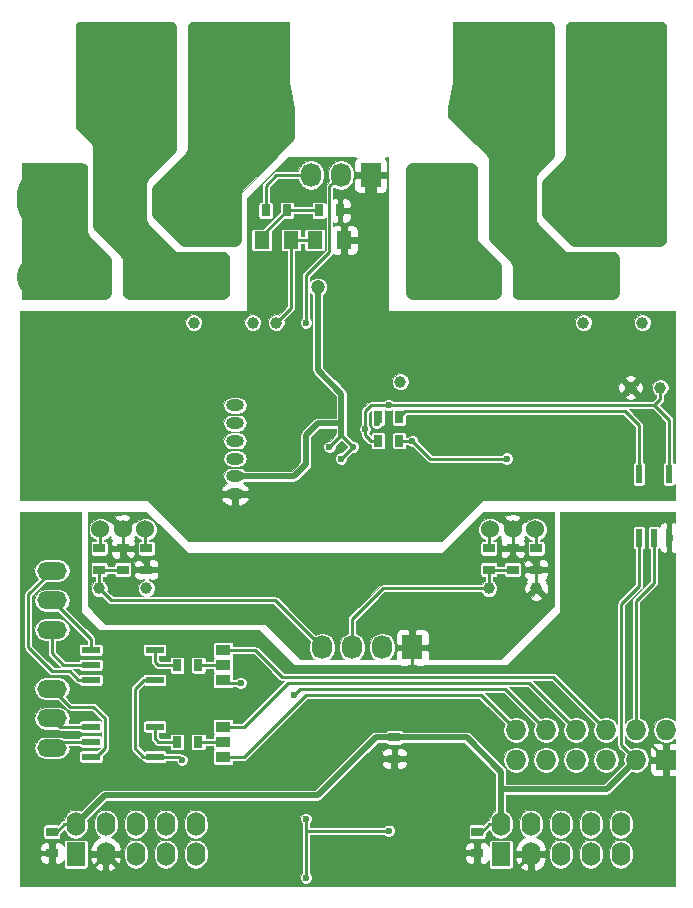
<source format=gbr>
G04 #@! TF.FileFunction,Copper,L2,Bot,Signal*
%FSLAX46Y46*%
G04 Gerber Fmt 4.6, Leading zero omitted, Abs format (unit mm)*
G04 Created by KiCad (PCBNEW 4.0.5) date 03/15/17 13:10:06*
%MOMM*%
%LPD*%
G01*
G04 APERTURE LIST*
%ADD10C,0.100000*%
%ADD11R,1.550000X0.600000*%
%ADD12C,1.524000*%
%ADD13O,8.000000X3.500000*%
%ADD14C,2.500000*%
%ADD15C,5.000000*%
%ADD16R,1.000000X0.800000*%
%ADD17R,1.727200X2.032000*%
%ADD18O,1.727200X2.032000*%
%ADD19R,1.727200X1.727200*%
%ADD20O,1.727200X1.727200*%
%ADD21R,0.800000X1.000000*%
%ADD22O,1.524000X1.000000*%
%ADD23R,1.300000X1.500000*%
%ADD24C,1.000000*%
%ADD25R,0.600000X1.550000*%
%ADD26C,6.000000*%
%ADD27R,1.600000X2.000000*%
%ADD28O,1.600000X2.000000*%
%ADD29O,2.500000X1.500000*%
%ADD30R,1.270000X0.965200*%
%ADD31C,0.600000*%
%ADD32C,1.200000*%
%ADD33C,0.250000*%
%ADD34C,0.500000*%
%ADD35C,1.000000*%
%ADD36C,0.026000*%
G04 APERTURE END LIST*
D10*
D11*
X25700000Y-54695000D03*
X25700000Y-57235000D03*
X20300000Y-57235000D03*
X20300000Y-55965000D03*
X20300000Y-54695000D03*
D12*
X24910000Y-44500000D03*
X23000000Y-44500000D03*
X21090000Y-44500000D03*
D13*
X18000000Y-23100000D03*
X28000000Y-23100000D03*
D14*
X57500000Y-12000000D03*
X62580000Y-12000000D03*
D15*
X53690000Y-4380000D03*
X66390000Y-4380000D03*
D14*
X25500000Y-12000000D03*
X30580000Y-12000000D03*
D15*
X21690000Y-4380000D03*
X34390000Y-4380000D03*
D12*
X57910000Y-44500000D03*
X56000000Y-44500000D03*
X54090000Y-44500000D03*
D13*
X51000000Y-23100000D03*
X61000000Y-23100000D03*
D16*
X53000000Y-70100000D03*
X53000000Y-71900000D03*
X25000000Y-46100000D03*
X25000000Y-47900000D03*
X46000000Y-62100000D03*
X46000000Y-63900000D03*
X58000000Y-46100000D03*
X58000000Y-47900000D03*
X17000000Y-70100000D03*
X17000000Y-71900000D03*
X23000000Y-47900000D03*
X23000000Y-46100000D03*
X56000000Y-47900000D03*
X56000000Y-46100000D03*
D17*
X47500000Y-54500000D03*
D18*
X44960000Y-54500000D03*
X42420000Y-54500000D03*
X39880000Y-54500000D03*
D16*
X21000000Y-46100000D03*
X21000000Y-47900000D03*
X54000000Y-46100000D03*
X54000000Y-47900000D03*
D19*
X69000000Y-64000000D03*
D20*
X69000000Y-61460000D03*
X66460000Y-64000000D03*
X66460000Y-61460000D03*
X63920000Y-64000000D03*
X63920000Y-61460000D03*
X61380000Y-64000000D03*
X61380000Y-61460000D03*
X58840000Y-64000000D03*
X58840000Y-61460000D03*
X56300000Y-64000000D03*
X56300000Y-61460000D03*
D21*
X39600000Y-17500000D03*
X41400000Y-17500000D03*
D22*
X32500000Y-41500000D03*
X32500000Y-40000000D03*
X32500000Y-38500000D03*
X32500000Y-37000000D03*
X32500000Y-35500000D03*
X32500000Y-34000000D03*
D23*
X34750000Y-20000000D03*
X37250000Y-20000000D03*
X39250000Y-20000000D03*
X41750000Y-20000000D03*
D21*
X44600000Y-37000000D03*
X46400000Y-37000000D03*
X35100000Y-17500000D03*
X36900000Y-17500000D03*
D17*
X44000000Y-14500000D03*
D18*
X41460000Y-14500000D03*
X38920000Y-14500000D03*
D24*
X58000000Y-49500000D03*
X25000000Y-49500000D03*
X54000000Y-49500000D03*
X21000000Y-49500000D03*
X29000000Y-27000000D03*
X34000000Y-27000000D03*
X46500000Y-32000000D03*
X67000000Y-27000000D03*
X36000000Y-27000000D03*
X68500000Y-32500000D03*
X66000000Y-32500000D03*
X62000000Y-27000000D03*
D25*
X66695000Y-39800000D03*
X69235000Y-39800000D03*
X69235000Y-45200000D03*
X67965000Y-45200000D03*
X66695000Y-45200000D03*
D26*
X29000000Y-16500000D03*
X17000000Y-16500000D03*
X50000000Y-16500000D03*
X62000000Y-16500000D03*
D21*
X44600000Y-35000000D03*
X46400000Y-35000000D03*
D27*
X19000000Y-72000000D03*
D28*
X19000000Y-69460000D03*
X21540000Y-72000000D03*
X21540000Y-69460000D03*
X24080000Y-72000000D03*
X24080000Y-69460000D03*
X26620000Y-72000000D03*
X26620000Y-69460000D03*
X29160000Y-72000000D03*
X29160000Y-69460000D03*
D27*
X55000000Y-72000000D03*
D28*
X55000000Y-69460000D03*
X57540000Y-72000000D03*
X57540000Y-69460000D03*
X60080000Y-72000000D03*
X60080000Y-69460000D03*
X62620000Y-72000000D03*
X62620000Y-69460000D03*
X65160000Y-72000000D03*
X65160000Y-69460000D03*
D29*
X17000000Y-63000000D03*
X17000000Y-60500000D03*
X17000000Y-58000000D03*
X17000000Y-53000000D03*
X17000000Y-50500000D03*
X17000000Y-48000000D03*
D11*
X25700000Y-61195000D03*
X25700000Y-63735000D03*
X20300000Y-63735000D03*
X20300000Y-62465000D03*
X20300000Y-61195000D03*
D21*
X27600000Y-62500000D03*
X29400000Y-62500000D03*
X27600000Y-56000000D03*
X29400000Y-56000000D03*
D30*
X31500000Y-54730000D03*
X31500000Y-56000000D03*
X31500000Y-57270000D03*
X31500000Y-61230000D03*
X31500000Y-62500000D03*
X31500000Y-63770000D03*
D31*
X61500000Y-57500000D03*
X67500000Y-55000000D03*
D32*
X52500000Y-67000000D03*
D31*
X46000000Y-65000000D03*
X45500000Y-70000000D03*
X38500000Y-69000000D03*
X38500000Y-74000000D03*
X33000000Y-57500000D03*
X37500000Y-58500000D03*
X40500000Y-36500000D03*
X40500000Y-38500000D03*
X42500000Y-38500000D03*
X42500000Y-36500000D03*
D32*
X44500000Y-20000000D03*
D31*
X38500000Y-27000000D03*
X45500000Y-34000000D03*
X43500000Y-36000000D03*
D32*
X39500000Y-24000000D03*
D31*
X41500000Y-38500000D03*
X42500000Y-37500000D03*
X40500000Y-37500000D03*
X41500000Y-36500000D03*
X55500000Y-38500000D03*
X47500000Y-37000000D03*
X44500000Y-35500000D03*
X28000000Y-64000000D03*
D33*
X58000000Y-46100000D02*
X58000000Y-44590000D01*
X58000000Y-44590000D02*
X57910000Y-44500000D01*
X24910000Y-44500000D02*
X24910000Y-46010000D01*
X24910000Y-46010000D02*
X25000000Y-46100000D01*
X47500000Y-56500000D02*
X47500000Y-54500000D01*
X60500000Y-56500000D02*
X47500000Y-56500000D01*
X61500000Y-57500000D02*
X60500000Y-56500000D01*
X67700000Y-55000000D02*
X67500000Y-55000000D01*
X69000000Y-64000000D02*
X67700000Y-62700000D01*
X67700000Y-62700000D02*
X67700000Y-55000000D01*
X67700000Y-55000000D02*
X67700000Y-50300000D01*
X69235000Y-48765000D02*
X69235000Y-45200000D01*
X67700000Y-50300000D02*
X69235000Y-48765000D01*
X25000000Y-47900000D02*
X50600000Y-47900000D01*
X55500000Y-47000000D02*
X56000000Y-46500000D01*
X51500000Y-47000000D02*
X55500000Y-47000000D01*
X50600000Y-47900000D02*
X51500000Y-47000000D01*
X56000000Y-46500000D02*
X56000000Y-46100000D01*
X47500000Y-54500000D02*
X53000000Y-54500000D01*
X53000000Y-54500000D02*
X58000000Y-49500000D01*
X58000000Y-47900000D02*
X58000000Y-49500000D01*
D34*
X46000000Y-67000000D02*
X52500000Y-67000000D01*
X46000000Y-68000000D02*
X36000000Y-68000000D01*
X23040000Y-73500000D02*
X21540000Y-72000000D01*
X30500000Y-73500000D02*
X23040000Y-73500000D01*
X36000000Y-68000000D02*
X30500000Y-73500000D01*
X46000000Y-65000000D02*
X46000000Y-67000000D01*
X46000000Y-67000000D02*
X46000000Y-68000000D01*
X49900000Y-71900000D02*
X53000000Y-71900000D01*
X46000000Y-68000000D02*
X49900000Y-71900000D01*
X46000000Y-63900000D02*
X46000000Y-65000000D01*
D33*
X17000000Y-71900000D02*
X17000000Y-73000000D01*
X17000000Y-73000000D02*
X17500000Y-73500000D01*
X17500000Y-73500000D02*
X20040000Y-73500000D01*
X20040000Y-73500000D02*
X21540000Y-72000000D01*
X53000000Y-71900000D02*
X53000000Y-73000000D01*
X53000000Y-73000000D02*
X53500000Y-73500000D01*
X53500000Y-73500000D02*
X56040000Y-73500000D01*
X56040000Y-73500000D02*
X57540000Y-72000000D01*
X56000000Y-46100000D02*
X56000000Y-46500000D01*
X56000000Y-46500000D02*
X56500000Y-47000000D01*
X56500000Y-47000000D02*
X57500000Y-47000000D01*
X57500000Y-47000000D02*
X58000000Y-47500000D01*
X58000000Y-47500000D02*
X58000000Y-47900000D01*
X56000000Y-46100000D02*
X56000000Y-44500000D01*
X23000000Y-46100000D02*
X23000000Y-46500000D01*
X23000000Y-46500000D02*
X23500000Y-47000000D01*
X24500000Y-47000000D02*
X25000000Y-47500000D01*
X23500000Y-47000000D02*
X24500000Y-47000000D01*
X25000000Y-47500000D02*
X25000000Y-47900000D01*
X23000000Y-44500000D02*
X23000000Y-46100000D01*
X66460000Y-64000000D02*
X65200000Y-62740000D01*
X66695000Y-49305000D02*
X66695000Y-45200000D01*
X65200000Y-50800000D02*
X66695000Y-49305000D01*
X65200000Y-62740000D02*
X65200000Y-50800000D01*
D34*
X66460000Y-64000000D02*
X63960000Y-66500000D01*
X63960000Y-66500000D02*
X55000000Y-66500000D01*
X46000000Y-62100000D02*
X52100000Y-62100000D01*
X52100000Y-62100000D02*
X55000000Y-65000000D01*
X55000000Y-65000000D02*
X55000000Y-66500000D01*
X55000000Y-66500000D02*
X55000000Y-69460000D01*
X19000000Y-69460000D02*
X21460000Y-67000000D01*
X44400000Y-62100000D02*
X46000000Y-62100000D01*
X39500000Y-67000000D02*
X44400000Y-62100000D01*
D33*
X38500000Y-70000000D02*
X45500000Y-70000000D01*
X38500000Y-70000000D02*
X38500000Y-69000000D01*
X38500000Y-74000000D02*
X38500000Y-70000000D01*
X53000000Y-70100000D02*
X53400000Y-70100000D01*
X53400000Y-70100000D02*
X54040000Y-69460000D01*
X54040000Y-69460000D02*
X55000000Y-69460000D01*
X17000000Y-70100000D02*
X17400000Y-70100000D01*
X17400000Y-70100000D02*
X18040000Y-69460000D01*
X18040000Y-69460000D02*
X19000000Y-69460000D01*
D34*
X21460000Y-67000000D02*
X39500000Y-67000000D01*
D33*
X42420000Y-54500000D02*
X42420000Y-52080000D01*
X45000000Y-49500000D02*
X54000000Y-49500000D01*
X42420000Y-52080000D02*
X45000000Y-49500000D01*
X54000000Y-47900000D02*
X54000000Y-49500000D01*
X54000000Y-47900000D02*
X56000000Y-47900000D01*
X21000000Y-49500000D02*
X22000000Y-50500000D01*
X35880000Y-50500000D02*
X39880000Y-54500000D01*
X22000000Y-50500000D02*
X35880000Y-50500000D01*
X21000000Y-47900000D02*
X21000000Y-49500000D01*
X21000000Y-47900000D02*
X23000000Y-47900000D01*
X31500000Y-54730000D02*
X34230000Y-54730000D01*
X59460000Y-57000000D02*
X63920000Y-61460000D01*
X36500000Y-57000000D02*
X59460000Y-57000000D01*
X34230000Y-54730000D02*
X36500000Y-57000000D01*
X31500000Y-61230000D02*
X33270000Y-61230000D01*
X33270000Y-61230000D02*
X37000000Y-57500000D01*
X61380000Y-61460000D02*
X57420000Y-57500000D01*
X57420000Y-57500000D02*
X37000000Y-57500000D01*
X58840000Y-61460000D02*
X55380000Y-58000000D01*
X33000000Y-57500000D02*
X31730000Y-57500000D01*
X38000000Y-58000000D02*
X37500000Y-58500000D01*
X55380000Y-58000000D02*
X38000000Y-58000000D01*
X31730000Y-57500000D02*
X31500000Y-57270000D01*
X56300000Y-61460000D02*
X53340000Y-58500000D01*
X33230000Y-63770000D02*
X31500000Y-63770000D01*
X38500000Y-58500000D02*
X33230000Y-63770000D01*
X53340000Y-58500000D02*
X38500000Y-58500000D01*
X55840000Y-61000000D02*
X56300000Y-61460000D01*
X21090000Y-44500000D02*
X21090000Y-46010000D01*
X21090000Y-46010000D02*
X21000000Y-46100000D01*
X54000000Y-46100000D02*
X54000000Y-44590000D01*
X54000000Y-44590000D02*
X54090000Y-44500000D01*
X66460000Y-61460000D02*
X66460000Y-50540000D01*
X67965000Y-49035000D02*
X67965000Y-45200000D01*
X66460000Y-50540000D02*
X67965000Y-49035000D01*
D34*
X32500000Y-41500000D02*
X40500000Y-41500000D01*
X41500000Y-40500000D02*
X41500000Y-39500000D01*
X40500000Y-41500000D02*
X41500000Y-40500000D01*
X42500000Y-36500000D02*
X42500000Y-32500000D01*
X44500000Y-22000000D02*
X44500000Y-20000000D01*
X40500000Y-26000000D02*
X44500000Y-22000000D01*
X40500000Y-30500000D02*
X40500000Y-26000000D01*
X42500000Y-32500000D02*
X40500000Y-30500000D01*
D33*
X40500000Y-38500000D02*
X39500000Y-37500000D01*
X39500000Y-37500000D02*
X40500000Y-36500000D01*
X42500000Y-38500000D02*
X41500000Y-39500000D01*
X41500000Y-39500000D02*
X40500000Y-38500000D01*
X42500000Y-36500000D02*
X43500000Y-37500000D01*
X43500000Y-37500000D02*
X42500000Y-38500000D01*
X41400000Y-17500000D02*
X44000000Y-17500000D01*
X41750000Y-20000000D02*
X41750000Y-18750000D01*
X41400000Y-18400000D02*
X41400000Y-17500000D01*
X41750000Y-18750000D02*
X41400000Y-18400000D01*
D35*
X44000000Y-14500000D02*
X44000000Y-17500000D01*
X44000000Y-17500000D02*
X44000000Y-19500000D01*
X44000000Y-19500000D02*
X44500000Y-20000000D01*
D33*
X34750000Y-20000000D02*
X34750000Y-19650000D01*
X34750000Y-19650000D02*
X36900000Y-17500000D01*
X36900000Y-17500000D02*
X39600000Y-17500000D01*
X38500000Y-27000000D02*
X38500000Y-23000000D01*
X38500000Y-23000000D02*
X40500000Y-21000000D01*
X40500000Y-21000000D02*
X40500000Y-15460000D01*
X40500000Y-15460000D02*
X41460000Y-14500000D01*
X68500000Y-32500000D02*
X68500000Y-33500000D01*
X68500000Y-33500000D02*
X68000000Y-34000000D01*
X43500000Y-36000000D02*
X43500000Y-34500000D01*
X44000000Y-34000000D02*
X45500000Y-34000000D01*
X45500000Y-34000000D02*
X68000000Y-34000000D01*
X43500000Y-34500000D02*
X44000000Y-34000000D01*
X69235000Y-39800000D02*
X69235000Y-35235000D01*
X69235000Y-35235000D02*
X68000000Y-34000000D01*
X43500000Y-36500000D02*
X43500000Y-36000000D01*
X44000000Y-37000000D02*
X43500000Y-36500000D01*
X44600000Y-37000000D02*
X44000000Y-37000000D01*
D34*
X32500000Y-40000000D02*
X37500000Y-40000000D01*
X39500000Y-35500000D02*
X41500000Y-35500000D01*
X38500000Y-36500000D02*
X39500000Y-35500000D01*
X38500000Y-39000000D02*
X38500000Y-36500000D01*
X37500000Y-40000000D02*
X38500000Y-39000000D01*
X41500000Y-36500000D02*
X41500000Y-35500000D01*
X41500000Y-35500000D02*
X41500000Y-33000000D01*
X41500000Y-33000000D02*
X39500000Y-31000000D01*
X39500000Y-31000000D02*
X39500000Y-24000000D01*
D33*
X42500000Y-37500000D02*
X41500000Y-38500000D01*
X41500000Y-36500000D02*
X42500000Y-37500000D01*
X40500000Y-37500000D02*
X41500000Y-36500000D01*
X35100000Y-17500000D02*
X35100000Y-15400000D01*
X36000000Y-14500000D02*
X38920000Y-14500000D01*
X35100000Y-15400000D02*
X36000000Y-14500000D01*
X29400000Y-56000000D02*
X31500000Y-56000000D01*
X36000000Y-27000000D02*
X37250000Y-25750000D01*
X37250000Y-25750000D02*
X37250000Y-20000000D01*
X37250000Y-20000000D02*
X39250000Y-20000000D01*
X49000000Y-38500000D02*
X47500000Y-37000000D01*
X55500000Y-38500000D02*
X49000000Y-38500000D01*
X46400000Y-37000000D02*
X47500000Y-37000000D01*
X44500000Y-35500000D02*
X44600000Y-35400000D01*
X44600000Y-35400000D02*
X44600000Y-35000000D01*
X25700000Y-63735000D02*
X27735000Y-63735000D01*
X27735000Y-63735000D02*
X28000000Y-64000000D01*
X25700000Y-57235000D02*
X24765000Y-57235000D01*
X24765000Y-57235000D02*
X24000000Y-58000000D01*
X24000000Y-58000000D02*
X24000000Y-63000000D01*
X24000000Y-63000000D02*
X24735000Y-63735000D01*
X24735000Y-63735000D02*
X25700000Y-63735000D01*
X46400000Y-35000000D02*
X46900000Y-34500000D01*
X66695000Y-35695000D02*
X66695000Y-39800000D01*
X65500000Y-34500000D02*
X66695000Y-35695000D01*
X46900000Y-34500000D02*
X65500000Y-34500000D01*
X17000000Y-63000000D02*
X17535000Y-62465000D01*
X17535000Y-62465000D02*
X20300000Y-62465000D01*
X20300000Y-61195000D02*
X17695000Y-61195000D01*
X17695000Y-61195000D02*
X17000000Y-60500000D01*
X17000000Y-58000000D02*
X18500000Y-59500000D01*
X21500000Y-63000000D02*
X20765000Y-63735000D01*
X21500000Y-60500000D02*
X21500000Y-63000000D01*
X20500000Y-59500000D02*
X21500000Y-60500000D01*
X18500000Y-59500000D02*
X20500000Y-59500000D01*
X20765000Y-63735000D02*
X20300000Y-63735000D01*
X20300000Y-55965000D02*
X17965000Y-55965000D01*
X17000000Y-55000000D02*
X17000000Y-53000000D01*
X17965000Y-55965000D02*
X17000000Y-55000000D01*
X17000000Y-50500000D02*
X20300000Y-53800000D01*
X20300000Y-53800000D02*
X20300000Y-54695000D01*
X20300000Y-57235000D02*
X19235000Y-57235000D01*
X15000000Y-50000000D02*
X17000000Y-48000000D01*
X15000000Y-54500000D02*
X15000000Y-50000000D01*
X17000000Y-56500000D02*
X15000000Y-54500000D01*
X18500000Y-56500000D02*
X17000000Y-56500000D01*
X19235000Y-57235000D02*
X18500000Y-56500000D01*
X27600000Y-62500000D02*
X26000000Y-62500000D01*
X25700000Y-62200000D02*
X25700000Y-61195000D01*
X26000000Y-62500000D02*
X25700000Y-62200000D01*
X27600000Y-56000000D02*
X26000000Y-56000000D01*
X25700000Y-55700000D02*
X25700000Y-54695000D01*
X26000000Y-56000000D02*
X25700000Y-55700000D01*
X29400000Y-62500000D02*
X31500000Y-62500000D01*
D36*
G36*
X19487000Y-51500000D02*
X19488024Y-51505058D01*
X19490808Y-51509192D01*
X20990808Y-53009192D01*
X20995108Y-53012045D01*
X21000000Y-53013000D01*
X34494616Y-53013000D01*
X37490808Y-56009192D01*
X37495108Y-56012045D01*
X37500000Y-56013000D01*
X46474825Y-56013000D01*
X46532766Y-56037000D01*
X47128750Y-56037000D01*
X47152750Y-56013000D01*
X47847250Y-56013000D01*
X47871250Y-56037000D01*
X48467234Y-56037000D01*
X48525175Y-56013000D01*
X55500000Y-56013000D01*
X55505058Y-56011976D01*
X55509192Y-56009192D01*
X60009192Y-51509192D01*
X60012045Y-51504892D01*
X60013000Y-51500000D01*
X60013000Y-43013000D01*
X69712000Y-43013000D01*
X69712000Y-43934389D01*
X69638634Y-43904000D01*
X69515250Y-43904000D01*
X69385000Y-44034250D01*
X69385000Y-44959000D01*
X69496000Y-44959000D01*
X69496000Y-45441000D01*
X69385000Y-45441000D01*
X69385000Y-46365750D01*
X69515250Y-46496000D01*
X69638634Y-46496000D01*
X69712000Y-46465611D01*
X69712000Y-60644715D01*
X69411997Y-60444259D01*
X69000000Y-60362308D01*
X68588003Y-60444259D01*
X68238729Y-60677637D01*
X68005351Y-61026911D01*
X67923400Y-61438908D01*
X67923400Y-61481092D01*
X68005351Y-61893089D01*
X68238729Y-62242363D01*
X68588003Y-62475741D01*
X69000000Y-62557692D01*
X69411997Y-62475741D01*
X69712000Y-62275285D01*
X69712000Y-62615400D01*
X69371250Y-62615400D01*
X69241000Y-62745650D01*
X69241000Y-63759000D01*
X69261000Y-63759000D01*
X69261000Y-64241000D01*
X69241000Y-64241000D01*
X69241000Y-65254350D01*
X69371250Y-65384600D01*
X69712000Y-65384600D01*
X69712000Y-74712000D01*
X14288000Y-74712000D01*
X14288000Y-72230250D01*
X15979000Y-72230250D01*
X15979000Y-72403633D01*
X16058317Y-72595122D01*
X16204877Y-72741682D01*
X16396366Y-72821000D01*
X16628750Y-72821000D01*
X16759000Y-72690750D01*
X16759000Y-72100000D01*
X16109250Y-72100000D01*
X15979000Y-72230250D01*
X14288000Y-72230250D01*
X14288000Y-71396367D01*
X15979000Y-71396367D01*
X15979000Y-71569750D01*
X16109250Y-71700000D01*
X16759000Y-71700000D01*
X16759000Y-71109250D01*
X17241000Y-71109250D01*
X17241000Y-71700000D01*
X17261000Y-71700000D01*
X17261000Y-72100000D01*
X17241000Y-72100000D01*
X17241000Y-72690750D01*
X17371250Y-72821000D01*
X17603634Y-72821000D01*
X17795123Y-72741682D01*
X17941683Y-72595122D01*
X17982828Y-72495789D01*
X17982828Y-73000000D01*
X17997680Y-73078933D01*
X18044329Y-73151428D01*
X18115508Y-73200062D01*
X18200000Y-73217172D01*
X19800000Y-73217172D01*
X19878933Y-73202320D01*
X19951428Y-73155671D01*
X20000062Y-73084492D01*
X20017172Y-73000000D01*
X20017172Y-72446560D01*
X20245373Y-72446560D01*
X20438275Y-72923224D01*
X20798905Y-73289784D01*
X21098785Y-73445139D01*
X21299000Y-73366107D01*
X21299000Y-72241000D01*
X21781000Y-72241000D01*
X21781000Y-73366107D01*
X21981215Y-73445139D01*
X22281095Y-73289784D01*
X22641725Y-72923224D01*
X22834627Y-72446560D01*
X22727008Y-72241000D01*
X21781000Y-72241000D01*
X21299000Y-72241000D01*
X20352992Y-72241000D01*
X20245373Y-72446560D01*
X20017172Y-72446560D01*
X20017172Y-71776236D01*
X23067000Y-71776236D01*
X23067000Y-72223764D01*
X23144110Y-72611422D01*
X23363701Y-72940063D01*
X23692342Y-73159654D01*
X24080000Y-73236764D01*
X24467658Y-73159654D01*
X24796299Y-72940063D01*
X25015890Y-72611422D01*
X25093000Y-72223764D01*
X25093000Y-71776236D01*
X25607000Y-71776236D01*
X25607000Y-72223764D01*
X25684110Y-72611422D01*
X25903701Y-72940063D01*
X26232342Y-73159654D01*
X26620000Y-73236764D01*
X27007658Y-73159654D01*
X27336299Y-72940063D01*
X27555890Y-72611422D01*
X27633000Y-72223764D01*
X27633000Y-71776236D01*
X28147000Y-71776236D01*
X28147000Y-72223764D01*
X28224110Y-72611422D01*
X28443701Y-72940063D01*
X28772342Y-73159654D01*
X29160000Y-73236764D01*
X29547658Y-73159654D01*
X29876299Y-72940063D01*
X30095890Y-72611422D01*
X30173000Y-72223764D01*
X30173000Y-71776236D01*
X30095890Y-71388578D01*
X29876299Y-71059937D01*
X29547658Y-70840346D01*
X29160000Y-70763236D01*
X28772342Y-70840346D01*
X28443701Y-71059937D01*
X28224110Y-71388578D01*
X28147000Y-71776236D01*
X27633000Y-71776236D01*
X27555890Y-71388578D01*
X27336299Y-71059937D01*
X27007658Y-70840346D01*
X26620000Y-70763236D01*
X26232342Y-70840346D01*
X25903701Y-71059937D01*
X25684110Y-71388578D01*
X25607000Y-71776236D01*
X25093000Y-71776236D01*
X25015890Y-71388578D01*
X24796299Y-71059937D01*
X24467658Y-70840346D01*
X24080000Y-70763236D01*
X23692342Y-70840346D01*
X23363701Y-71059937D01*
X23144110Y-71388578D01*
X23067000Y-71776236D01*
X20017172Y-71776236D01*
X20017172Y-71553440D01*
X20245373Y-71553440D01*
X20352992Y-71759000D01*
X21299000Y-71759000D01*
X21299000Y-71739000D01*
X21781000Y-71739000D01*
X21781000Y-71759000D01*
X22727008Y-71759000D01*
X22834627Y-71553440D01*
X22641725Y-71076776D01*
X22281095Y-70710216D01*
X22005668Y-70567529D01*
X22256299Y-70400063D01*
X22475890Y-70071422D01*
X22553000Y-69683764D01*
X22553000Y-69236236D01*
X23067000Y-69236236D01*
X23067000Y-69683764D01*
X23144110Y-70071422D01*
X23363701Y-70400063D01*
X23692342Y-70619654D01*
X24080000Y-70696764D01*
X24467658Y-70619654D01*
X24796299Y-70400063D01*
X25015890Y-70071422D01*
X25093000Y-69683764D01*
X25093000Y-69236236D01*
X25607000Y-69236236D01*
X25607000Y-69683764D01*
X25684110Y-70071422D01*
X25903701Y-70400063D01*
X26232342Y-70619654D01*
X26620000Y-70696764D01*
X27007658Y-70619654D01*
X27336299Y-70400063D01*
X27555890Y-70071422D01*
X27633000Y-69683764D01*
X27633000Y-69236236D01*
X28147000Y-69236236D01*
X28147000Y-69683764D01*
X28224110Y-70071422D01*
X28443701Y-70400063D01*
X28772342Y-70619654D01*
X29160000Y-70696764D01*
X29547658Y-70619654D01*
X29876299Y-70400063D01*
X30095890Y-70071422D01*
X30173000Y-69683764D01*
X30173000Y-69236236D01*
X30146219Y-69101594D01*
X37986911Y-69101594D01*
X38064846Y-69290211D01*
X38162000Y-69387534D01*
X38162000Y-73612552D01*
X38065354Y-73709030D01*
X37987090Y-73897510D01*
X37986911Y-74101594D01*
X38064846Y-74290211D01*
X38209030Y-74434646D01*
X38397510Y-74512910D01*
X38601594Y-74513089D01*
X38790211Y-74435154D01*
X38934646Y-74290970D01*
X39012910Y-74102490D01*
X39013089Y-73898406D01*
X38935154Y-73709789D01*
X38838000Y-73612466D01*
X38838000Y-72230250D01*
X51979000Y-72230250D01*
X51979000Y-72403633D01*
X52058317Y-72595122D01*
X52204877Y-72741682D01*
X52396366Y-72821000D01*
X52628750Y-72821000D01*
X52759000Y-72690750D01*
X52759000Y-72100000D01*
X52109250Y-72100000D01*
X51979000Y-72230250D01*
X38838000Y-72230250D01*
X38838000Y-71396367D01*
X51979000Y-71396367D01*
X51979000Y-71569750D01*
X52109250Y-71700000D01*
X52759000Y-71700000D01*
X52759000Y-71109250D01*
X53241000Y-71109250D01*
X53241000Y-71700000D01*
X53261000Y-71700000D01*
X53261000Y-72100000D01*
X53241000Y-72100000D01*
X53241000Y-72690750D01*
X53371250Y-72821000D01*
X53603634Y-72821000D01*
X53795123Y-72741682D01*
X53941683Y-72595122D01*
X53982828Y-72495789D01*
X53982828Y-73000000D01*
X53997680Y-73078933D01*
X54044329Y-73151428D01*
X54115508Y-73200062D01*
X54200000Y-73217172D01*
X55800000Y-73217172D01*
X55878933Y-73202320D01*
X55951428Y-73155671D01*
X56000062Y-73084492D01*
X56017172Y-73000000D01*
X56017172Y-72446560D01*
X56245373Y-72446560D01*
X56438275Y-72923224D01*
X56798905Y-73289784D01*
X57098785Y-73445139D01*
X57299000Y-73366107D01*
X57299000Y-72241000D01*
X57781000Y-72241000D01*
X57781000Y-73366107D01*
X57981215Y-73445139D01*
X58281095Y-73289784D01*
X58641725Y-72923224D01*
X58834627Y-72446560D01*
X58727008Y-72241000D01*
X57781000Y-72241000D01*
X57299000Y-72241000D01*
X56352992Y-72241000D01*
X56245373Y-72446560D01*
X56017172Y-72446560D01*
X56017172Y-71776236D01*
X59067000Y-71776236D01*
X59067000Y-72223764D01*
X59144110Y-72611422D01*
X59363701Y-72940063D01*
X59692342Y-73159654D01*
X60080000Y-73236764D01*
X60467658Y-73159654D01*
X60796299Y-72940063D01*
X61015890Y-72611422D01*
X61093000Y-72223764D01*
X61093000Y-71776236D01*
X61607000Y-71776236D01*
X61607000Y-72223764D01*
X61684110Y-72611422D01*
X61903701Y-72940063D01*
X62232342Y-73159654D01*
X62620000Y-73236764D01*
X63007658Y-73159654D01*
X63336299Y-72940063D01*
X63555890Y-72611422D01*
X63633000Y-72223764D01*
X63633000Y-71776236D01*
X64147000Y-71776236D01*
X64147000Y-72223764D01*
X64224110Y-72611422D01*
X64443701Y-72940063D01*
X64772342Y-73159654D01*
X65160000Y-73236764D01*
X65547658Y-73159654D01*
X65876299Y-72940063D01*
X66095890Y-72611422D01*
X66173000Y-72223764D01*
X66173000Y-71776236D01*
X66095890Y-71388578D01*
X65876299Y-71059937D01*
X65547658Y-70840346D01*
X65160000Y-70763236D01*
X64772342Y-70840346D01*
X64443701Y-71059937D01*
X64224110Y-71388578D01*
X64147000Y-71776236D01*
X63633000Y-71776236D01*
X63555890Y-71388578D01*
X63336299Y-71059937D01*
X63007658Y-70840346D01*
X62620000Y-70763236D01*
X62232342Y-70840346D01*
X61903701Y-71059937D01*
X61684110Y-71388578D01*
X61607000Y-71776236D01*
X61093000Y-71776236D01*
X61015890Y-71388578D01*
X60796299Y-71059937D01*
X60467658Y-70840346D01*
X60080000Y-70763236D01*
X59692342Y-70840346D01*
X59363701Y-71059937D01*
X59144110Y-71388578D01*
X59067000Y-71776236D01*
X56017172Y-71776236D01*
X56017172Y-71553440D01*
X56245373Y-71553440D01*
X56352992Y-71759000D01*
X57299000Y-71759000D01*
X57299000Y-71739000D01*
X57781000Y-71739000D01*
X57781000Y-71759000D01*
X58727008Y-71759000D01*
X58834627Y-71553440D01*
X58641725Y-71076776D01*
X58281095Y-70710216D01*
X58005668Y-70567529D01*
X58256299Y-70400063D01*
X58475890Y-70071422D01*
X58553000Y-69683764D01*
X58553000Y-69236236D01*
X59067000Y-69236236D01*
X59067000Y-69683764D01*
X59144110Y-70071422D01*
X59363701Y-70400063D01*
X59692342Y-70619654D01*
X60080000Y-70696764D01*
X60467658Y-70619654D01*
X60796299Y-70400063D01*
X61015890Y-70071422D01*
X61093000Y-69683764D01*
X61093000Y-69236236D01*
X61607000Y-69236236D01*
X61607000Y-69683764D01*
X61684110Y-70071422D01*
X61903701Y-70400063D01*
X62232342Y-70619654D01*
X62620000Y-70696764D01*
X63007658Y-70619654D01*
X63336299Y-70400063D01*
X63555890Y-70071422D01*
X63633000Y-69683764D01*
X63633000Y-69236236D01*
X64147000Y-69236236D01*
X64147000Y-69683764D01*
X64224110Y-70071422D01*
X64443701Y-70400063D01*
X64772342Y-70619654D01*
X65160000Y-70696764D01*
X65547658Y-70619654D01*
X65876299Y-70400063D01*
X66095890Y-70071422D01*
X66173000Y-69683764D01*
X66173000Y-69236236D01*
X66095890Y-68848578D01*
X65876299Y-68519937D01*
X65547658Y-68300346D01*
X65160000Y-68223236D01*
X64772342Y-68300346D01*
X64443701Y-68519937D01*
X64224110Y-68848578D01*
X64147000Y-69236236D01*
X63633000Y-69236236D01*
X63555890Y-68848578D01*
X63336299Y-68519937D01*
X63007658Y-68300346D01*
X62620000Y-68223236D01*
X62232342Y-68300346D01*
X61903701Y-68519937D01*
X61684110Y-68848578D01*
X61607000Y-69236236D01*
X61093000Y-69236236D01*
X61015890Y-68848578D01*
X60796299Y-68519937D01*
X60467658Y-68300346D01*
X60080000Y-68223236D01*
X59692342Y-68300346D01*
X59363701Y-68519937D01*
X59144110Y-68848578D01*
X59067000Y-69236236D01*
X58553000Y-69236236D01*
X58475890Y-68848578D01*
X58256299Y-68519937D01*
X57927658Y-68300346D01*
X57540000Y-68223236D01*
X57152342Y-68300346D01*
X56823701Y-68519937D01*
X56604110Y-68848578D01*
X56527000Y-69236236D01*
X56527000Y-69683764D01*
X56604110Y-70071422D01*
X56823701Y-70400063D01*
X57074332Y-70567529D01*
X56798905Y-70710216D01*
X56438275Y-71076776D01*
X56245373Y-71553440D01*
X56017172Y-71553440D01*
X56017172Y-71000000D01*
X56002320Y-70921067D01*
X55955671Y-70848572D01*
X55884492Y-70799938D01*
X55800000Y-70782828D01*
X54200000Y-70782828D01*
X54121067Y-70797680D01*
X54048572Y-70844329D01*
X53999938Y-70915508D01*
X53982828Y-71000000D01*
X53982828Y-71304211D01*
X53941683Y-71204878D01*
X53795123Y-71058318D01*
X53603634Y-70979000D01*
X53371250Y-70979000D01*
X53241000Y-71109250D01*
X52759000Y-71109250D01*
X52628750Y-70979000D01*
X52396366Y-70979000D01*
X52204877Y-71058318D01*
X52058317Y-71204878D01*
X51979000Y-71396367D01*
X38838000Y-71396367D01*
X38838000Y-70338000D01*
X45112552Y-70338000D01*
X45209030Y-70434646D01*
X45397510Y-70512910D01*
X45601594Y-70513089D01*
X45790211Y-70435154D01*
X45934646Y-70290970D01*
X46012910Y-70102490D01*
X46013089Y-69898406D01*
X45935154Y-69709789D01*
X45790970Y-69565354D01*
X45602490Y-69487090D01*
X45398406Y-69486911D01*
X45209789Y-69564846D01*
X45112466Y-69662000D01*
X38838000Y-69662000D01*
X38838000Y-69387448D01*
X38934646Y-69290970D01*
X39012910Y-69102490D01*
X39013089Y-68898406D01*
X38935154Y-68709789D01*
X38790970Y-68565354D01*
X38602490Y-68487090D01*
X38398406Y-68486911D01*
X38209789Y-68564846D01*
X38065354Y-68709030D01*
X37987090Y-68897510D01*
X37986911Y-69101594D01*
X30146219Y-69101594D01*
X30095890Y-68848578D01*
X29876299Y-68519937D01*
X29547658Y-68300346D01*
X29160000Y-68223236D01*
X28772342Y-68300346D01*
X28443701Y-68519937D01*
X28224110Y-68848578D01*
X28147000Y-69236236D01*
X27633000Y-69236236D01*
X27555890Y-68848578D01*
X27336299Y-68519937D01*
X27007658Y-68300346D01*
X26620000Y-68223236D01*
X26232342Y-68300346D01*
X25903701Y-68519937D01*
X25684110Y-68848578D01*
X25607000Y-69236236D01*
X25093000Y-69236236D01*
X25015890Y-68848578D01*
X24796299Y-68519937D01*
X24467658Y-68300346D01*
X24080000Y-68223236D01*
X23692342Y-68300346D01*
X23363701Y-68519937D01*
X23144110Y-68848578D01*
X23067000Y-69236236D01*
X22553000Y-69236236D01*
X22475890Y-68848578D01*
X22256299Y-68519937D01*
X21927658Y-68300346D01*
X21540000Y-68223236D01*
X21152342Y-68300346D01*
X20823701Y-68519937D01*
X20604110Y-68848578D01*
X20527000Y-69236236D01*
X20527000Y-69683764D01*
X20604110Y-70071422D01*
X20823701Y-70400063D01*
X21074332Y-70567529D01*
X20798905Y-70710216D01*
X20438275Y-71076776D01*
X20245373Y-71553440D01*
X20017172Y-71553440D01*
X20017172Y-71000000D01*
X20002320Y-70921067D01*
X19955671Y-70848572D01*
X19884492Y-70799938D01*
X19800000Y-70782828D01*
X18200000Y-70782828D01*
X18121067Y-70797680D01*
X18048572Y-70844329D01*
X17999938Y-70915508D01*
X17982828Y-71000000D01*
X17982828Y-71304211D01*
X17941683Y-71204878D01*
X17795123Y-71058318D01*
X17603634Y-70979000D01*
X17371250Y-70979000D01*
X17241000Y-71109250D01*
X16759000Y-71109250D01*
X16628750Y-70979000D01*
X16396366Y-70979000D01*
X16204877Y-71058318D01*
X16058317Y-71204878D01*
X15979000Y-71396367D01*
X14288000Y-71396367D01*
X14288000Y-69700000D01*
X16282828Y-69700000D01*
X16282828Y-70500000D01*
X16297680Y-70578933D01*
X16344329Y-70651428D01*
X16415508Y-70700062D01*
X16500000Y-70717172D01*
X17500000Y-70717172D01*
X17578933Y-70702320D01*
X17651428Y-70655671D01*
X17700062Y-70584492D01*
X17717172Y-70500000D01*
X17717172Y-70260832D01*
X18037974Y-69940030D01*
X18064110Y-70071422D01*
X18283701Y-70400063D01*
X18612342Y-70619654D01*
X19000000Y-70696764D01*
X19387658Y-70619654D01*
X19716299Y-70400063D01*
X19935890Y-70071422D01*
X20013000Y-69683764D01*
X20013000Y-69236236D01*
X19990692Y-69124088D01*
X21651781Y-67463000D01*
X39500000Y-67463000D01*
X39647786Y-67433603D01*
X39677183Y-67427756D01*
X39827390Y-67327390D01*
X42924530Y-64230250D01*
X44979000Y-64230250D01*
X44979000Y-64403633D01*
X45058317Y-64595122D01*
X45204877Y-64741682D01*
X45396366Y-64821000D01*
X45628750Y-64821000D01*
X45759000Y-64690750D01*
X45759000Y-64100000D01*
X46241000Y-64100000D01*
X46241000Y-64690750D01*
X46371250Y-64821000D01*
X46603634Y-64821000D01*
X46795123Y-64741682D01*
X46941683Y-64595122D01*
X47021000Y-64403633D01*
X47021000Y-64230250D01*
X46890750Y-64100000D01*
X46241000Y-64100000D01*
X45759000Y-64100000D01*
X45109250Y-64100000D01*
X44979000Y-64230250D01*
X42924530Y-64230250D01*
X43758413Y-63396367D01*
X44979000Y-63396367D01*
X44979000Y-63569750D01*
X45109250Y-63700000D01*
X45759000Y-63700000D01*
X45759000Y-63109250D01*
X46241000Y-63109250D01*
X46241000Y-63700000D01*
X46890750Y-63700000D01*
X47021000Y-63569750D01*
X47021000Y-63396367D01*
X46941683Y-63204878D01*
X46795123Y-63058318D01*
X46603634Y-62979000D01*
X46371250Y-62979000D01*
X46241000Y-63109250D01*
X45759000Y-63109250D01*
X45628750Y-62979000D01*
X45396366Y-62979000D01*
X45204877Y-63058318D01*
X45058317Y-63204878D01*
X44979000Y-63396367D01*
X43758413Y-63396367D01*
X44591781Y-62563000D01*
X45294682Y-62563000D01*
X45297680Y-62578933D01*
X45344329Y-62651428D01*
X45415508Y-62700062D01*
X45500000Y-62717172D01*
X46500000Y-62717172D01*
X46578933Y-62702320D01*
X46651428Y-62655671D01*
X46700062Y-62584492D01*
X46704414Y-62563000D01*
X51908220Y-62563000D01*
X54537000Y-65191781D01*
X54537000Y-68350688D01*
X54283701Y-68519937D01*
X54064110Y-68848578D01*
X54008476Y-69128271D01*
X53910653Y-69147729D01*
X53800998Y-69220998D01*
X53532572Y-69489424D01*
X53500000Y-69482828D01*
X52500000Y-69482828D01*
X52421067Y-69497680D01*
X52348572Y-69544329D01*
X52299938Y-69615508D01*
X52282828Y-69700000D01*
X52282828Y-70500000D01*
X52297680Y-70578933D01*
X52344329Y-70651428D01*
X52415508Y-70700062D01*
X52500000Y-70717172D01*
X53500000Y-70717172D01*
X53578933Y-70702320D01*
X53651428Y-70655671D01*
X53700062Y-70584492D01*
X53717172Y-70500000D01*
X53717172Y-70260832D01*
X54037974Y-69940030D01*
X54064110Y-70071422D01*
X54283701Y-70400063D01*
X54612342Y-70619654D01*
X55000000Y-70696764D01*
X55387658Y-70619654D01*
X55716299Y-70400063D01*
X55935890Y-70071422D01*
X56013000Y-69683764D01*
X56013000Y-69236236D01*
X55935890Y-68848578D01*
X55716299Y-68519937D01*
X55463000Y-68350688D01*
X55463000Y-66963000D01*
X63960000Y-66963000D01*
X64107786Y-66933603D01*
X64137183Y-66927756D01*
X64287390Y-66827390D01*
X66090572Y-65024209D01*
X66460000Y-65097692D01*
X66871997Y-65015741D01*
X67221271Y-64782363D01*
X67454649Y-64433089D01*
X67466949Y-64371250D01*
X67615400Y-64371250D01*
X67615400Y-64967233D01*
X67694717Y-65158722D01*
X67841277Y-65305282D01*
X68032766Y-65384600D01*
X68628750Y-65384600D01*
X68759000Y-65254350D01*
X68759000Y-64241000D01*
X67745650Y-64241000D01*
X67615400Y-64371250D01*
X67466949Y-64371250D01*
X67536600Y-64021092D01*
X67536600Y-63978908D01*
X67454649Y-63566911D01*
X67221271Y-63217637D01*
X66944595Y-63032767D01*
X67615400Y-63032767D01*
X67615400Y-63628750D01*
X67745650Y-63759000D01*
X68759000Y-63759000D01*
X68759000Y-62745650D01*
X68628750Y-62615400D01*
X68032766Y-62615400D01*
X67841277Y-62694718D01*
X67694717Y-62841278D01*
X67615400Y-63032767D01*
X66944595Y-63032767D01*
X66871997Y-62984259D01*
X66460000Y-62902308D01*
X66048003Y-62984259D01*
X65972627Y-63034623D01*
X65538000Y-62599996D01*
X65538000Y-62001816D01*
X65698729Y-62242363D01*
X66048003Y-62475741D01*
X66460000Y-62557692D01*
X66871997Y-62475741D01*
X67221271Y-62242363D01*
X67454649Y-61893089D01*
X67536600Y-61481092D01*
X67536600Y-61438908D01*
X67454649Y-61026911D01*
X67221271Y-60677637D01*
X66871997Y-60444259D01*
X66798000Y-60429540D01*
X66798000Y-50680004D01*
X68204002Y-49274002D01*
X68277271Y-49164347D01*
X68303000Y-49035000D01*
X68303000Y-46185022D01*
X68343933Y-46177320D01*
X68416428Y-46130671D01*
X68428336Y-46113243D01*
X68493317Y-46270122D01*
X68639877Y-46416682D01*
X68831366Y-46496000D01*
X68954750Y-46496000D01*
X69085000Y-46365750D01*
X69085000Y-45441000D01*
X68974000Y-45441000D01*
X68974000Y-44959000D01*
X69085000Y-44959000D01*
X69085000Y-44034250D01*
X68954750Y-43904000D01*
X68831366Y-43904000D01*
X68639877Y-43983318D01*
X68493317Y-44129878D01*
X68428657Y-44285982D01*
X68420671Y-44273572D01*
X68349492Y-44224938D01*
X68265000Y-44207828D01*
X67665000Y-44207828D01*
X67586067Y-44222680D01*
X67513572Y-44269329D01*
X67464938Y-44340508D01*
X67447828Y-44425000D01*
X67447828Y-45975000D01*
X67462680Y-46053933D01*
X67509329Y-46126428D01*
X67580508Y-46175062D01*
X67627000Y-46184477D01*
X67627000Y-48894996D01*
X66220998Y-50300998D01*
X66147729Y-50410653D01*
X66122000Y-50540000D01*
X66122000Y-60429540D01*
X66048003Y-60444259D01*
X65698729Y-60677637D01*
X65538000Y-60918184D01*
X65538000Y-50940004D01*
X66934002Y-49544002D01*
X67007271Y-49434347D01*
X67033000Y-49305000D01*
X67033000Y-46185022D01*
X67073933Y-46177320D01*
X67146428Y-46130671D01*
X67195062Y-46059492D01*
X67212172Y-45975000D01*
X67212172Y-44425000D01*
X67197320Y-44346067D01*
X67150671Y-44273572D01*
X67079492Y-44224938D01*
X66995000Y-44207828D01*
X66395000Y-44207828D01*
X66316067Y-44222680D01*
X66243572Y-44269329D01*
X66194938Y-44340508D01*
X66177828Y-44425000D01*
X66177828Y-45975000D01*
X66192680Y-46053933D01*
X66239329Y-46126428D01*
X66310508Y-46175062D01*
X66357000Y-46184477D01*
X66357000Y-49164996D01*
X64960998Y-50560998D01*
X64887729Y-50670653D01*
X64862000Y-50800000D01*
X64862000Y-60948116D01*
X64681271Y-60677637D01*
X64331997Y-60444259D01*
X63920000Y-60362308D01*
X63508003Y-60444259D01*
X63432627Y-60494623D01*
X59699002Y-56760998D01*
X59589347Y-56687729D01*
X59460000Y-56662000D01*
X36640004Y-56662000D01*
X34469002Y-54490998D01*
X34359347Y-54417729D01*
X34230000Y-54392000D01*
X32352172Y-54392000D01*
X32352172Y-54247400D01*
X32337320Y-54168467D01*
X32290671Y-54095972D01*
X32219492Y-54047338D01*
X32135000Y-54030228D01*
X30865000Y-54030228D01*
X30786067Y-54045080D01*
X30713572Y-54091729D01*
X30664938Y-54162908D01*
X30647828Y-54247400D01*
X30647828Y-55212600D01*
X30662680Y-55291533D01*
X30709329Y-55364028D01*
X30711151Y-55365273D01*
X30664938Y-55432908D01*
X30647828Y-55517400D01*
X30647828Y-55662000D01*
X30017172Y-55662000D01*
X30017172Y-55500000D01*
X30002320Y-55421067D01*
X29955671Y-55348572D01*
X29884492Y-55299938D01*
X29800000Y-55282828D01*
X29000000Y-55282828D01*
X28921067Y-55297680D01*
X28848572Y-55344329D01*
X28799938Y-55415508D01*
X28782828Y-55500000D01*
X28782828Y-56500000D01*
X28797680Y-56578933D01*
X28844329Y-56651428D01*
X28915508Y-56700062D01*
X29000000Y-56717172D01*
X29800000Y-56717172D01*
X29878933Y-56702320D01*
X29951428Y-56655671D01*
X30000062Y-56584492D01*
X30017172Y-56500000D01*
X30017172Y-56338000D01*
X30647828Y-56338000D01*
X30647828Y-56482600D01*
X30662680Y-56561533D01*
X30709329Y-56634028D01*
X30711151Y-56635273D01*
X30664938Y-56702908D01*
X30647828Y-56787400D01*
X30647828Y-57752600D01*
X30662680Y-57831533D01*
X30709329Y-57904028D01*
X30780508Y-57952662D01*
X30865000Y-57969772D01*
X32135000Y-57969772D01*
X32213933Y-57954920D01*
X32286428Y-57908271D01*
X32334442Y-57838000D01*
X32612552Y-57838000D01*
X32709030Y-57934646D01*
X32897510Y-58012910D01*
X33101594Y-58013089D01*
X33290211Y-57935154D01*
X33434646Y-57790970D01*
X33512910Y-57602490D01*
X33513089Y-57398406D01*
X33435154Y-57209789D01*
X33290970Y-57065354D01*
X33102490Y-56987090D01*
X32898406Y-56986911D01*
X32709789Y-57064846D01*
X32612466Y-57162000D01*
X32352172Y-57162000D01*
X32352172Y-56787400D01*
X32337320Y-56708467D01*
X32290671Y-56635972D01*
X32288849Y-56634727D01*
X32335062Y-56567092D01*
X32352172Y-56482600D01*
X32352172Y-55517400D01*
X32337320Y-55438467D01*
X32290671Y-55365972D01*
X32288849Y-55364727D01*
X32335062Y-55297092D01*
X32352172Y-55212600D01*
X32352172Y-55068000D01*
X34089996Y-55068000D01*
X36260998Y-57239002D01*
X36370653Y-57312271D01*
X36500000Y-57338000D01*
X36683996Y-57338000D01*
X33129996Y-60892000D01*
X32352172Y-60892000D01*
X32352172Y-60747400D01*
X32337320Y-60668467D01*
X32290671Y-60595972D01*
X32219492Y-60547338D01*
X32135000Y-60530228D01*
X30865000Y-60530228D01*
X30786067Y-60545080D01*
X30713572Y-60591729D01*
X30664938Y-60662908D01*
X30647828Y-60747400D01*
X30647828Y-61712600D01*
X30662680Y-61791533D01*
X30709329Y-61864028D01*
X30711151Y-61865273D01*
X30664938Y-61932908D01*
X30647828Y-62017400D01*
X30647828Y-62162000D01*
X30017172Y-62162000D01*
X30017172Y-62000000D01*
X30002320Y-61921067D01*
X29955671Y-61848572D01*
X29884492Y-61799938D01*
X29800000Y-61782828D01*
X29000000Y-61782828D01*
X28921067Y-61797680D01*
X28848572Y-61844329D01*
X28799938Y-61915508D01*
X28782828Y-62000000D01*
X28782828Y-63000000D01*
X28797680Y-63078933D01*
X28844329Y-63151428D01*
X28915508Y-63200062D01*
X29000000Y-63217172D01*
X29800000Y-63217172D01*
X29878933Y-63202320D01*
X29951428Y-63155671D01*
X30000062Y-63084492D01*
X30017172Y-63000000D01*
X30017172Y-62838000D01*
X30647828Y-62838000D01*
X30647828Y-62982600D01*
X30662680Y-63061533D01*
X30709329Y-63134028D01*
X30711151Y-63135273D01*
X30664938Y-63202908D01*
X30647828Y-63287400D01*
X30647828Y-64252600D01*
X30662680Y-64331533D01*
X30709329Y-64404028D01*
X30780508Y-64452662D01*
X30865000Y-64469772D01*
X32135000Y-64469772D01*
X32213933Y-64454920D01*
X32286428Y-64408271D01*
X32335062Y-64337092D01*
X32352172Y-64252600D01*
X32352172Y-64108000D01*
X33230000Y-64108000D01*
X33359347Y-64082271D01*
X33469002Y-64009002D01*
X38640004Y-58838000D01*
X53199996Y-58838000D01*
X55338819Y-60976823D01*
X55305351Y-61026911D01*
X55223400Y-61438908D01*
X55223400Y-61481092D01*
X55305351Y-61893089D01*
X55538729Y-62242363D01*
X55888003Y-62475741D01*
X56300000Y-62557692D01*
X56711997Y-62475741D01*
X57061271Y-62242363D01*
X57294649Y-61893089D01*
X57376600Y-61481092D01*
X57376600Y-61438908D01*
X57294649Y-61026911D01*
X57061271Y-60677637D01*
X56711997Y-60444259D01*
X56300000Y-60362308D01*
X55888003Y-60444259D01*
X55812627Y-60494623D01*
X53656004Y-58338000D01*
X55239996Y-58338000D01*
X57878819Y-60976823D01*
X57845351Y-61026911D01*
X57763400Y-61438908D01*
X57763400Y-61481092D01*
X57845351Y-61893089D01*
X58078729Y-62242363D01*
X58428003Y-62475741D01*
X58840000Y-62557692D01*
X59251997Y-62475741D01*
X59601271Y-62242363D01*
X59834649Y-61893089D01*
X59916600Y-61481092D01*
X59916600Y-61438908D01*
X59834649Y-61026911D01*
X59601271Y-60677637D01*
X59251997Y-60444259D01*
X58840000Y-60362308D01*
X58428003Y-60444259D01*
X58352627Y-60494623D01*
X55696004Y-57838000D01*
X57279996Y-57838000D01*
X60418819Y-60976823D01*
X60385351Y-61026911D01*
X60303400Y-61438908D01*
X60303400Y-61481092D01*
X60385351Y-61893089D01*
X60618729Y-62242363D01*
X60968003Y-62475741D01*
X61380000Y-62557692D01*
X61791997Y-62475741D01*
X62141271Y-62242363D01*
X62374649Y-61893089D01*
X62456600Y-61481092D01*
X62456600Y-61438908D01*
X62374649Y-61026911D01*
X62141271Y-60677637D01*
X61791997Y-60444259D01*
X61380000Y-60362308D01*
X60968003Y-60444259D01*
X60892627Y-60494623D01*
X57736004Y-57338000D01*
X59319996Y-57338000D01*
X62958819Y-60976823D01*
X62925351Y-61026911D01*
X62843400Y-61438908D01*
X62843400Y-61481092D01*
X62925351Y-61893089D01*
X63158729Y-62242363D01*
X63508003Y-62475741D01*
X63920000Y-62557692D01*
X64331997Y-62475741D01*
X64681271Y-62242363D01*
X64862000Y-61971884D01*
X64862000Y-62740000D01*
X64887729Y-62869347D01*
X64960998Y-62979002D01*
X65498819Y-63516823D01*
X65465351Y-63566911D01*
X65383400Y-63978908D01*
X65383400Y-64021092D01*
X65449885Y-64355335D01*
X63768220Y-66037000D01*
X55463000Y-66037000D01*
X55463000Y-65000000D01*
X55427756Y-64822818D01*
X55427756Y-64822817D01*
X55327390Y-64672609D01*
X54633689Y-63978908D01*
X55223400Y-63978908D01*
X55223400Y-64021092D01*
X55305351Y-64433089D01*
X55538729Y-64782363D01*
X55888003Y-65015741D01*
X56300000Y-65097692D01*
X56711997Y-65015741D01*
X57061271Y-64782363D01*
X57294649Y-64433089D01*
X57376600Y-64021092D01*
X57376600Y-63978908D01*
X57763400Y-63978908D01*
X57763400Y-64021092D01*
X57845351Y-64433089D01*
X58078729Y-64782363D01*
X58428003Y-65015741D01*
X58840000Y-65097692D01*
X59251997Y-65015741D01*
X59601271Y-64782363D01*
X59834649Y-64433089D01*
X59916600Y-64021092D01*
X59916600Y-63978908D01*
X60303400Y-63978908D01*
X60303400Y-64021092D01*
X60385351Y-64433089D01*
X60618729Y-64782363D01*
X60968003Y-65015741D01*
X61380000Y-65097692D01*
X61791997Y-65015741D01*
X62141271Y-64782363D01*
X62374649Y-64433089D01*
X62456600Y-64021092D01*
X62456600Y-63978908D01*
X62843400Y-63978908D01*
X62843400Y-64021092D01*
X62925351Y-64433089D01*
X63158729Y-64782363D01*
X63508003Y-65015741D01*
X63920000Y-65097692D01*
X64331997Y-65015741D01*
X64681271Y-64782363D01*
X64914649Y-64433089D01*
X64996600Y-64021092D01*
X64996600Y-63978908D01*
X64914649Y-63566911D01*
X64681271Y-63217637D01*
X64331997Y-62984259D01*
X63920000Y-62902308D01*
X63508003Y-62984259D01*
X63158729Y-63217637D01*
X62925351Y-63566911D01*
X62843400Y-63978908D01*
X62456600Y-63978908D01*
X62374649Y-63566911D01*
X62141271Y-63217637D01*
X61791997Y-62984259D01*
X61380000Y-62902308D01*
X60968003Y-62984259D01*
X60618729Y-63217637D01*
X60385351Y-63566911D01*
X60303400Y-63978908D01*
X59916600Y-63978908D01*
X59834649Y-63566911D01*
X59601271Y-63217637D01*
X59251997Y-62984259D01*
X58840000Y-62902308D01*
X58428003Y-62984259D01*
X58078729Y-63217637D01*
X57845351Y-63566911D01*
X57763400Y-63978908D01*
X57376600Y-63978908D01*
X57294649Y-63566911D01*
X57061271Y-63217637D01*
X56711997Y-62984259D01*
X56300000Y-62902308D01*
X55888003Y-62984259D01*
X55538729Y-63217637D01*
X55305351Y-63566911D01*
X55223400Y-63978908D01*
X54633689Y-63978908D01*
X52427390Y-61772610D01*
X52277183Y-61672244D01*
X52247786Y-61666397D01*
X52100000Y-61637000D01*
X46705318Y-61637000D01*
X46702320Y-61621067D01*
X46655671Y-61548572D01*
X46584492Y-61499938D01*
X46500000Y-61482828D01*
X45500000Y-61482828D01*
X45421067Y-61497680D01*
X45348572Y-61544329D01*
X45299938Y-61615508D01*
X45295586Y-61637000D01*
X44400000Y-61637000D01*
X44222818Y-61672244D01*
X44222816Y-61672245D01*
X44222817Y-61672245D01*
X44072609Y-61772610D01*
X39308220Y-66537000D01*
X21460000Y-66537000D01*
X21312214Y-66566397D01*
X21282817Y-66572244D01*
X21132609Y-66672610D01*
X19457924Y-68347296D01*
X19387658Y-68300346D01*
X19000000Y-68223236D01*
X18612342Y-68300346D01*
X18283701Y-68519937D01*
X18064110Y-68848578D01*
X18008476Y-69128271D01*
X17910653Y-69147729D01*
X17800998Y-69220998D01*
X17532572Y-69489424D01*
X17500000Y-69482828D01*
X16500000Y-69482828D01*
X16421067Y-69497680D01*
X16348572Y-69544329D01*
X16299938Y-69615508D01*
X16282828Y-69700000D01*
X14288000Y-69700000D01*
X14288000Y-58000000D01*
X15508338Y-58000000D01*
X15581642Y-58368524D01*
X15790394Y-58680944D01*
X16102814Y-58889696D01*
X16471338Y-58963000D01*
X17484996Y-58963000D01*
X18260998Y-59739002D01*
X18370653Y-59812271D01*
X18500000Y-59838000D01*
X20359996Y-59838000D01*
X21162000Y-60640004D01*
X21162000Y-60696652D01*
X21159492Y-60694938D01*
X21075000Y-60677828D01*
X19525000Y-60677828D01*
X19446067Y-60692680D01*
X19373572Y-60739329D01*
X19324938Y-60810508D01*
X19315523Y-60857000D01*
X18420650Y-60857000D01*
X18491662Y-60500000D01*
X18418358Y-60131476D01*
X18209606Y-59819056D01*
X17897186Y-59610304D01*
X17528662Y-59537000D01*
X16471338Y-59537000D01*
X16102814Y-59610304D01*
X15790394Y-59819056D01*
X15581642Y-60131476D01*
X15508338Y-60500000D01*
X15581642Y-60868524D01*
X15790394Y-61180944D01*
X16102814Y-61389696D01*
X16471338Y-61463000D01*
X17499397Y-61463000D01*
X17565653Y-61507271D01*
X17695000Y-61533000D01*
X19314978Y-61533000D01*
X19322680Y-61573933D01*
X19369329Y-61646428D01*
X19440508Y-61695062D01*
X19525000Y-61712172D01*
X21075000Y-61712172D01*
X21153933Y-61697320D01*
X21162000Y-61692129D01*
X21162000Y-61966652D01*
X21159492Y-61964938D01*
X21075000Y-61947828D01*
X19525000Y-61947828D01*
X19446067Y-61962680D01*
X19373572Y-62009329D01*
X19324938Y-62080508D01*
X19315523Y-62127000D01*
X17922173Y-62127000D01*
X17897186Y-62110304D01*
X17528662Y-62037000D01*
X16471338Y-62037000D01*
X16102814Y-62110304D01*
X15790394Y-62319056D01*
X15581642Y-62631476D01*
X15508338Y-63000000D01*
X15581642Y-63368524D01*
X15790394Y-63680944D01*
X16102814Y-63889696D01*
X16471338Y-63963000D01*
X17528662Y-63963000D01*
X17897186Y-63889696D01*
X18209606Y-63680944D01*
X18418358Y-63368524D01*
X18491662Y-63000000D01*
X18452476Y-62803000D01*
X19314978Y-62803000D01*
X19322680Y-62843933D01*
X19369329Y-62916428D01*
X19440508Y-62965062D01*
X19525000Y-62982172D01*
X21039824Y-62982172D01*
X20804168Y-63217828D01*
X19525000Y-63217828D01*
X19446067Y-63232680D01*
X19373572Y-63279329D01*
X19324938Y-63350508D01*
X19307828Y-63435000D01*
X19307828Y-64035000D01*
X19322680Y-64113933D01*
X19369329Y-64186428D01*
X19440508Y-64235062D01*
X19525000Y-64252172D01*
X21075000Y-64252172D01*
X21153933Y-64237320D01*
X21226428Y-64190671D01*
X21275062Y-64119492D01*
X21292172Y-64035000D01*
X21292172Y-63685832D01*
X21739002Y-63239002D01*
X21812271Y-63129347D01*
X21838000Y-63000000D01*
X21838000Y-60500000D01*
X21812271Y-60370653D01*
X21739002Y-60260998D01*
X20739002Y-59260998D01*
X20629347Y-59187729D01*
X20500000Y-59162000D01*
X18640004Y-59162000D01*
X18179239Y-58701235D01*
X18209606Y-58680944D01*
X18418358Y-58368524D01*
X18491662Y-58000000D01*
X23662000Y-58000000D01*
X23662000Y-63000000D01*
X23687729Y-63129347D01*
X23760998Y-63239002D01*
X24495998Y-63974002D01*
X24605653Y-64047271D01*
X24714200Y-64068862D01*
X24722680Y-64113933D01*
X24769329Y-64186428D01*
X24840508Y-64235062D01*
X24925000Y-64252172D01*
X26475000Y-64252172D01*
X26553933Y-64237320D01*
X26626428Y-64190671D01*
X26675062Y-64119492D01*
X26684477Y-64073000D01*
X27486936Y-64073000D01*
X27486911Y-64101594D01*
X27564846Y-64290211D01*
X27709030Y-64434646D01*
X27897510Y-64512910D01*
X28101594Y-64513089D01*
X28290211Y-64435154D01*
X28434646Y-64290970D01*
X28512910Y-64102490D01*
X28513089Y-63898406D01*
X28435154Y-63709789D01*
X28290970Y-63565354D01*
X28102490Y-63487090D01*
X27960484Y-63486965D01*
X27864347Y-63422729D01*
X27735000Y-63397000D01*
X26685022Y-63397000D01*
X26677320Y-63356067D01*
X26630671Y-63283572D01*
X26559492Y-63234938D01*
X26475000Y-63217828D01*
X24925000Y-63217828D01*
X24846067Y-63232680D01*
X24773572Y-63279329D01*
X24766980Y-63288976D01*
X24338000Y-62859996D01*
X24338000Y-60895000D01*
X24707828Y-60895000D01*
X24707828Y-61495000D01*
X24722680Y-61573933D01*
X24769329Y-61646428D01*
X24840508Y-61695062D01*
X24925000Y-61712172D01*
X25362000Y-61712172D01*
X25362000Y-62200000D01*
X25387729Y-62329347D01*
X25460998Y-62439002D01*
X25760998Y-62739002D01*
X25870653Y-62812271D01*
X26000000Y-62838000D01*
X26982828Y-62838000D01*
X26982828Y-63000000D01*
X26997680Y-63078933D01*
X27044329Y-63151428D01*
X27115508Y-63200062D01*
X27200000Y-63217172D01*
X28000000Y-63217172D01*
X28078933Y-63202320D01*
X28151428Y-63155671D01*
X28200062Y-63084492D01*
X28217172Y-63000000D01*
X28217172Y-62000000D01*
X28202320Y-61921067D01*
X28155671Y-61848572D01*
X28084492Y-61799938D01*
X28000000Y-61782828D01*
X27200000Y-61782828D01*
X27121067Y-61797680D01*
X27048572Y-61844329D01*
X26999938Y-61915508D01*
X26982828Y-62000000D01*
X26982828Y-62162000D01*
X26140004Y-62162000D01*
X26038000Y-62059996D01*
X26038000Y-61712172D01*
X26475000Y-61712172D01*
X26553933Y-61697320D01*
X26626428Y-61650671D01*
X26675062Y-61579492D01*
X26692172Y-61495000D01*
X26692172Y-60895000D01*
X26677320Y-60816067D01*
X26630671Y-60743572D01*
X26559492Y-60694938D01*
X26475000Y-60677828D01*
X24925000Y-60677828D01*
X24846067Y-60692680D01*
X24773572Y-60739329D01*
X24724938Y-60810508D01*
X24707828Y-60895000D01*
X24338000Y-60895000D01*
X24338000Y-58140004D01*
X24782546Y-57695458D01*
X24840508Y-57735062D01*
X24925000Y-57752172D01*
X26475000Y-57752172D01*
X26553933Y-57737320D01*
X26626428Y-57690671D01*
X26675062Y-57619492D01*
X26692172Y-57535000D01*
X26692172Y-56935000D01*
X26677320Y-56856067D01*
X26630671Y-56783572D01*
X26559492Y-56734938D01*
X26475000Y-56717828D01*
X24925000Y-56717828D01*
X24846067Y-56732680D01*
X24773572Y-56779329D01*
X24724938Y-56850508D01*
X24713447Y-56907255D01*
X24635653Y-56922729D01*
X24525998Y-56995998D01*
X23760998Y-57760998D01*
X23687729Y-57870653D01*
X23662000Y-58000000D01*
X18491662Y-58000000D01*
X18418358Y-57631476D01*
X18209606Y-57319056D01*
X17897186Y-57110304D01*
X17528662Y-57037000D01*
X16471338Y-57037000D01*
X16102814Y-57110304D01*
X15790394Y-57319056D01*
X15581642Y-57631476D01*
X15508338Y-58000000D01*
X14288000Y-58000000D01*
X14288000Y-50000000D01*
X14662000Y-50000000D01*
X14662000Y-54500000D01*
X14687729Y-54629347D01*
X14760998Y-54739002D01*
X16760998Y-56739002D01*
X16870653Y-56812271D01*
X17000000Y-56838000D01*
X18359996Y-56838000D01*
X18995998Y-57474002D01*
X19105653Y-57547271D01*
X19235000Y-57573000D01*
X19314978Y-57573000D01*
X19322680Y-57613933D01*
X19369329Y-57686428D01*
X19440508Y-57735062D01*
X19525000Y-57752172D01*
X21075000Y-57752172D01*
X21153933Y-57737320D01*
X21226428Y-57690671D01*
X21275062Y-57619492D01*
X21292172Y-57535000D01*
X21292172Y-56935000D01*
X21277320Y-56856067D01*
X21230671Y-56783572D01*
X21159492Y-56734938D01*
X21075000Y-56717828D01*
X19525000Y-56717828D01*
X19446067Y-56732680D01*
X19373572Y-56779329D01*
X19326389Y-56848385D01*
X18781004Y-56303000D01*
X19314978Y-56303000D01*
X19322680Y-56343933D01*
X19369329Y-56416428D01*
X19440508Y-56465062D01*
X19525000Y-56482172D01*
X21075000Y-56482172D01*
X21153933Y-56467320D01*
X21226428Y-56420671D01*
X21275062Y-56349492D01*
X21292172Y-56265000D01*
X21292172Y-55665000D01*
X21277320Y-55586067D01*
X21230671Y-55513572D01*
X21159492Y-55464938D01*
X21075000Y-55447828D01*
X19525000Y-55447828D01*
X19446067Y-55462680D01*
X19373572Y-55509329D01*
X19324938Y-55580508D01*
X19315523Y-55627000D01*
X18105004Y-55627000D01*
X17338000Y-54859996D01*
X17338000Y-53963000D01*
X17528662Y-53963000D01*
X17897186Y-53889696D01*
X18209606Y-53680944D01*
X18418358Y-53368524D01*
X18491662Y-53000000D01*
X18418358Y-52631476D01*
X18209606Y-52319056D01*
X17897186Y-52110304D01*
X17528662Y-52037000D01*
X16471338Y-52037000D01*
X16102814Y-52110304D01*
X15790394Y-52319056D01*
X15581642Y-52631476D01*
X15508338Y-53000000D01*
X15581642Y-53368524D01*
X15790394Y-53680944D01*
X16102814Y-53889696D01*
X16471338Y-53963000D01*
X16662000Y-53963000D01*
X16662000Y-55000000D01*
X16687729Y-55129347D01*
X16760998Y-55239002D01*
X17683996Y-56162000D01*
X17140004Y-56162000D01*
X15338000Y-54359996D01*
X15338000Y-50500000D01*
X15508338Y-50500000D01*
X15581642Y-50868524D01*
X15790394Y-51180944D01*
X16102814Y-51389696D01*
X16471338Y-51463000D01*
X17484996Y-51463000D01*
X19962000Y-53940004D01*
X19962000Y-54177828D01*
X19525000Y-54177828D01*
X19446067Y-54192680D01*
X19373572Y-54239329D01*
X19324938Y-54310508D01*
X19307828Y-54395000D01*
X19307828Y-54995000D01*
X19322680Y-55073933D01*
X19369329Y-55146428D01*
X19440508Y-55195062D01*
X19525000Y-55212172D01*
X21075000Y-55212172D01*
X21153933Y-55197320D01*
X21226428Y-55150671D01*
X21275062Y-55079492D01*
X21292172Y-54995000D01*
X21292172Y-54395000D01*
X24707828Y-54395000D01*
X24707828Y-54995000D01*
X24722680Y-55073933D01*
X24769329Y-55146428D01*
X24840508Y-55195062D01*
X24925000Y-55212172D01*
X25362000Y-55212172D01*
X25362000Y-55700000D01*
X25387729Y-55829347D01*
X25460998Y-55939002D01*
X25760998Y-56239002D01*
X25870653Y-56312271D01*
X26000000Y-56338000D01*
X26982828Y-56338000D01*
X26982828Y-56500000D01*
X26997680Y-56578933D01*
X27044329Y-56651428D01*
X27115508Y-56700062D01*
X27200000Y-56717172D01*
X28000000Y-56717172D01*
X28078933Y-56702320D01*
X28151428Y-56655671D01*
X28200062Y-56584492D01*
X28217172Y-56500000D01*
X28217172Y-55500000D01*
X28202320Y-55421067D01*
X28155671Y-55348572D01*
X28084492Y-55299938D01*
X28000000Y-55282828D01*
X27200000Y-55282828D01*
X27121067Y-55297680D01*
X27048572Y-55344329D01*
X26999938Y-55415508D01*
X26982828Y-55500000D01*
X26982828Y-55662000D01*
X26140004Y-55662000D01*
X26038000Y-55559996D01*
X26038000Y-55212172D01*
X26475000Y-55212172D01*
X26553933Y-55197320D01*
X26626428Y-55150671D01*
X26675062Y-55079492D01*
X26692172Y-54995000D01*
X26692172Y-54395000D01*
X26677320Y-54316067D01*
X26630671Y-54243572D01*
X26559492Y-54194938D01*
X26475000Y-54177828D01*
X24925000Y-54177828D01*
X24846067Y-54192680D01*
X24773572Y-54239329D01*
X24724938Y-54310508D01*
X24707828Y-54395000D01*
X21292172Y-54395000D01*
X21277320Y-54316067D01*
X21230671Y-54243572D01*
X21159492Y-54194938D01*
X21075000Y-54177828D01*
X20638000Y-54177828D01*
X20638000Y-53800000D01*
X20612271Y-53670653D01*
X20539002Y-53560998D01*
X18179239Y-51201235D01*
X18209606Y-51180944D01*
X18418358Y-50868524D01*
X18491662Y-50500000D01*
X18418358Y-50131476D01*
X18209606Y-49819056D01*
X17897186Y-49610304D01*
X17528662Y-49537000D01*
X16471338Y-49537000D01*
X16102814Y-49610304D01*
X15790394Y-49819056D01*
X15581642Y-50131476D01*
X15508338Y-50500000D01*
X15338000Y-50500000D01*
X15338000Y-50140004D01*
X16515004Y-48963000D01*
X17528662Y-48963000D01*
X17897186Y-48889696D01*
X18209606Y-48680944D01*
X18418358Y-48368524D01*
X18491662Y-48000000D01*
X18418358Y-47631476D01*
X18209606Y-47319056D01*
X17897186Y-47110304D01*
X17528662Y-47037000D01*
X16471338Y-47037000D01*
X16102814Y-47110304D01*
X15790394Y-47319056D01*
X15581642Y-47631476D01*
X15508338Y-48000000D01*
X15581642Y-48368524D01*
X15790394Y-48680944D01*
X15820761Y-48701235D01*
X14760998Y-49760998D01*
X14687729Y-49870653D01*
X14662000Y-50000000D01*
X14288000Y-50000000D01*
X14288000Y-43013000D01*
X19487000Y-43013000D01*
X19487000Y-51500000D01*
X19487000Y-51500000D01*
G37*
X19487000Y-51500000D02*
X19488024Y-51505058D01*
X19490808Y-51509192D01*
X20990808Y-53009192D01*
X20995108Y-53012045D01*
X21000000Y-53013000D01*
X34494616Y-53013000D01*
X37490808Y-56009192D01*
X37495108Y-56012045D01*
X37500000Y-56013000D01*
X46474825Y-56013000D01*
X46532766Y-56037000D01*
X47128750Y-56037000D01*
X47152750Y-56013000D01*
X47847250Y-56013000D01*
X47871250Y-56037000D01*
X48467234Y-56037000D01*
X48525175Y-56013000D01*
X55500000Y-56013000D01*
X55505058Y-56011976D01*
X55509192Y-56009192D01*
X60009192Y-51509192D01*
X60012045Y-51504892D01*
X60013000Y-51500000D01*
X60013000Y-43013000D01*
X69712000Y-43013000D01*
X69712000Y-43934389D01*
X69638634Y-43904000D01*
X69515250Y-43904000D01*
X69385000Y-44034250D01*
X69385000Y-44959000D01*
X69496000Y-44959000D01*
X69496000Y-45441000D01*
X69385000Y-45441000D01*
X69385000Y-46365750D01*
X69515250Y-46496000D01*
X69638634Y-46496000D01*
X69712000Y-46465611D01*
X69712000Y-60644715D01*
X69411997Y-60444259D01*
X69000000Y-60362308D01*
X68588003Y-60444259D01*
X68238729Y-60677637D01*
X68005351Y-61026911D01*
X67923400Y-61438908D01*
X67923400Y-61481092D01*
X68005351Y-61893089D01*
X68238729Y-62242363D01*
X68588003Y-62475741D01*
X69000000Y-62557692D01*
X69411997Y-62475741D01*
X69712000Y-62275285D01*
X69712000Y-62615400D01*
X69371250Y-62615400D01*
X69241000Y-62745650D01*
X69241000Y-63759000D01*
X69261000Y-63759000D01*
X69261000Y-64241000D01*
X69241000Y-64241000D01*
X69241000Y-65254350D01*
X69371250Y-65384600D01*
X69712000Y-65384600D01*
X69712000Y-74712000D01*
X14288000Y-74712000D01*
X14288000Y-72230250D01*
X15979000Y-72230250D01*
X15979000Y-72403633D01*
X16058317Y-72595122D01*
X16204877Y-72741682D01*
X16396366Y-72821000D01*
X16628750Y-72821000D01*
X16759000Y-72690750D01*
X16759000Y-72100000D01*
X16109250Y-72100000D01*
X15979000Y-72230250D01*
X14288000Y-72230250D01*
X14288000Y-71396367D01*
X15979000Y-71396367D01*
X15979000Y-71569750D01*
X16109250Y-71700000D01*
X16759000Y-71700000D01*
X16759000Y-71109250D01*
X17241000Y-71109250D01*
X17241000Y-71700000D01*
X17261000Y-71700000D01*
X17261000Y-72100000D01*
X17241000Y-72100000D01*
X17241000Y-72690750D01*
X17371250Y-72821000D01*
X17603634Y-72821000D01*
X17795123Y-72741682D01*
X17941683Y-72595122D01*
X17982828Y-72495789D01*
X17982828Y-73000000D01*
X17997680Y-73078933D01*
X18044329Y-73151428D01*
X18115508Y-73200062D01*
X18200000Y-73217172D01*
X19800000Y-73217172D01*
X19878933Y-73202320D01*
X19951428Y-73155671D01*
X20000062Y-73084492D01*
X20017172Y-73000000D01*
X20017172Y-72446560D01*
X20245373Y-72446560D01*
X20438275Y-72923224D01*
X20798905Y-73289784D01*
X21098785Y-73445139D01*
X21299000Y-73366107D01*
X21299000Y-72241000D01*
X21781000Y-72241000D01*
X21781000Y-73366107D01*
X21981215Y-73445139D01*
X22281095Y-73289784D01*
X22641725Y-72923224D01*
X22834627Y-72446560D01*
X22727008Y-72241000D01*
X21781000Y-72241000D01*
X21299000Y-72241000D01*
X20352992Y-72241000D01*
X20245373Y-72446560D01*
X20017172Y-72446560D01*
X20017172Y-71776236D01*
X23067000Y-71776236D01*
X23067000Y-72223764D01*
X23144110Y-72611422D01*
X23363701Y-72940063D01*
X23692342Y-73159654D01*
X24080000Y-73236764D01*
X24467658Y-73159654D01*
X24796299Y-72940063D01*
X25015890Y-72611422D01*
X25093000Y-72223764D01*
X25093000Y-71776236D01*
X25607000Y-71776236D01*
X25607000Y-72223764D01*
X25684110Y-72611422D01*
X25903701Y-72940063D01*
X26232342Y-73159654D01*
X26620000Y-73236764D01*
X27007658Y-73159654D01*
X27336299Y-72940063D01*
X27555890Y-72611422D01*
X27633000Y-72223764D01*
X27633000Y-71776236D01*
X28147000Y-71776236D01*
X28147000Y-72223764D01*
X28224110Y-72611422D01*
X28443701Y-72940063D01*
X28772342Y-73159654D01*
X29160000Y-73236764D01*
X29547658Y-73159654D01*
X29876299Y-72940063D01*
X30095890Y-72611422D01*
X30173000Y-72223764D01*
X30173000Y-71776236D01*
X30095890Y-71388578D01*
X29876299Y-71059937D01*
X29547658Y-70840346D01*
X29160000Y-70763236D01*
X28772342Y-70840346D01*
X28443701Y-71059937D01*
X28224110Y-71388578D01*
X28147000Y-71776236D01*
X27633000Y-71776236D01*
X27555890Y-71388578D01*
X27336299Y-71059937D01*
X27007658Y-70840346D01*
X26620000Y-70763236D01*
X26232342Y-70840346D01*
X25903701Y-71059937D01*
X25684110Y-71388578D01*
X25607000Y-71776236D01*
X25093000Y-71776236D01*
X25015890Y-71388578D01*
X24796299Y-71059937D01*
X24467658Y-70840346D01*
X24080000Y-70763236D01*
X23692342Y-70840346D01*
X23363701Y-71059937D01*
X23144110Y-71388578D01*
X23067000Y-71776236D01*
X20017172Y-71776236D01*
X20017172Y-71553440D01*
X20245373Y-71553440D01*
X20352992Y-71759000D01*
X21299000Y-71759000D01*
X21299000Y-71739000D01*
X21781000Y-71739000D01*
X21781000Y-71759000D01*
X22727008Y-71759000D01*
X22834627Y-71553440D01*
X22641725Y-71076776D01*
X22281095Y-70710216D01*
X22005668Y-70567529D01*
X22256299Y-70400063D01*
X22475890Y-70071422D01*
X22553000Y-69683764D01*
X22553000Y-69236236D01*
X23067000Y-69236236D01*
X23067000Y-69683764D01*
X23144110Y-70071422D01*
X23363701Y-70400063D01*
X23692342Y-70619654D01*
X24080000Y-70696764D01*
X24467658Y-70619654D01*
X24796299Y-70400063D01*
X25015890Y-70071422D01*
X25093000Y-69683764D01*
X25093000Y-69236236D01*
X25607000Y-69236236D01*
X25607000Y-69683764D01*
X25684110Y-70071422D01*
X25903701Y-70400063D01*
X26232342Y-70619654D01*
X26620000Y-70696764D01*
X27007658Y-70619654D01*
X27336299Y-70400063D01*
X27555890Y-70071422D01*
X27633000Y-69683764D01*
X27633000Y-69236236D01*
X28147000Y-69236236D01*
X28147000Y-69683764D01*
X28224110Y-70071422D01*
X28443701Y-70400063D01*
X28772342Y-70619654D01*
X29160000Y-70696764D01*
X29547658Y-70619654D01*
X29876299Y-70400063D01*
X30095890Y-70071422D01*
X30173000Y-69683764D01*
X30173000Y-69236236D01*
X30146219Y-69101594D01*
X37986911Y-69101594D01*
X38064846Y-69290211D01*
X38162000Y-69387534D01*
X38162000Y-73612552D01*
X38065354Y-73709030D01*
X37987090Y-73897510D01*
X37986911Y-74101594D01*
X38064846Y-74290211D01*
X38209030Y-74434646D01*
X38397510Y-74512910D01*
X38601594Y-74513089D01*
X38790211Y-74435154D01*
X38934646Y-74290970D01*
X39012910Y-74102490D01*
X39013089Y-73898406D01*
X38935154Y-73709789D01*
X38838000Y-73612466D01*
X38838000Y-72230250D01*
X51979000Y-72230250D01*
X51979000Y-72403633D01*
X52058317Y-72595122D01*
X52204877Y-72741682D01*
X52396366Y-72821000D01*
X52628750Y-72821000D01*
X52759000Y-72690750D01*
X52759000Y-72100000D01*
X52109250Y-72100000D01*
X51979000Y-72230250D01*
X38838000Y-72230250D01*
X38838000Y-71396367D01*
X51979000Y-71396367D01*
X51979000Y-71569750D01*
X52109250Y-71700000D01*
X52759000Y-71700000D01*
X52759000Y-71109250D01*
X53241000Y-71109250D01*
X53241000Y-71700000D01*
X53261000Y-71700000D01*
X53261000Y-72100000D01*
X53241000Y-72100000D01*
X53241000Y-72690750D01*
X53371250Y-72821000D01*
X53603634Y-72821000D01*
X53795123Y-72741682D01*
X53941683Y-72595122D01*
X53982828Y-72495789D01*
X53982828Y-73000000D01*
X53997680Y-73078933D01*
X54044329Y-73151428D01*
X54115508Y-73200062D01*
X54200000Y-73217172D01*
X55800000Y-73217172D01*
X55878933Y-73202320D01*
X55951428Y-73155671D01*
X56000062Y-73084492D01*
X56017172Y-73000000D01*
X56017172Y-72446560D01*
X56245373Y-72446560D01*
X56438275Y-72923224D01*
X56798905Y-73289784D01*
X57098785Y-73445139D01*
X57299000Y-73366107D01*
X57299000Y-72241000D01*
X57781000Y-72241000D01*
X57781000Y-73366107D01*
X57981215Y-73445139D01*
X58281095Y-73289784D01*
X58641725Y-72923224D01*
X58834627Y-72446560D01*
X58727008Y-72241000D01*
X57781000Y-72241000D01*
X57299000Y-72241000D01*
X56352992Y-72241000D01*
X56245373Y-72446560D01*
X56017172Y-72446560D01*
X56017172Y-71776236D01*
X59067000Y-71776236D01*
X59067000Y-72223764D01*
X59144110Y-72611422D01*
X59363701Y-72940063D01*
X59692342Y-73159654D01*
X60080000Y-73236764D01*
X60467658Y-73159654D01*
X60796299Y-72940063D01*
X61015890Y-72611422D01*
X61093000Y-72223764D01*
X61093000Y-71776236D01*
X61607000Y-71776236D01*
X61607000Y-72223764D01*
X61684110Y-72611422D01*
X61903701Y-72940063D01*
X62232342Y-73159654D01*
X62620000Y-73236764D01*
X63007658Y-73159654D01*
X63336299Y-72940063D01*
X63555890Y-72611422D01*
X63633000Y-72223764D01*
X63633000Y-71776236D01*
X64147000Y-71776236D01*
X64147000Y-72223764D01*
X64224110Y-72611422D01*
X64443701Y-72940063D01*
X64772342Y-73159654D01*
X65160000Y-73236764D01*
X65547658Y-73159654D01*
X65876299Y-72940063D01*
X66095890Y-72611422D01*
X66173000Y-72223764D01*
X66173000Y-71776236D01*
X66095890Y-71388578D01*
X65876299Y-71059937D01*
X65547658Y-70840346D01*
X65160000Y-70763236D01*
X64772342Y-70840346D01*
X64443701Y-71059937D01*
X64224110Y-71388578D01*
X64147000Y-71776236D01*
X63633000Y-71776236D01*
X63555890Y-71388578D01*
X63336299Y-71059937D01*
X63007658Y-70840346D01*
X62620000Y-70763236D01*
X62232342Y-70840346D01*
X61903701Y-71059937D01*
X61684110Y-71388578D01*
X61607000Y-71776236D01*
X61093000Y-71776236D01*
X61015890Y-71388578D01*
X60796299Y-71059937D01*
X60467658Y-70840346D01*
X60080000Y-70763236D01*
X59692342Y-70840346D01*
X59363701Y-71059937D01*
X59144110Y-71388578D01*
X59067000Y-71776236D01*
X56017172Y-71776236D01*
X56017172Y-71553440D01*
X56245373Y-71553440D01*
X56352992Y-71759000D01*
X57299000Y-71759000D01*
X57299000Y-71739000D01*
X57781000Y-71739000D01*
X57781000Y-71759000D01*
X58727008Y-71759000D01*
X58834627Y-71553440D01*
X58641725Y-71076776D01*
X58281095Y-70710216D01*
X58005668Y-70567529D01*
X58256299Y-70400063D01*
X58475890Y-70071422D01*
X58553000Y-69683764D01*
X58553000Y-69236236D01*
X59067000Y-69236236D01*
X59067000Y-69683764D01*
X59144110Y-70071422D01*
X59363701Y-70400063D01*
X59692342Y-70619654D01*
X60080000Y-70696764D01*
X60467658Y-70619654D01*
X60796299Y-70400063D01*
X61015890Y-70071422D01*
X61093000Y-69683764D01*
X61093000Y-69236236D01*
X61607000Y-69236236D01*
X61607000Y-69683764D01*
X61684110Y-70071422D01*
X61903701Y-70400063D01*
X62232342Y-70619654D01*
X62620000Y-70696764D01*
X63007658Y-70619654D01*
X63336299Y-70400063D01*
X63555890Y-70071422D01*
X63633000Y-69683764D01*
X63633000Y-69236236D01*
X64147000Y-69236236D01*
X64147000Y-69683764D01*
X64224110Y-70071422D01*
X64443701Y-70400063D01*
X64772342Y-70619654D01*
X65160000Y-70696764D01*
X65547658Y-70619654D01*
X65876299Y-70400063D01*
X66095890Y-70071422D01*
X66173000Y-69683764D01*
X66173000Y-69236236D01*
X66095890Y-68848578D01*
X65876299Y-68519937D01*
X65547658Y-68300346D01*
X65160000Y-68223236D01*
X64772342Y-68300346D01*
X64443701Y-68519937D01*
X64224110Y-68848578D01*
X64147000Y-69236236D01*
X63633000Y-69236236D01*
X63555890Y-68848578D01*
X63336299Y-68519937D01*
X63007658Y-68300346D01*
X62620000Y-68223236D01*
X62232342Y-68300346D01*
X61903701Y-68519937D01*
X61684110Y-68848578D01*
X61607000Y-69236236D01*
X61093000Y-69236236D01*
X61015890Y-68848578D01*
X60796299Y-68519937D01*
X60467658Y-68300346D01*
X60080000Y-68223236D01*
X59692342Y-68300346D01*
X59363701Y-68519937D01*
X59144110Y-68848578D01*
X59067000Y-69236236D01*
X58553000Y-69236236D01*
X58475890Y-68848578D01*
X58256299Y-68519937D01*
X57927658Y-68300346D01*
X57540000Y-68223236D01*
X57152342Y-68300346D01*
X56823701Y-68519937D01*
X56604110Y-68848578D01*
X56527000Y-69236236D01*
X56527000Y-69683764D01*
X56604110Y-70071422D01*
X56823701Y-70400063D01*
X57074332Y-70567529D01*
X56798905Y-70710216D01*
X56438275Y-71076776D01*
X56245373Y-71553440D01*
X56017172Y-71553440D01*
X56017172Y-71000000D01*
X56002320Y-70921067D01*
X55955671Y-70848572D01*
X55884492Y-70799938D01*
X55800000Y-70782828D01*
X54200000Y-70782828D01*
X54121067Y-70797680D01*
X54048572Y-70844329D01*
X53999938Y-70915508D01*
X53982828Y-71000000D01*
X53982828Y-71304211D01*
X53941683Y-71204878D01*
X53795123Y-71058318D01*
X53603634Y-70979000D01*
X53371250Y-70979000D01*
X53241000Y-71109250D01*
X52759000Y-71109250D01*
X52628750Y-70979000D01*
X52396366Y-70979000D01*
X52204877Y-71058318D01*
X52058317Y-71204878D01*
X51979000Y-71396367D01*
X38838000Y-71396367D01*
X38838000Y-70338000D01*
X45112552Y-70338000D01*
X45209030Y-70434646D01*
X45397510Y-70512910D01*
X45601594Y-70513089D01*
X45790211Y-70435154D01*
X45934646Y-70290970D01*
X46012910Y-70102490D01*
X46013089Y-69898406D01*
X45935154Y-69709789D01*
X45790970Y-69565354D01*
X45602490Y-69487090D01*
X45398406Y-69486911D01*
X45209789Y-69564846D01*
X45112466Y-69662000D01*
X38838000Y-69662000D01*
X38838000Y-69387448D01*
X38934646Y-69290970D01*
X39012910Y-69102490D01*
X39013089Y-68898406D01*
X38935154Y-68709789D01*
X38790970Y-68565354D01*
X38602490Y-68487090D01*
X38398406Y-68486911D01*
X38209789Y-68564846D01*
X38065354Y-68709030D01*
X37987090Y-68897510D01*
X37986911Y-69101594D01*
X30146219Y-69101594D01*
X30095890Y-68848578D01*
X29876299Y-68519937D01*
X29547658Y-68300346D01*
X29160000Y-68223236D01*
X28772342Y-68300346D01*
X28443701Y-68519937D01*
X28224110Y-68848578D01*
X28147000Y-69236236D01*
X27633000Y-69236236D01*
X27555890Y-68848578D01*
X27336299Y-68519937D01*
X27007658Y-68300346D01*
X26620000Y-68223236D01*
X26232342Y-68300346D01*
X25903701Y-68519937D01*
X25684110Y-68848578D01*
X25607000Y-69236236D01*
X25093000Y-69236236D01*
X25015890Y-68848578D01*
X24796299Y-68519937D01*
X24467658Y-68300346D01*
X24080000Y-68223236D01*
X23692342Y-68300346D01*
X23363701Y-68519937D01*
X23144110Y-68848578D01*
X23067000Y-69236236D01*
X22553000Y-69236236D01*
X22475890Y-68848578D01*
X22256299Y-68519937D01*
X21927658Y-68300346D01*
X21540000Y-68223236D01*
X21152342Y-68300346D01*
X20823701Y-68519937D01*
X20604110Y-68848578D01*
X20527000Y-69236236D01*
X20527000Y-69683764D01*
X20604110Y-70071422D01*
X20823701Y-70400063D01*
X21074332Y-70567529D01*
X20798905Y-70710216D01*
X20438275Y-71076776D01*
X20245373Y-71553440D01*
X20017172Y-71553440D01*
X20017172Y-71000000D01*
X20002320Y-70921067D01*
X19955671Y-70848572D01*
X19884492Y-70799938D01*
X19800000Y-70782828D01*
X18200000Y-70782828D01*
X18121067Y-70797680D01*
X18048572Y-70844329D01*
X17999938Y-70915508D01*
X17982828Y-71000000D01*
X17982828Y-71304211D01*
X17941683Y-71204878D01*
X17795123Y-71058318D01*
X17603634Y-70979000D01*
X17371250Y-70979000D01*
X17241000Y-71109250D01*
X16759000Y-71109250D01*
X16628750Y-70979000D01*
X16396366Y-70979000D01*
X16204877Y-71058318D01*
X16058317Y-71204878D01*
X15979000Y-71396367D01*
X14288000Y-71396367D01*
X14288000Y-69700000D01*
X16282828Y-69700000D01*
X16282828Y-70500000D01*
X16297680Y-70578933D01*
X16344329Y-70651428D01*
X16415508Y-70700062D01*
X16500000Y-70717172D01*
X17500000Y-70717172D01*
X17578933Y-70702320D01*
X17651428Y-70655671D01*
X17700062Y-70584492D01*
X17717172Y-70500000D01*
X17717172Y-70260832D01*
X18037974Y-69940030D01*
X18064110Y-70071422D01*
X18283701Y-70400063D01*
X18612342Y-70619654D01*
X19000000Y-70696764D01*
X19387658Y-70619654D01*
X19716299Y-70400063D01*
X19935890Y-70071422D01*
X20013000Y-69683764D01*
X20013000Y-69236236D01*
X19990692Y-69124088D01*
X21651781Y-67463000D01*
X39500000Y-67463000D01*
X39647786Y-67433603D01*
X39677183Y-67427756D01*
X39827390Y-67327390D01*
X42924530Y-64230250D01*
X44979000Y-64230250D01*
X44979000Y-64403633D01*
X45058317Y-64595122D01*
X45204877Y-64741682D01*
X45396366Y-64821000D01*
X45628750Y-64821000D01*
X45759000Y-64690750D01*
X45759000Y-64100000D01*
X46241000Y-64100000D01*
X46241000Y-64690750D01*
X46371250Y-64821000D01*
X46603634Y-64821000D01*
X46795123Y-64741682D01*
X46941683Y-64595122D01*
X47021000Y-64403633D01*
X47021000Y-64230250D01*
X46890750Y-64100000D01*
X46241000Y-64100000D01*
X45759000Y-64100000D01*
X45109250Y-64100000D01*
X44979000Y-64230250D01*
X42924530Y-64230250D01*
X43758413Y-63396367D01*
X44979000Y-63396367D01*
X44979000Y-63569750D01*
X45109250Y-63700000D01*
X45759000Y-63700000D01*
X45759000Y-63109250D01*
X46241000Y-63109250D01*
X46241000Y-63700000D01*
X46890750Y-63700000D01*
X47021000Y-63569750D01*
X47021000Y-63396367D01*
X46941683Y-63204878D01*
X46795123Y-63058318D01*
X46603634Y-62979000D01*
X46371250Y-62979000D01*
X46241000Y-63109250D01*
X45759000Y-63109250D01*
X45628750Y-62979000D01*
X45396366Y-62979000D01*
X45204877Y-63058318D01*
X45058317Y-63204878D01*
X44979000Y-63396367D01*
X43758413Y-63396367D01*
X44591781Y-62563000D01*
X45294682Y-62563000D01*
X45297680Y-62578933D01*
X45344329Y-62651428D01*
X45415508Y-62700062D01*
X45500000Y-62717172D01*
X46500000Y-62717172D01*
X46578933Y-62702320D01*
X46651428Y-62655671D01*
X46700062Y-62584492D01*
X46704414Y-62563000D01*
X51908220Y-62563000D01*
X54537000Y-65191781D01*
X54537000Y-68350688D01*
X54283701Y-68519937D01*
X54064110Y-68848578D01*
X54008476Y-69128271D01*
X53910653Y-69147729D01*
X53800998Y-69220998D01*
X53532572Y-69489424D01*
X53500000Y-69482828D01*
X52500000Y-69482828D01*
X52421067Y-69497680D01*
X52348572Y-69544329D01*
X52299938Y-69615508D01*
X52282828Y-69700000D01*
X52282828Y-70500000D01*
X52297680Y-70578933D01*
X52344329Y-70651428D01*
X52415508Y-70700062D01*
X52500000Y-70717172D01*
X53500000Y-70717172D01*
X53578933Y-70702320D01*
X53651428Y-70655671D01*
X53700062Y-70584492D01*
X53717172Y-70500000D01*
X53717172Y-70260832D01*
X54037974Y-69940030D01*
X54064110Y-70071422D01*
X54283701Y-70400063D01*
X54612342Y-70619654D01*
X55000000Y-70696764D01*
X55387658Y-70619654D01*
X55716299Y-70400063D01*
X55935890Y-70071422D01*
X56013000Y-69683764D01*
X56013000Y-69236236D01*
X55935890Y-68848578D01*
X55716299Y-68519937D01*
X55463000Y-68350688D01*
X55463000Y-66963000D01*
X63960000Y-66963000D01*
X64107786Y-66933603D01*
X64137183Y-66927756D01*
X64287390Y-66827390D01*
X66090572Y-65024209D01*
X66460000Y-65097692D01*
X66871997Y-65015741D01*
X67221271Y-64782363D01*
X67454649Y-64433089D01*
X67466949Y-64371250D01*
X67615400Y-64371250D01*
X67615400Y-64967233D01*
X67694717Y-65158722D01*
X67841277Y-65305282D01*
X68032766Y-65384600D01*
X68628750Y-65384600D01*
X68759000Y-65254350D01*
X68759000Y-64241000D01*
X67745650Y-64241000D01*
X67615400Y-64371250D01*
X67466949Y-64371250D01*
X67536600Y-64021092D01*
X67536600Y-63978908D01*
X67454649Y-63566911D01*
X67221271Y-63217637D01*
X66944595Y-63032767D01*
X67615400Y-63032767D01*
X67615400Y-63628750D01*
X67745650Y-63759000D01*
X68759000Y-63759000D01*
X68759000Y-62745650D01*
X68628750Y-62615400D01*
X68032766Y-62615400D01*
X67841277Y-62694718D01*
X67694717Y-62841278D01*
X67615400Y-63032767D01*
X66944595Y-63032767D01*
X66871997Y-62984259D01*
X66460000Y-62902308D01*
X66048003Y-62984259D01*
X65972627Y-63034623D01*
X65538000Y-62599996D01*
X65538000Y-62001816D01*
X65698729Y-62242363D01*
X66048003Y-62475741D01*
X66460000Y-62557692D01*
X66871997Y-62475741D01*
X67221271Y-62242363D01*
X67454649Y-61893089D01*
X67536600Y-61481092D01*
X67536600Y-61438908D01*
X67454649Y-61026911D01*
X67221271Y-60677637D01*
X66871997Y-60444259D01*
X66798000Y-60429540D01*
X66798000Y-50680004D01*
X68204002Y-49274002D01*
X68277271Y-49164347D01*
X68303000Y-49035000D01*
X68303000Y-46185022D01*
X68343933Y-46177320D01*
X68416428Y-46130671D01*
X68428336Y-46113243D01*
X68493317Y-46270122D01*
X68639877Y-46416682D01*
X68831366Y-46496000D01*
X68954750Y-46496000D01*
X69085000Y-46365750D01*
X69085000Y-45441000D01*
X68974000Y-45441000D01*
X68974000Y-44959000D01*
X69085000Y-44959000D01*
X69085000Y-44034250D01*
X68954750Y-43904000D01*
X68831366Y-43904000D01*
X68639877Y-43983318D01*
X68493317Y-44129878D01*
X68428657Y-44285982D01*
X68420671Y-44273572D01*
X68349492Y-44224938D01*
X68265000Y-44207828D01*
X67665000Y-44207828D01*
X67586067Y-44222680D01*
X67513572Y-44269329D01*
X67464938Y-44340508D01*
X67447828Y-44425000D01*
X67447828Y-45975000D01*
X67462680Y-46053933D01*
X67509329Y-46126428D01*
X67580508Y-46175062D01*
X67627000Y-46184477D01*
X67627000Y-48894996D01*
X66220998Y-50300998D01*
X66147729Y-50410653D01*
X66122000Y-50540000D01*
X66122000Y-60429540D01*
X66048003Y-60444259D01*
X65698729Y-60677637D01*
X65538000Y-60918184D01*
X65538000Y-50940004D01*
X66934002Y-49544002D01*
X67007271Y-49434347D01*
X67033000Y-49305000D01*
X67033000Y-46185022D01*
X67073933Y-46177320D01*
X67146428Y-46130671D01*
X67195062Y-46059492D01*
X67212172Y-45975000D01*
X67212172Y-44425000D01*
X67197320Y-44346067D01*
X67150671Y-44273572D01*
X67079492Y-44224938D01*
X66995000Y-44207828D01*
X66395000Y-44207828D01*
X66316067Y-44222680D01*
X66243572Y-44269329D01*
X66194938Y-44340508D01*
X66177828Y-44425000D01*
X66177828Y-45975000D01*
X66192680Y-46053933D01*
X66239329Y-46126428D01*
X66310508Y-46175062D01*
X66357000Y-46184477D01*
X66357000Y-49164996D01*
X64960998Y-50560998D01*
X64887729Y-50670653D01*
X64862000Y-50800000D01*
X64862000Y-60948116D01*
X64681271Y-60677637D01*
X64331997Y-60444259D01*
X63920000Y-60362308D01*
X63508003Y-60444259D01*
X63432627Y-60494623D01*
X59699002Y-56760998D01*
X59589347Y-56687729D01*
X59460000Y-56662000D01*
X36640004Y-56662000D01*
X34469002Y-54490998D01*
X34359347Y-54417729D01*
X34230000Y-54392000D01*
X32352172Y-54392000D01*
X32352172Y-54247400D01*
X32337320Y-54168467D01*
X32290671Y-54095972D01*
X32219492Y-54047338D01*
X32135000Y-54030228D01*
X30865000Y-54030228D01*
X30786067Y-54045080D01*
X30713572Y-54091729D01*
X30664938Y-54162908D01*
X30647828Y-54247400D01*
X30647828Y-55212600D01*
X30662680Y-55291533D01*
X30709329Y-55364028D01*
X30711151Y-55365273D01*
X30664938Y-55432908D01*
X30647828Y-55517400D01*
X30647828Y-55662000D01*
X30017172Y-55662000D01*
X30017172Y-55500000D01*
X30002320Y-55421067D01*
X29955671Y-55348572D01*
X29884492Y-55299938D01*
X29800000Y-55282828D01*
X29000000Y-55282828D01*
X28921067Y-55297680D01*
X28848572Y-55344329D01*
X28799938Y-55415508D01*
X28782828Y-55500000D01*
X28782828Y-56500000D01*
X28797680Y-56578933D01*
X28844329Y-56651428D01*
X28915508Y-56700062D01*
X29000000Y-56717172D01*
X29800000Y-56717172D01*
X29878933Y-56702320D01*
X29951428Y-56655671D01*
X30000062Y-56584492D01*
X30017172Y-56500000D01*
X30017172Y-56338000D01*
X30647828Y-56338000D01*
X30647828Y-56482600D01*
X30662680Y-56561533D01*
X30709329Y-56634028D01*
X30711151Y-56635273D01*
X30664938Y-56702908D01*
X30647828Y-56787400D01*
X30647828Y-57752600D01*
X30662680Y-57831533D01*
X30709329Y-57904028D01*
X30780508Y-57952662D01*
X30865000Y-57969772D01*
X32135000Y-57969772D01*
X32213933Y-57954920D01*
X32286428Y-57908271D01*
X32334442Y-57838000D01*
X32612552Y-57838000D01*
X32709030Y-57934646D01*
X32897510Y-58012910D01*
X33101594Y-58013089D01*
X33290211Y-57935154D01*
X33434646Y-57790970D01*
X33512910Y-57602490D01*
X33513089Y-57398406D01*
X33435154Y-57209789D01*
X33290970Y-57065354D01*
X33102490Y-56987090D01*
X32898406Y-56986911D01*
X32709789Y-57064846D01*
X32612466Y-57162000D01*
X32352172Y-57162000D01*
X32352172Y-56787400D01*
X32337320Y-56708467D01*
X32290671Y-56635972D01*
X32288849Y-56634727D01*
X32335062Y-56567092D01*
X32352172Y-56482600D01*
X32352172Y-55517400D01*
X32337320Y-55438467D01*
X32290671Y-55365972D01*
X32288849Y-55364727D01*
X32335062Y-55297092D01*
X32352172Y-55212600D01*
X32352172Y-55068000D01*
X34089996Y-55068000D01*
X36260998Y-57239002D01*
X36370653Y-57312271D01*
X36500000Y-57338000D01*
X36683996Y-57338000D01*
X33129996Y-60892000D01*
X32352172Y-60892000D01*
X32352172Y-60747400D01*
X32337320Y-60668467D01*
X32290671Y-60595972D01*
X32219492Y-60547338D01*
X32135000Y-60530228D01*
X30865000Y-60530228D01*
X30786067Y-60545080D01*
X30713572Y-60591729D01*
X30664938Y-60662908D01*
X30647828Y-60747400D01*
X30647828Y-61712600D01*
X30662680Y-61791533D01*
X30709329Y-61864028D01*
X30711151Y-61865273D01*
X30664938Y-61932908D01*
X30647828Y-62017400D01*
X30647828Y-62162000D01*
X30017172Y-62162000D01*
X30017172Y-62000000D01*
X30002320Y-61921067D01*
X29955671Y-61848572D01*
X29884492Y-61799938D01*
X29800000Y-61782828D01*
X29000000Y-61782828D01*
X28921067Y-61797680D01*
X28848572Y-61844329D01*
X28799938Y-61915508D01*
X28782828Y-62000000D01*
X28782828Y-63000000D01*
X28797680Y-63078933D01*
X28844329Y-63151428D01*
X28915508Y-63200062D01*
X29000000Y-63217172D01*
X29800000Y-63217172D01*
X29878933Y-63202320D01*
X29951428Y-63155671D01*
X30000062Y-63084492D01*
X30017172Y-63000000D01*
X30017172Y-62838000D01*
X30647828Y-62838000D01*
X30647828Y-62982600D01*
X30662680Y-63061533D01*
X30709329Y-63134028D01*
X30711151Y-63135273D01*
X30664938Y-63202908D01*
X30647828Y-63287400D01*
X30647828Y-64252600D01*
X30662680Y-64331533D01*
X30709329Y-64404028D01*
X30780508Y-64452662D01*
X30865000Y-64469772D01*
X32135000Y-64469772D01*
X32213933Y-64454920D01*
X32286428Y-64408271D01*
X32335062Y-64337092D01*
X32352172Y-64252600D01*
X32352172Y-64108000D01*
X33230000Y-64108000D01*
X33359347Y-64082271D01*
X33469002Y-64009002D01*
X38640004Y-58838000D01*
X53199996Y-58838000D01*
X55338819Y-60976823D01*
X55305351Y-61026911D01*
X55223400Y-61438908D01*
X55223400Y-61481092D01*
X55305351Y-61893089D01*
X55538729Y-62242363D01*
X55888003Y-62475741D01*
X56300000Y-62557692D01*
X56711997Y-62475741D01*
X57061271Y-62242363D01*
X57294649Y-61893089D01*
X57376600Y-61481092D01*
X57376600Y-61438908D01*
X57294649Y-61026911D01*
X57061271Y-60677637D01*
X56711997Y-60444259D01*
X56300000Y-60362308D01*
X55888003Y-60444259D01*
X55812627Y-60494623D01*
X53656004Y-58338000D01*
X55239996Y-58338000D01*
X57878819Y-60976823D01*
X57845351Y-61026911D01*
X57763400Y-61438908D01*
X57763400Y-61481092D01*
X57845351Y-61893089D01*
X58078729Y-62242363D01*
X58428003Y-62475741D01*
X58840000Y-62557692D01*
X59251997Y-62475741D01*
X59601271Y-62242363D01*
X59834649Y-61893089D01*
X59916600Y-61481092D01*
X59916600Y-61438908D01*
X59834649Y-61026911D01*
X59601271Y-60677637D01*
X59251997Y-60444259D01*
X58840000Y-60362308D01*
X58428003Y-60444259D01*
X58352627Y-60494623D01*
X55696004Y-57838000D01*
X57279996Y-57838000D01*
X60418819Y-60976823D01*
X60385351Y-61026911D01*
X60303400Y-61438908D01*
X60303400Y-61481092D01*
X60385351Y-61893089D01*
X60618729Y-62242363D01*
X60968003Y-62475741D01*
X61380000Y-62557692D01*
X61791997Y-62475741D01*
X62141271Y-62242363D01*
X62374649Y-61893089D01*
X62456600Y-61481092D01*
X62456600Y-61438908D01*
X62374649Y-61026911D01*
X62141271Y-60677637D01*
X61791997Y-60444259D01*
X61380000Y-60362308D01*
X60968003Y-60444259D01*
X60892627Y-60494623D01*
X57736004Y-57338000D01*
X59319996Y-57338000D01*
X62958819Y-60976823D01*
X62925351Y-61026911D01*
X62843400Y-61438908D01*
X62843400Y-61481092D01*
X62925351Y-61893089D01*
X63158729Y-62242363D01*
X63508003Y-62475741D01*
X63920000Y-62557692D01*
X64331997Y-62475741D01*
X64681271Y-62242363D01*
X64862000Y-61971884D01*
X64862000Y-62740000D01*
X64887729Y-62869347D01*
X64960998Y-62979002D01*
X65498819Y-63516823D01*
X65465351Y-63566911D01*
X65383400Y-63978908D01*
X65383400Y-64021092D01*
X65449885Y-64355335D01*
X63768220Y-66037000D01*
X55463000Y-66037000D01*
X55463000Y-65000000D01*
X55427756Y-64822818D01*
X55427756Y-64822817D01*
X55327390Y-64672609D01*
X54633689Y-63978908D01*
X55223400Y-63978908D01*
X55223400Y-64021092D01*
X55305351Y-64433089D01*
X55538729Y-64782363D01*
X55888003Y-65015741D01*
X56300000Y-65097692D01*
X56711997Y-65015741D01*
X57061271Y-64782363D01*
X57294649Y-64433089D01*
X57376600Y-64021092D01*
X57376600Y-63978908D01*
X57763400Y-63978908D01*
X57763400Y-64021092D01*
X57845351Y-64433089D01*
X58078729Y-64782363D01*
X58428003Y-65015741D01*
X58840000Y-65097692D01*
X59251997Y-65015741D01*
X59601271Y-64782363D01*
X59834649Y-64433089D01*
X59916600Y-64021092D01*
X59916600Y-63978908D01*
X60303400Y-63978908D01*
X60303400Y-64021092D01*
X60385351Y-64433089D01*
X60618729Y-64782363D01*
X60968003Y-65015741D01*
X61380000Y-65097692D01*
X61791997Y-65015741D01*
X62141271Y-64782363D01*
X62374649Y-64433089D01*
X62456600Y-64021092D01*
X62456600Y-63978908D01*
X62843400Y-63978908D01*
X62843400Y-64021092D01*
X62925351Y-64433089D01*
X63158729Y-64782363D01*
X63508003Y-65015741D01*
X63920000Y-65097692D01*
X64331997Y-65015741D01*
X64681271Y-64782363D01*
X64914649Y-64433089D01*
X64996600Y-64021092D01*
X64996600Y-63978908D01*
X64914649Y-63566911D01*
X64681271Y-63217637D01*
X64331997Y-62984259D01*
X63920000Y-62902308D01*
X63508003Y-62984259D01*
X63158729Y-63217637D01*
X62925351Y-63566911D01*
X62843400Y-63978908D01*
X62456600Y-63978908D01*
X62374649Y-63566911D01*
X62141271Y-63217637D01*
X61791997Y-62984259D01*
X61380000Y-62902308D01*
X60968003Y-62984259D01*
X60618729Y-63217637D01*
X60385351Y-63566911D01*
X60303400Y-63978908D01*
X59916600Y-63978908D01*
X59834649Y-63566911D01*
X59601271Y-63217637D01*
X59251997Y-62984259D01*
X58840000Y-62902308D01*
X58428003Y-62984259D01*
X58078729Y-63217637D01*
X57845351Y-63566911D01*
X57763400Y-63978908D01*
X57376600Y-63978908D01*
X57294649Y-63566911D01*
X57061271Y-63217637D01*
X56711997Y-62984259D01*
X56300000Y-62902308D01*
X55888003Y-62984259D01*
X55538729Y-63217637D01*
X55305351Y-63566911D01*
X55223400Y-63978908D01*
X54633689Y-63978908D01*
X52427390Y-61772610D01*
X52277183Y-61672244D01*
X52247786Y-61666397D01*
X52100000Y-61637000D01*
X46705318Y-61637000D01*
X46702320Y-61621067D01*
X46655671Y-61548572D01*
X46584492Y-61499938D01*
X46500000Y-61482828D01*
X45500000Y-61482828D01*
X45421067Y-61497680D01*
X45348572Y-61544329D01*
X45299938Y-61615508D01*
X45295586Y-61637000D01*
X44400000Y-61637000D01*
X44222818Y-61672244D01*
X44222816Y-61672245D01*
X44222817Y-61672245D01*
X44072609Y-61772610D01*
X39308220Y-66537000D01*
X21460000Y-66537000D01*
X21312214Y-66566397D01*
X21282817Y-66572244D01*
X21132609Y-66672610D01*
X19457924Y-68347296D01*
X19387658Y-68300346D01*
X19000000Y-68223236D01*
X18612342Y-68300346D01*
X18283701Y-68519937D01*
X18064110Y-68848578D01*
X18008476Y-69128271D01*
X17910653Y-69147729D01*
X17800998Y-69220998D01*
X17532572Y-69489424D01*
X17500000Y-69482828D01*
X16500000Y-69482828D01*
X16421067Y-69497680D01*
X16348572Y-69544329D01*
X16299938Y-69615508D01*
X16282828Y-69700000D01*
X14288000Y-69700000D01*
X14288000Y-58000000D01*
X15508338Y-58000000D01*
X15581642Y-58368524D01*
X15790394Y-58680944D01*
X16102814Y-58889696D01*
X16471338Y-58963000D01*
X17484996Y-58963000D01*
X18260998Y-59739002D01*
X18370653Y-59812271D01*
X18500000Y-59838000D01*
X20359996Y-59838000D01*
X21162000Y-60640004D01*
X21162000Y-60696652D01*
X21159492Y-60694938D01*
X21075000Y-60677828D01*
X19525000Y-60677828D01*
X19446067Y-60692680D01*
X19373572Y-60739329D01*
X19324938Y-60810508D01*
X19315523Y-60857000D01*
X18420650Y-60857000D01*
X18491662Y-60500000D01*
X18418358Y-60131476D01*
X18209606Y-59819056D01*
X17897186Y-59610304D01*
X17528662Y-59537000D01*
X16471338Y-59537000D01*
X16102814Y-59610304D01*
X15790394Y-59819056D01*
X15581642Y-60131476D01*
X15508338Y-60500000D01*
X15581642Y-60868524D01*
X15790394Y-61180944D01*
X16102814Y-61389696D01*
X16471338Y-61463000D01*
X17499397Y-61463000D01*
X17565653Y-61507271D01*
X17695000Y-61533000D01*
X19314978Y-61533000D01*
X19322680Y-61573933D01*
X19369329Y-61646428D01*
X19440508Y-61695062D01*
X19525000Y-61712172D01*
X21075000Y-61712172D01*
X21153933Y-61697320D01*
X21162000Y-61692129D01*
X21162000Y-61966652D01*
X21159492Y-61964938D01*
X21075000Y-61947828D01*
X19525000Y-61947828D01*
X19446067Y-61962680D01*
X19373572Y-62009329D01*
X19324938Y-62080508D01*
X19315523Y-62127000D01*
X17922173Y-62127000D01*
X17897186Y-62110304D01*
X17528662Y-62037000D01*
X16471338Y-62037000D01*
X16102814Y-62110304D01*
X15790394Y-62319056D01*
X15581642Y-62631476D01*
X15508338Y-63000000D01*
X15581642Y-63368524D01*
X15790394Y-63680944D01*
X16102814Y-63889696D01*
X16471338Y-63963000D01*
X17528662Y-63963000D01*
X17897186Y-63889696D01*
X18209606Y-63680944D01*
X18418358Y-63368524D01*
X18491662Y-63000000D01*
X18452476Y-62803000D01*
X19314978Y-62803000D01*
X19322680Y-62843933D01*
X19369329Y-62916428D01*
X19440508Y-62965062D01*
X19525000Y-62982172D01*
X21039824Y-62982172D01*
X20804168Y-63217828D01*
X19525000Y-63217828D01*
X19446067Y-63232680D01*
X19373572Y-63279329D01*
X19324938Y-63350508D01*
X19307828Y-63435000D01*
X19307828Y-64035000D01*
X19322680Y-64113933D01*
X19369329Y-64186428D01*
X19440508Y-64235062D01*
X19525000Y-64252172D01*
X21075000Y-64252172D01*
X21153933Y-64237320D01*
X21226428Y-64190671D01*
X21275062Y-64119492D01*
X21292172Y-64035000D01*
X21292172Y-63685832D01*
X21739002Y-63239002D01*
X21812271Y-63129347D01*
X21838000Y-63000000D01*
X21838000Y-60500000D01*
X21812271Y-60370653D01*
X21739002Y-60260998D01*
X20739002Y-59260998D01*
X20629347Y-59187729D01*
X20500000Y-59162000D01*
X18640004Y-59162000D01*
X18179239Y-58701235D01*
X18209606Y-58680944D01*
X18418358Y-58368524D01*
X18491662Y-58000000D01*
X23662000Y-58000000D01*
X23662000Y-63000000D01*
X23687729Y-63129347D01*
X23760998Y-63239002D01*
X24495998Y-63974002D01*
X24605653Y-64047271D01*
X24714200Y-64068862D01*
X24722680Y-64113933D01*
X24769329Y-64186428D01*
X24840508Y-64235062D01*
X24925000Y-64252172D01*
X26475000Y-64252172D01*
X26553933Y-64237320D01*
X26626428Y-64190671D01*
X26675062Y-64119492D01*
X26684477Y-64073000D01*
X27486936Y-64073000D01*
X27486911Y-64101594D01*
X27564846Y-64290211D01*
X27709030Y-64434646D01*
X27897510Y-64512910D01*
X28101594Y-64513089D01*
X28290211Y-64435154D01*
X28434646Y-64290970D01*
X28512910Y-64102490D01*
X28513089Y-63898406D01*
X28435154Y-63709789D01*
X28290970Y-63565354D01*
X28102490Y-63487090D01*
X27960484Y-63486965D01*
X27864347Y-63422729D01*
X27735000Y-63397000D01*
X26685022Y-63397000D01*
X26677320Y-63356067D01*
X26630671Y-63283572D01*
X26559492Y-63234938D01*
X26475000Y-63217828D01*
X24925000Y-63217828D01*
X24846067Y-63232680D01*
X24773572Y-63279329D01*
X24766980Y-63288976D01*
X24338000Y-62859996D01*
X24338000Y-60895000D01*
X24707828Y-60895000D01*
X24707828Y-61495000D01*
X24722680Y-61573933D01*
X24769329Y-61646428D01*
X24840508Y-61695062D01*
X24925000Y-61712172D01*
X25362000Y-61712172D01*
X25362000Y-62200000D01*
X25387729Y-62329347D01*
X25460998Y-62439002D01*
X25760998Y-62739002D01*
X25870653Y-62812271D01*
X26000000Y-62838000D01*
X26982828Y-62838000D01*
X26982828Y-63000000D01*
X26997680Y-63078933D01*
X27044329Y-63151428D01*
X27115508Y-63200062D01*
X27200000Y-63217172D01*
X28000000Y-63217172D01*
X28078933Y-63202320D01*
X28151428Y-63155671D01*
X28200062Y-63084492D01*
X28217172Y-63000000D01*
X28217172Y-62000000D01*
X28202320Y-61921067D01*
X28155671Y-61848572D01*
X28084492Y-61799938D01*
X28000000Y-61782828D01*
X27200000Y-61782828D01*
X27121067Y-61797680D01*
X27048572Y-61844329D01*
X26999938Y-61915508D01*
X26982828Y-62000000D01*
X26982828Y-62162000D01*
X26140004Y-62162000D01*
X26038000Y-62059996D01*
X26038000Y-61712172D01*
X26475000Y-61712172D01*
X26553933Y-61697320D01*
X26626428Y-61650671D01*
X26675062Y-61579492D01*
X26692172Y-61495000D01*
X26692172Y-60895000D01*
X26677320Y-60816067D01*
X26630671Y-60743572D01*
X26559492Y-60694938D01*
X26475000Y-60677828D01*
X24925000Y-60677828D01*
X24846067Y-60692680D01*
X24773572Y-60739329D01*
X24724938Y-60810508D01*
X24707828Y-60895000D01*
X24338000Y-60895000D01*
X24338000Y-58140004D01*
X24782546Y-57695458D01*
X24840508Y-57735062D01*
X24925000Y-57752172D01*
X26475000Y-57752172D01*
X26553933Y-57737320D01*
X26626428Y-57690671D01*
X26675062Y-57619492D01*
X26692172Y-57535000D01*
X26692172Y-56935000D01*
X26677320Y-56856067D01*
X26630671Y-56783572D01*
X26559492Y-56734938D01*
X26475000Y-56717828D01*
X24925000Y-56717828D01*
X24846067Y-56732680D01*
X24773572Y-56779329D01*
X24724938Y-56850508D01*
X24713447Y-56907255D01*
X24635653Y-56922729D01*
X24525998Y-56995998D01*
X23760998Y-57760998D01*
X23687729Y-57870653D01*
X23662000Y-58000000D01*
X18491662Y-58000000D01*
X18418358Y-57631476D01*
X18209606Y-57319056D01*
X17897186Y-57110304D01*
X17528662Y-57037000D01*
X16471338Y-57037000D01*
X16102814Y-57110304D01*
X15790394Y-57319056D01*
X15581642Y-57631476D01*
X15508338Y-58000000D01*
X14288000Y-58000000D01*
X14288000Y-50000000D01*
X14662000Y-50000000D01*
X14662000Y-54500000D01*
X14687729Y-54629347D01*
X14760998Y-54739002D01*
X16760998Y-56739002D01*
X16870653Y-56812271D01*
X17000000Y-56838000D01*
X18359996Y-56838000D01*
X18995998Y-57474002D01*
X19105653Y-57547271D01*
X19235000Y-57573000D01*
X19314978Y-57573000D01*
X19322680Y-57613933D01*
X19369329Y-57686428D01*
X19440508Y-57735062D01*
X19525000Y-57752172D01*
X21075000Y-57752172D01*
X21153933Y-57737320D01*
X21226428Y-57690671D01*
X21275062Y-57619492D01*
X21292172Y-57535000D01*
X21292172Y-56935000D01*
X21277320Y-56856067D01*
X21230671Y-56783572D01*
X21159492Y-56734938D01*
X21075000Y-56717828D01*
X19525000Y-56717828D01*
X19446067Y-56732680D01*
X19373572Y-56779329D01*
X19326389Y-56848385D01*
X18781004Y-56303000D01*
X19314978Y-56303000D01*
X19322680Y-56343933D01*
X19369329Y-56416428D01*
X19440508Y-56465062D01*
X19525000Y-56482172D01*
X21075000Y-56482172D01*
X21153933Y-56467320D01*
X21226428Y-56420671D01*
X21275062Y-56349492D01*
X21292172Y-56265000D01*
X21292172Y-55665000D01*
X21277320Y-55586067D01*
X21230671Y-55513572D01*
X21159492Y-55464938D01*
X21075000Y-55447828D01*
X19525000Y-55447828D01*
X19446067Y-55462680D01*
X19373572Y-55509329D01*
X19324938Y-55580508D01*
X19315523Y-55627000D01*
X18105004Y-55627000D01*
X17338000Y-54859996D01*
X17338000Y-53963000D01*
X17528662Y-53963000D01*
X17897186Y-53889696D01*
X18209606Y-53680944D01*
X18418358Y-53368524D01*
X18491662Y-53000000D01*
X18418358Y-52631476D01*
X18209606Y-52319056D01*
X17897186Y-52110304D01*
X17528662Y-52037000D01*
X16471338Y-52037000D01*
X16102814Y-52110304D01*
X15790394Y-52319056D01*
X15581642Y-52631476D01*
X15508338Y-53000000D01*
X15581642Y-53368524D01*
X15790394Y-53680944D01*
X16102814Y-53889696D01*
X16471338Y-53963000D01*
X16662000Y-53963000D01*
X16662000Y-55000000D01*
X16687729Y-55129347D01*
X16760998Y-55239002D01*
X17683996Y-56162000D01*
X17140004Y-56162000D01*
X15338000Y-54359996D01*
X15338000Y-50500000D01*
X15508338Y-50500000D01*
X15581642Y-50868524D01*
X15790394Y-51180944D01*
X16102814Y-51389696D01*
X16471338Y-51463000D01*
X17484996Y-51463000D01*
X19962000Y-53940004D01*
X19962000Y-54177828D01*
X19525000Y-54177828D01*
X19446067Y-54192680D01*
X19373572Y-54239329D01*
X19324938Y-54310508D01*
X19307828Y-54395000D01*
X19307828Y-54995000D01*
X19322680Y-55073933D01*
X19369329Y-55146428D01*
X19440508Y-55195062D01*
X19525000Y-55212172D01*
X21075000Y-55212172D01*
X21153933Y-55197320D01*
X21226428Y-55150671D01*
X21275062Y-55079492D01*
X21292172Y-54995000D01*
X21292172Y-54395000D01*
X24707828Y-54395000D01*
X24707828Y-54995000D01*
X24722680Y-55073933D01*
X24769329Y-55146428D01*
X24840508Y-55195062D01*
X24925000Y-55212172D01*
X25362000Y-55212172D01*
X25362000Y-55700000D01*
X25387729Y-55829347D01*
X25460998Y-55939002D01*
X25760998Y-56239002D01*
X25870653Y-56312271D01*
X26000000Y-56338000D01*
X26982828Y-56338000D01*
X26982828Y-56500000D01*
X26997680Y-56578933D01*
X27044329Y-56651428D01*
X27115508Y-56700062D01*
X27200000Y-56717172D01*
X28000000Y-56717172D01*
X28078933Y-56702320D01*
X28151428Y-56655671D01*
X28200062Y-56584492D01*
X28217172Y-56500000D01*
X28217172Y-55500000D01*
X28202320Y-55421067D01*
X28155671Y-55348572D01*
X28084492Y-55299938D01*
X28000000Y-55282828D01*
X27200000Y-55282828D01*
X27121067Y-55297680D01*
X27048572Y-55344329D01*
X26999938Y-55415508D01*
X26982828Y-55500000D01*
X26982828Y-55662000D01*
X26140004Y-55662000D01*
X26038000Y-55559996D01*
X26038000Y-55212172D01*
X26475000Y-55212172D01*
X26553933Y-55197320D01*
X26626428Y-55150671D01*
X26675062Y-55079492D01*
X26692172Y-54995000D01*
X26692172Y-54395000D01*
X26677320Y-54316067D01*
X26630671Y-54243572D01*
X26559492Y-54194938D01*
X26475000Y-54177828D01*
X24925000Y-54177828D01*
X24846067Y-54192680D01*
X24773572Y-54239329D01*
X24724938Y-54310508D01*
X24707828Y-54395000D01*
X21292172Y-54395000D01*
X21277320Y-54316067D01*
X21230671Y-54243572D01*
X21159492Y-54194938D01*
X21075000Y-54177828D01*
X20638000Y-54177828D01*
X20638000Y-53800000D01*
X20612271Y-53670653D01*
X20539002Y-53560998D01*
X18179239Y-51201235D01*
X18209606Y-51180944D01*
X18418358Y-50868524D01*
X18491662Y-50500000D01*
X18418358Y-50131476D01*
X18209606Y-49819056D01*
X17897186Y-49610304D01*
X17528662Y-49537000D01*
X16471338Y-49537000D01*
X16102814Y-49610304D01*
X15790394Y-49819056D01*
X15581642Y-50131476D01*
X15508338Y-50500000D01*
X15338000Y-50500000D01*
X15338000Y-50140004D01*
X16515004Y-48963000D01*
X17528662Y-48963000D01*
X17897186Y-48889696D01*
X18209606Y-48680944D01*
X18418358Y-48368524D01*
X18491662Y-48000000D01*
X18418358Y-47631476D01*
X18209606Y-47319056D01*
X17897186Y-47110304D01*
X17528662Y-47037000D01*
X16471338Y-47037000D01*
X16102814Y-47110304D01*
X15790394Y-47319056D01*
X15581642Y-47631476D01*
X15508338Y-48000000D01*
X15581642Y-48368524D01*
X15790394Y-48680944D01*
X15820761Y-48701235D01*
X14760998Y-49760998D01*
X14687729Y-49870653D01*
X14662000Y-50000000D01*
X14288000Y-50000000D01*
X14288000Y-43013000D01*
X19487000Y-43013000D01*
X19487000Y-51500000D01*
G36*
X42823895Y-13059700D02*
X42694717Y-13188878D01*
X42615400Y-13380367D01*
X42615400Y-14128750D01*
X42745650Y-14259000D01*
X43759000Y-14259000D01*
X43759000Y-14239000D01*
X44241000Y-14239000D01*
X44241000Y-14259000D01*
X45254350Y-14259000D01*
X45384600Y-14128750D01*
X45384600Y-13380367D01*
X45305283Y-13188878D01*
X45176105Y-13059700D01*
X45410882Y-13013000D01*
X45487000Y-13013000D01*
X45487000Y-26000000D01*
X45488024Y-26005058D01*
X45490935Y-26009319D01*
X45495275Y-26012111D01*
X45500000Y-26013000D01*
X69712000Y-26013000D01*
X69712000Y-38906718D01*
X69690671Y-38873572D01*
X69619492Y-38824938D01*
X69573000Y-38815523D01*
X69573000Y-35235000D01*
X69547271Y-35105653D01*
X69474002Y-34995998D01*
X68478004Y-34000000D01*
X68739002Y-33739002D01*
X68812271Y-33629347D01*
X68838000Y-33500000D01*
X68838000Y-33131808D01*
X68903354Y-33104804D01*
X69104099Y-32904409D01*
X69212875Y-32642447D01*
X69213123Y-32358798D01*
X69104804Y-32096646D01*
X68904409Y-31895901D01*
X68642447Y-31787125D01*
X68358798Y-31786877D01*
X68096646Y-31895196D01*
X67895901Y-32095591D01*
X67787125Y-32357553D01*
X67786877Y-32641202D01*
X67895196Y-32903354D01*
X68095591Y-33104099D01*
X68162000Y-33131674D01*
X68162000Y-33359996D01*
X67859996Y-33662000D01*
X45887448Y-33662000D01*
X45790970Y-33565354D01*
X45602490Y-33487090D01*
X45398406Y-33486911D01*
X45209789Y-33564846D01*
X45112466Y-33662000D01*
X44000000Y-33662000D01*
X43870653Y-33687729D01*
X43760998Y-33760998D01*
X43260998Y-34260998D01*
X43187729Y-34370653D01*
X43162000Y-34500000D01*
X43162000Y-35612552D01*
X43065354Y-35709030D01*
X42987090Y-35897510D01*
X42986911Y-36101594D01*
X43064846Y-36290211D01*
X43162000Y-36387534D01*
X43162000Y-36500000D01*
X43187729Y-36629347D01*
X43260998Y-36739002D01*
X43760998Y-37239002D01*
X43870653Y-37312271D01*
X43982828Y-37334584D01*
X43982828Y-37500000D01*
X43997680Y-37578933D01*
X44044329Y-37651428D01*
X44115508Y-37700062D01*
X44200000Y-37717172D01*
X45000000Y-37717172D01*
X45078933Y-37702320D01*
X45151428Y-37655671D01*
X45200062Y-37584492D01*
X45217172Y-37500000D01*
X45217172Y-36500000D01*
X45782828Y-36500000D01*
X45782828Y-37500000D01*
X45797680Y-37578933D01*
X45844329Y-37651428D01*
X45915508Y-37700062D01*
X46000000Y-37717172D01*
X46800000Y-37717172D01*
X46878933Y-37702320D01*
X46951428Y-37655671D01*
X47000062Y-37584492D01*
X47017172Y-37500000D01*
X47017172Y-37338000D01*
X47112552Y-37338000D01*
X47209030Y-37434646D01*
X47397510Y-37512910D01*
X47535027Y-37513031D01*
X48760998Y-38739002D01*
X48870653Y-38812271D01*
X49000000Y-38838000D01*
X55112552Y-38838000D01*
X55209030Y-38934646D01*
X55397510Y-39012910D01*
X55601594Y-39013089D01*
X55790211Y-38935154D01*
X55934646Y-38790970D01*
X56012910Y-38602490D01*
X56013089Y-38398406D01*
X55935154Y-38209789D01*
X55790970Y-38065354D01*
X55602490Y-37987090D01*
X55398406Y-37986911D01*
X55209789Y-38064846D01*
X55112466Y-38162000D01*
X49140004Y-38162000D01*
X48012969Y-37034965D01*
X48013089Y-36898406D01*
X47935154Y-36709789D01*
X47790970Y-36565354D01*
X47602490Y-36487090D01*
X47398406Y-36486911D01*
X47209789Y-36564846D01*
X47112466Y-36662000D01*
X47017172Y-36662000D01*
X47017172Y-36500000D01*
X47002320Y-36421067D01*
X46955671Y-36348572D01*
X46884492Y-36299938D01*
X46800000Y-36282828D01*
X46000000Y-36282828D01*
X45921067Y-36297680D01*
X45848572Y-36344329D01*
X45799938Y-36415508D01*
X45782828Y-36500000D01*
X45217172Y-36500000D01*
X45202320Y-36421067D01*
X45155671Y-36348572D01*
X45084492Y-36299938D01*
X45000000Y-36282828D01*
X44200000Y-36282828D01*
X44121067Y-36297680D01*
X44048572Y-36344329D01*
X43999938Y-36415508D01*
X43982828Y-36500000D01*
X43982828Y-36504824D01*
X43851738Y-36373734D01*
X43934646Y-36290970D01*
X44012910Y-36102490D01*
X44013089Y-35898406D01*
X43935154Y-35709789D01*
X43838000Y-35612466D01*
X43838000Y-34640004D01*
X43984053Y-34493951D01*
X43982828Y-34500000D01*
X43982828Y-35500000D01*
X43986981Y-35522070D01*
X43986911Y-35601594D01*
X44064846Y-35790211D01*
X44209030Y-35934646D01*
X44397510Y-36012910D01*
X44601594Y-36013089D01*
X44790211Y-35935154D01*
X44934646Y-35790970D01*
X44965290Y-35717172D01*
X45000000Y-35717172D01*
X45078933Y-35702320D01*
X45151428Y-35655671D01*
X45200062Y-35584492D01*
X45217172Y-35500000D01*
X45217172Y-34500000D01*
X45203910Y-34429517D01*
X45209030Y-34434646D01*
X45397510Y-34512910D01*
X45601594Y-34513089D01*
X45790211Y-34435154D01*
X45797416Y-34427961D01*
X45782828Y-34500000D01*
X45782828Y-35500000D01*
X45797680Y-35578933D01*
X45844329Y-35651428D01*
X45915508Y-35700062D01*
X46000000Y-35717172D01*
X46800000Y-35717172D01*
X46878933Y-35702320D01*
X46951428Y-35655671D01*
X47000062Y-35584492D01*
X47017172Y-35500000D01*
X47017172Y-34860832D01*
X47040004Y-34838000D01*
X65359996Y-34838000D01*
X66357000Y-35835004D01*
X66357000Y-38814978D01*
X66316067Y-38822680D01*
X66243572Y-38869329D01*
X66194938Y-38940508D01*
X66177828Y-39025000D01*
X66177828Y-40575000D01*
X66192680Y-40653933D01*
X66239329Y-40726428D01*
X66310508Y-40775062D01*
X66395000Y-40792172D01*
X66995000Y-40792172D01*
X67073933Y-40777320D01*
X67146428Y-40730671D01*
X67195062Y-40659492D01*
X67212172Y-40575000D01*
X67212172Y-39025000D01*
X67197320Y-38946067D01*
X67150671Y-38873572D01*
X67079492Y-38824938D01*
X67033000Y-38815523D01*
X67033000Y-35695000D01*
X67007271Y-35565653D01*
X66934002Y-35455998D01*
X65816004Y-34338000D01*
X67859996Y-34338000D01*
X68897000Y-35375004D01*
X68897000Y-38814978D01*
X68856067Y-38822680D01*
X68783572Y-38869329D01*
X68734938Y-38940508D01*
X68717828Y-39025000D01*
X68717828Y-40575000D01*
X68732680Y-40653933D01*
X68779329Y-40726428D01*
X68850508Y-40775062D01*
X68935000Y-40792172D01*
X69535000Y-40792172D01*
X69613933Y-40777320D01*
X69686428Y-40730671D01*
X69712000Y-40693245D01*
X69712000Y-41987000D01*
X53500000Y-41987000D01*
X53494942Y-41988024D01*
X53490808Y-41990808D01*
X49994616Y-45487000D01*
X28505384Y-45487000D01*
X25009192Y-41990808D01*
X25004892Y-41987955D01*
X25000000Y-41987000D01*
X14288000Y-41987000D01*
X14288000Y-41893239D01*
X31295767Y-41893239D01*
X31422336Y-42118571D01*
X31721142Y-42383626D01*
X32098635Y-42514157D01*
X32259000Y-42393223D01*
X32259000Y-41741000D01*
X32741000Y-41741000D01*
X32741000Y-42393223D01*
X32901365Y-42514157D01*
X33278858Y-42383626D01*
X33577664Y-42118571D01*
X33704233Y-41893239D01*
X33619528Y-41741000D01*
X32741000Y-41741000D01*
X32259000Y-41741000D01*
X31380472Y-41741000D01*
X31295767Y-41893239D01*
X14288000Y-41893239D01*
X14288000Y-41106761D01*
X31295767Y-41106761D01*
X31380472Y-41259000D01*
X32259000Y-41259000D01*
X32259000Y-41239000D01*
X32741000Y-41239000D01*
X32741000Y-41259000D01*
X33619528Y-41259000D01*
X33704233Y-41106761D01*
X33577664Y-40881429D01*
X33278858Y-40616374D01*
X33172420Y-40579569D01*
X33285268Y-40504167D01*
X33312775Y-40463000D01*
X37500000Y-40463000D01*
X37647786Y-40433603D01*
X37677183Y-40427756D01*
X37827390Y-40327390D01*
X38827391Y-39327390D01*
X38927756Y-39177182D01*
X38963000Y-39000000D01*
X38963000Y-36691780D01*
X39691781Y-35963000D01*
X41037000Y-35963000D01*
X41037000Y-36277314D01*
X40987090Y-36397510D01*
X40986969Y-36535027D01*
X40534965Y-36987031D01*
X40398406Y-36986911D01*
X40209789Y-37064846D01*
X40065354Y-37209030D01*
X39987090Y-37397510D01*
X39986911Y-37601594D01*
X40064846Y-37790211D01*
X40209030Y-37934646D01*
X40397510Y-38012910D01*
X40601594Y-38013089D01*
X40790211Y-37935154D01*
X40934646Y-37790970D01*
X41012910Y-37602490D01*
X41013031Y-37464973D01*
X41465035Y-37012969D01*
X41535027Y-37013031D01*
X41987031Y-37465035D01*
X41986969Y-37535027D01*
X41534965Y-37987031D01*
X41398406Y-37986911D01*
X41209789Y-38064846D01*
X41065354Y-38209030D01*
X40987090Y-38397510D01*
X40986911Y-38601594D01*
X41064846Y-38790211D01*
X41209030Y-38934646D01*
X41397510Y-39012910D01*
X41601594Y-39013089D01*
X41790211Y-38935154D01*
X41934646Y-38790970D01*
X42012910Y-38602490D01*
X42013031Y-38464973D01*
X42465035Y-38012969D01*
X42601594Y-38013089D01*
X42790211Y-37935154D01*
X42934646Y-37790970D01*
X43012910Y-37602490D01*
X43013089Y-37398406D01*
X42935154Y-37209789D01*
X42790970Y-37065354D01*
X42602490Y-36987090D01*
X42464973Y-36986969D01*
X42012969Y-36534965D01*
X42013089Y-36398406D01*
X41963000Y-36277181D01*
X41963000Y-33291456D01*
X65549369Y-33291456D01*
X65599710Y-33460966D01*
X65997927Y-33541001D01*
X66396459Y-33462553D01*
X66400290Y-33460966D01*
X66450631Y-33291456D01*
X66000000Y-32840825D01*
X65549369Y-33291456D01*
X41963000Y-33291456D01*
X41963000Y-33000000D01*
X41927756Y-32822818D01*
X41927756Y-32822817D01*
X41827390Y-32672609D01*
X41295983Y-32141202D01*
X45786877Y-32141202D01*
X45895196Y-32403354D01*
X46095591Y-32604099D01*
X46357553Y-32712875D01*
X46641202Y-32713123D01*
X46903354Y-32604804D01*
X47010417Y-32497927D01*
X64958999Y-32497927D01*
X65037447Y-32896459D01*
X65039034Y-32900290D01*
X65208544Y-32950631D01*
X65659175Y-32500000D01*
X66340825Y-32500000D01*
X66791456Y-32950631D01*
X66960966Y-32900290D01*
X67041001Y-32502073D01*
X66962553Y-32103541D01*
X66960966Y-32099710D01*
X66791456Y-32049369D01*
X66340825Y-32500000D01*
X65659175Y-32500000D01*
X65208544Y-32049369D01*
X65039034Y-32099710D01*
X64958999Y-32497927D01*
X47010417Y-32497927D01*
X47104099Y-32404409D01*
X47212875Y-32142447D01*
X47213123Y-31858798D01*
X47151040Y-31708544D01*
X65549369Y-31708544D01*
X66000000Y-32159175D01*
X66450631Y-31708544D01*
X66400290Y-31539034D01*
X66002073Y-31458999D01*
X65603541Y-31537447D01*
X65599710Y-31539034D01*
X65549369Y-31708544D01*
X47151040Y-31708544D01*
X47104804Y-31596646D01*
X46904409Y-31395901D01*
X46642447Y-31287125D01*
X46358798Y-31286877D01*
X46096646Y-31395196D01*
X45895901Y-31595591D01*
X45787125Y-31857553D01*
X45786877Y-32141202D01*
X41295983Y-32141202D01*
X39963000Y-30808220D01*
X39963000Y-27141202D01*
X61286877Y-27141202D01*
X61395196Y-27403354D01*
X61595591Y-27604099D01*
X61857553Y-27712875D01*
X62141202Y-27713123D01*
X62403354Y-27604804D01*
X62604099Y-27404409D01*
X62712875Y-27142447D01*
X62712876Y-27141202D01*
X66286877Y-27141202D01*
X66395196Y-27403354D01*
X66595591Y-27604099D01*
X66857553Y-27712875D01*
X67141202Y-27713123D01*
X67403354Y-27604804D01*
X67604099Y-27404409D01*
X67712875Y-27142447D01*
X67713123Y-26858798D01*
X67604804Y-26596646D01*
X67404409Y-26395901D01*
X67142447Y-26287125D01*
X66858798Y-26286877D01*
X66596646Y-26395196D01*
X66395901Y-26595591D01*
X66287125Y-26857553D01*
X66286877Y-27141202D01*
X62712876Y-27141202D01*
X62713123Y-26858798D01*
X62604804Y-26596646D01*
X62404409Y-26395901D01*
X62142447Y-26287125D01*
X61858798Y-26286877D01*
X61596646Y-26395196D01*
X61395901Y-26595591D01*
X61287125Y-26857553D01*
X61286877Y-27141202D01*
X39963000Y-27141202D01*
X39963000Y-24686561D01*
X40188826Y-24461129D01*
X40312859Y-24162425D01*
X40313141Y-23838994D01*
X40189630Y-23540074D01*
X39961129Y-23311174D01*
X39662425Y-23187141D01*
X39338994Y-23186859D01*
X39040074Y-23310370D01*
X38838000Y-23512092D01*
X38838000Y-23140004D01*
X40739002Y-21239002D01*
X40784342Y-21171147D01*
X40804878Y-21191683D01*
X40996367Y-21271000D01*
X41378750Y-21271000D01*
X41509000Y-21140750D01*
X41509000Y-20241000D01*
X41991000Y-20241000D01*
X41991000Y-21140750D01*
X42121250Y-21271000D01*
X42503633Y-21271000D01*
X42695122Y-21191683D01*
X42841682Y-21045123D01*
X42921000Y-20853634D01*
X42921000Y-20371250D01*
X42790750Y-20241000D01*
X41991000Y-20241000D01*
X41509000Y-20241000D01*
X41489000Y-20241000D01*
X41489000Y-19759000D01*
X41509000Y-19759000D01*
X41509000Y-18859250D01*
X41991000Y-18859250D01*
X41991000Y-19759000D01*
X42790750Y-19759000D01*
X42921000Y-19628750D01*
X42921000Y-19146366D01*
X42841682Y-18954877D01*
X42695122Y-18808317D01*
X42503633Y-18729000D01*
X42121250Y-18729000D01*
X41991000Y-18859250D01*
X41509000Y-18859250D01*
X41378750Y-18729000D01*
X40996367Y-18729000D01*
X40838000Y-18794597D01*
X40838000Y-18496824D01*
X40896367Y-18521000D01*
X41069750Y-18521000D01*
X41200000Y-18390750D01*
X41200000Y-17741000D01*
X41600000Y-17741000D01*
X41600000Y-18390750D01*
X41730250Y-18521000D01*
X41903633Y-18521000D01*
X42095122Y-18441683D01*
X42241682Y-18295123D01*
X42321000Y-18103634D01*
X42321000Y-17871250D01*
X42190750Y-17741000D01*
X41600000Y-17741000D01*
X41200000Y-17741000D01*
X41139000Y-17741000D01*
X41139000Y-17259000D01*
X41200000Y-17259000D01*
X41200000Y-16609250D01*
X41600000Y-16609250D01*
X41600000Y-17259000D01*
X42190750Y-17259000D01*
X42321000Y-17128750D01*
X42321000Y-16896366D01*
X42241682Y-16704877D01*
X42095122Y-16558317D01*
X41903633Y-16479000D01*
X41730250Y-16479000D01*
X41600000Y-16609250D01*
X41200000Y-16609250D01*
X41069750Y-16479000D01*
X40896367Y-16479000D01*
X40838000Y-16503176D01*
X40838000Y-15600004D01*
X40879480Y-15558524D01*
X41048003Y-15671127D01*
X41460000Y-15753078D01*
X41871997Y-15671127D01*
X42221271Y-15437749D01*
X42454649Y-15088475D01*
X42497857Y-14871250D01*
X42615400Y-14871250D01*
X42615400Y-15619633D01*
X42694717Y-15811122D01*
X42841277Y-15957682D01*
X43032766Y-16037000D01*
X43628750Y-16037000D01*
X43759000Y-15906750D01*
X43759000Y-14741000D01*
X44241000Y-14741000D01*
X44241000Y-15906750D01*
X44371250Y-16037000D01*
X44967234Y-16037000D01*
X45158723Y-15957682D01*
X45305283Y-15811122D01*
X45384600Y-15619633D01*
X45384600Y-14871250D01*
X45254350Y-14741000D01*
X44241000Y-14741000D01*
X43759000Y-14741000D01*
X42745650Y-14741000D01*
X42615400Y-14871250D01*
X42497857Y-14871250D01*
X42536600Y-14676478D01*
X42536600Y-14323522D01*
X42454649Y-13911525D01*
X42221271Y-13562251D01*
X41871997Y-13328873D01*
X41460000Y-13246922D01*
X41048003Y-13328873D01*
X40698729Y-13562251D01*
X40465351Y-13911525D01*
X40383400Y-14323522D01*
X40383400Y-14676478D01*
X40453434Y-15028562D01*
X40260998Y-15220998D01*
X40187729Y-15330653D01*
X40162000Y-15460000D01*
X40162000Y-16858408D01*
X40155671Y-16848572D01*
X40084492Y-16799938D01*
X40000000Y-16782828D01*
X39200000Y-16782828D01*
X39121067Y-16797680D01*
X39048572Y-16844329D01*
X38999938Y-16915508D01*
X38982828Y-17000000D01*
X38982828Y-17162000D01*
X37517172Y-17162000D01*
X37517172Y-17000000D01*
X37502320Y-16921067D01*
X37455671Y-16848572D01*
X37384492Y-16799938D01*
X37300000Y-16782828D01*
X36500000Y-16782828D01*
X36421067Y-16797680D01*
X36348572Y-16844329D01*
X36299938Y-16915508D01*
X36282828Y-17000000D01*
X36282828Y-17639168D01*
X34889168Y-19032828D01*
X34100000Y-19032828D01*
X34021067Y-19047680D01*
X33948572Y-19094329D01*
X33899938Y-19165508D01*
X33882828Y-19250000D01*
X33882828Y-20750000D01*
X33897680Y-20828933D01*
X33944329Y-20901428D01*
X34015508Y-20950062D01*
X34100000Y-20967172D01*
X35400000Y-20967172D01*
X35478933Y-20952320D01*
X35551428Y-20905671D01*
X35600062Y-20834492D01*
X35617172Y-20750000D01*
X35617172Y-19260832D01*
X36660832Y-18217172D01*
X37300000Y-18217172D01*
X37378933Y-18202320D01*
X37451428Y-18155671D01*
X37500062Y-18084492D01*
X37517172Y-18000000D01*
X37517172Y-17838000D01*
X38982828Y-17838000D01*
X38982828Y-18000000D01*
X38997680Y-18078933D01*
X39044329Y-18151428D01*
X39115508Y-18200062D01*
X39200000Y-18217172D01*
X40000000Y-18217172D01*
X40078933Y-18202320D01*
X40151428Y-18155671D01*
X40162000Y-18140198D01*
X40162000Y-20859996D01*
X38260998Y-22760998D01*
X38187729Y-22870653D01*
X38162000Y-23000000D01*
X38162000Y-26612552D01*
X38065354Y-26709030D01*
X37987090Y-26897510D01*
X37986911Y-27101594D01*
X38064846Y-27290211D01*
X38209030Y-27434646D01*
X38397510Y-27512910D01*
X38601594Y-27513089D01*
X38790211Y-27435154D01*
X38934646Y-27290970D01*
X39012910Y-27102490D01*
X39013089Y-26898406D01*
X38935154Y-26709789D01*
X38838000Y-26612466D01*
X38838000Y-24487604D01*
X39037000Y-24686952D01*
X39037000Y-31000000D01*
X39066397Y-31147786D01*
X39072244Y-31177183D01*
X39172610Y-31327390D01*
X41037000Y-33191781D01*
X41037000Y-35037000D01*
X39500000Y-35037000D01*
X39322818Y-35072244D01*
X39172610Y-35172609D01*
X38172610Y-36172610D01*
X38072244Y-36322817D01*
X38072244Y-36322818D01*
X38037000Y-36500000D01*
X38037000Y-38808219D01*
X37308220Y-39537000D01*
X33312775Y-39537000D01*
X33285268Y-39495833D01*
X33053954Y-39341274D01*
X32781101Y-39287000D01*
X32218899Y-39287000D01*
X31946046Y-39341274D01*
X31714732Y-39495833D01*
X31560173Y-39727147D01*
X31505899Y-40000000D01*
X31560173Y-40272853D01*
X31714732Y-40504167D01*
X31827580Y-40579569D01*
X31721142Y-40616374D01*
X31422336Y-40881429D01*
X31295767Y-41106761D01*
X14288000Y-41106761D01*
X14288000Y-38500000D01*
X31505899Y-38500000D01*
X31560173Y-38772853D01*
X31714732Y-39004167D01*
X31946046Y-39158726D01*
X32218899Y-39213000D01*
X32781101Y-39213000D01*
X33053954Y-39158726D01*
X33285268Y-39004167D01*
X33439827Y-38772853D01*
X33494101Y-38500000D01*
X33439827Y-38227147D01*
X33285268Y-37995833D01*
X33053954Y-37841274D01*
X32781101Y-37787000D01*
X32218899Y-37787000D01*
X31946046Y-37841274D01*
X31714732Y-37995833D01*
X31560173Y-38227147D01*
X31505899Y-38500000D01*
X14288000Y-38500000D01*
X14288000Y-37000000D01*
X31505899Y-37000000D01*
X31560173Y-37272853D01*
X31714732Y-37504167D01*
X31946046Y-37658726D01*
X32218899Y-37713000D01*
X32781101Y-37713000D01*
X33053954Y-37658726D01*
X33285268Y-37504167D01*
X33439827Y-37272853D01*
X33494101Y-37000000D01*
X33439827Y-36727147D01*
X33285268Y-36495833D01*
X33053954Y-36341274D01*
X32781101Y-36287000D01*
X32218899Y-36287000D01*
X31946046Y-36341274D01*
X31714732Y-36495833D01*
X31560173Y-36727147D01*
X31505899Y-37000000D01*
X14288000Y-37000000D01*
X14288000Y-35500000D01*
X31505899Y-35500000D01*
X31560173Y-35772853D01*
X31714732Y-36004167D01*
X31946046Y-36158726D01*
X32218899Y-36213000D01*
X32781101Y-36213000D01*
X33053954Y-36158726D01*
X33285268Y-36004167D01*
X33439827Y-35772853D01*
X33494101Y-35500000D01*
X33439827Y-35227147D01*
X33285268Y-34995833D01*
X33053954Y-34841274D01*
X32781101Y-34787000D01*
X32218899Y-34787000D01*
X31946046Y-34841274D01*
X31714732Y-34995833D01*
X31560173Y-35227147D01*
X31505899Y-35500000D01*
X14288000Y-35500000D01*
X14288000Y-34000000D01*
X31505899Y-34000000D01*
X31560173Y-34272853D01*
X31714732Y-34504167D01*
X31946046Y-34658726D01*
X32218899Y-34713000D01*
X32781101Y-34713000D01*
X33053954Y-34658726D01*
X33285268Y-34504167D01*
X33439827Y-34272853D01*
X33494101Y-34000000D01*
X33439827Y-33727147D01*
X33285268Y-33495833D01*
X33053954Y-33341274D01*
X32781101Y-33287000D01*
X32218899Y-33287000D01*
X31946046Y-33341274D01*
X31714732Y-33495833D01*
X31560173Y-33727147D01*
X31505899Y-34000000D01*
X14288000Y-34000000D01*
X14288000Y-27141202D01*
X28286877Y-27141202D01*
X28395196Y-27403354D01*
X28595591Y-27604099D01*
X28857553Y-27712875D01*
X29141202Y-27713123D01*
X29403354Y-27604804D01*
X29604099Y-27404409D01*
X29712875Y-27142447D01*
X29712876Y-27141202D01*
X33286877Y-27141202D01*
X33395196Y-27403354D01*
X33595591Y-27604099D01*
X33857553Y-27712875D01*
X34141202Y-27713123D01*
X34403354Y-27604804D01*
X34604099Y-27404409D01*
X34712875Y-27142447D01*
X34712876Y-27141202D01*
X35286877Y-27141202D01*
X35395196Y-27403354D01*
X35595591Y-27604099D01*
X35857553Y-27712875D01*
X36141202Y-27713123D01*
X36403354Y-27604804D01*
X36604099Y-27404409D01*
X36712875Y-27142447D01*
X36713123Y-26858798D01*
X36685663Y-26792341D01*
X37489002Y-25989002D01*
X37562271Y-25879347D01*
X37588000Y-25750000D01*
X37588000Y-20967172D01*
X37900000Y-20967172D01*
X37978933Y-20952320D01*
X38051428Y-20905671D01*
X38100062Y-20834492D01*
X38117172Y-20750000D01*
X38117172Y-20338000D01*
X38382828Y-20338000D01*
X38382828Y-20750000D01*
X38397680Y-20828933D01*
X38444329Y-20901428D01*
X38515508Y-20950062D01*
X38600000Y-20967172D01*
X39900000Y-20967172D01*
X39978933Y-20952320D01*
X40051428Y-20905671D01*
X40100062Y-20834492D01*
X40117172Y-20750000D01*
X40117172Y-19250000D01*
X40102320Y-19171067D01*
X40055671Y-19098572D01*
X39984492Y-19049938D01*
X39900000Y-19032828D01*
X38600000Y-19032828D01*
X38521067Y-19047680D01*
X38448572Y-19094329D01*
X38399938Y-19165508D01*
X38382828Y-19250000D01*
X38382828Y-19662000D01*
X38117172Y-19662000D01*
X38117172Y-19250000D01*
X38102320Y-19171067D01*
X38055671Y-19098572D01*
X37984492Y-19049938D01*
X37900000Y-19032828D01*
X36600000Y-19032828D01*
X36521067Y-19047680D01*
X36448572Y-19094329D01*
X36399938Y-19165508D01*
X36382828Y-19250000D01*
X36382828Y-20750000D01*
X36397680Y-20828933D01*
X36444329Y-20901428D01*
X36515508Y-20950062D01*
X36600000Y-20967172D01*
X36912000Y-20967172D01*
X36912000Y-25609996D01*
X36207753Y-26314243D01*
X36142447Y-26287125D01*
X35858798Y-26286877D01*
X35596646Y-26395196D01*
X35395901Y-26595591D01*
X35287125Y-26857553D01*
X35286877Y-27141202D01*
X34712876Y-27141202D01*
X34713123Y-26858798D01*
X34604804Y-26596646D01*
X34404409Y-26395901D01*
X34142447Y-26287125D01*
X33858798Y-26286877D01*
X33596646Y-26395196D01*
X33395901Y-26595591D01*
X33287125Y-26857553D01*
X33286877Y-27141202D01*
X29712876Y-27141202D01*
X29713123Y-26858798D01*
X29604804Y-26596646D01*
X29404409Y-26395901D01*
X29142447Y-26287125D01*
X28858798Y-26286877D01*
X28596646Y-26395196D01*
X28395901Y-26595591D01*
X28287125Y-26857553D01*
X28286877Y-27141202D01*
X14288000Y-27141202D01*
X14288000Y-26013000D01*
X33500000Y-26013000D01*
X33505058Y-26011976D01*
X33509319Y-26009065D01*
X33512111Y-26004725D01*
X33513000Y-26000000D01*
X33513000Y-17000000D01*
X34482828Y-17000000D01*
X34482828Y-18000000D01*
X34497680Y-18078933D01*
X34544329Y-18151428D01*
X34615508Y-18200062D01*
X34700000Y-18217172D01*
X35500000Y-18217172D01*
X35578933Y-18202320D01*
X35651428Y-18155671D01*
X35700062Y-18084492D01*
X35717172Y-18000000D01*
X35717172Y-17000000D01*
X35702320Y-16921067D01*
X35655671Y-16848572D01*
X35584492Y-16799938D01*
X35500000Y-16782828D01*
X35438000Y-16782828D01*
X35438000Y-15540004D01*
X36140004Y-14838000D01*
X37875529Y-14838000D01*
X37925351Y-15088475D01*
X38158729Y-15437749D01*
X38508003Y-15671127D01*
X38920000Y-15753078D01*
X39331997Y-15671127D01*
X39681271Y-15437749D01*
X39914649Y-15088475D01*
X39996600Y-14676478D01*
X39996600Y-14323522D01*
X39914649Y-13911525D01*
X39681271Y-13562251D01*
X39331997Y-13328873D01*
X38920000Y-13246922D01*
X38508003Y-13328873D01*
X38158729Y-13562251D01*
X37925351Y-13911525D01*
X37875529Y-14162000D01*
X36000000Y-14162000D01*
X35870653Y-14187729D01*
X35760998Y-14260998D01*
X34860998Y-15160998D01*
X34787729Y-15270653D01*
X34762000Y-15400000D01*
X34762000Y-16782828D01*
X34700000Y-16782828D01*
X34621067Y-16797680D01*
X34548572Y-16844329D01*
X34499938Y-16915508D01*
X34482828Y-17000000D01*
X33513000Y-17000000D01*
X33513000Y-16505384D01*
X37005384Y-13013000D01*
X42589118Y-13013000D01*
X42823895Y-13059700D01*
X42823895Y-13059700D01*
G37*
X42823895Y-13059700D02*
X42694717Y-13188878D01*
X42615400Y-13380367D01*
X42615400Y-14128750D01*
X42745650Y-14259000D01*
X43759000Y-14259000D01*
X43759000Y-14239000D01*
X44241000Y-14239000D01*
X44241000Y-14259000D01*
X45254350Y-14259000D01*
X45384600Y-14128750D01*
X45384600Y-13380367D01*
X45305283Y-13188878D01*
X45176105Y-13059700D01*
X45410882Y-13013000D01*
X45487000Y-13013000D01*
X45487000Y-26000000D01*
X45488024Y-26005058D01*
X45490935Y-26009319D01*
X45495275Y-26012111D01*
X45500000Y-26013000D01*
X69712000Y-26013000D01*
X69712000Y-38906718D01*
X69690671Y-38873572D01*
X69619492Y-38824938D01*
X69573000Y-38815523D01*
X69573000Y-35235000D01*
X69547271Y-35105653D01*
X69474002Y-34995998D01*
X68478004Y-34000000D01*
X68739002Y-33739002D01*
X68812271Y-33629347D01*
X68838000Y-33500000D01*
X68838000Y-33131808D01*
X68903354Y-33104804D01*
X69104099Y-32904409D01*
X69212875Y-32642447D01*
X69213123Y-32358798D01*
X69104804Y-32096646D01*
X68904409Y-31895901D01*
X68642447Y-31787125D01*
X68358798Y-31786877D01*
X68096646Y-31895196D01*
X67895901Y-32095591D01*
X67787125Y-32357553D01*
X67786877Y-32641202D01*
X67895196Y-32903354D01*
X68095591Y-33104099D01*
X68162000Y-33131674D01*
X68162000Y-33359996D01*
X67859996Y-33662000D01*
X45887448Y-33662000D01*
X45790970Y-33565354D01*
X45602490Y-33487090D01*
X45398406Y-33486911D01*
X45209789Y-33564846D01*
X45112466Y-33662000D01*
X44000000Y-33662000D01*
X43870653Y-33687729D01*
X43760998Y-33760998D01*
X43260998Y-34260998D01*
X43187729Y-34370653D01*
X43162000Y-34500000D01*
X43162000Y-35612552D01*
X43065354Y-35709030D01*
X42987090Y-35897510D01*
X42986911Y-36101594D01*
X43064846Y-36290211D01*
X43162000Y-36387534D01*
X43162000Y-36500000D01*
X43187729Y-36629347D01*
X43260998Y-36739002D01*
X43760998Y-37239002D01*
X43870653Y-37312271D01*
X43982828Y-37334584D01*
X43982828Y-37500000D01*
X43997680Y-37578933D01*
X44044329Y-37651428D01*
X44115508Y-37700062D01*
X44200000Y-37717172D01*
X45000000Y-37717172D01*
X45078933Y-37702320D01*
X45151428Y-37655671D01*
X45200062Y-37584492D01*
X45217172Y-37500000D01*
X45217172Y-36500000D01*
X45782828Y-36500000D01*
X45782828Y-37500000D01*
X45797680Y-37578933D01*
X45844329Y-37651428D01*
X45915508Y-37700062D01*
X46000000Y-37717172D01*
X46800000Y-37717172D01*
X46878933Y-37702320D01*
X46951428Y-37655671D01*
X47000062Y-37584492D01*
X47017172Y-37500000D01*
X47017172Y-37338000D01*
X47112552Y-37338000D01*
X47209030Y-37434646D01*
X47397510Y-37512910D01*
X47535027Y-37513031D01*
X48760998Y-38739002D01*
X48870653Y-38812271D01*
X49000000Y-38838000D01*
X55112552Y-38838000D01*
X55209030Y-38934646D01*
X55397510Y-39012910D01*
X55601594Y-39013089D01*
X55790211Y-38935154D01*
X55934646Y-38790970D01*
X56012910Y-38602490D01*
X56013089Y-38398406D01*
X55935154Y-38209789D01*
X55790970Y-38065354D01*
X55602490Y-37987090D01*
X55398406Y-37986911D01*
X55209789Y-38064846D01*
X55112466Y-38162000D01*
X49140004Y-38162000D01*
X48012969Y-37034965D01*
X48013089Y-36898406D01*
X47935154Y-36709789D01*
X47790970Y-36565354D01*
X47602490Y-36487090D01*
X47398406Y-36486911D01*
X47209789Y-36564846D01*
X47112466Y-36662000D01*
X47017172Y-36662000D01*
X47017172Y-36500000D01*
X47002320Y-36421067D01*
X46955671Y-36348572D01*
X46884492Y-36299938D01*
X46800000Y-36282828D01*
X46000000Y-36282828D01*
X45921067Y-36297680D01*
X45848572Y-36344329D01*
X45799938Y-36415508D01*
X45782828Y-36500000D01*
X45217172Y-36500000D01*
X45202320Y-36421067D01*
X45155671Y-36348572D01*
X45084492Y-36299938D01*
X45000000Y-36282828D01*
X44200000Y-36282828D01*
X44121067Y-36297680D01*
X44048572Y-36344329D01*
X43999938Y-36415508D01*
X43982828Y-36500000D01*
X43982828Y-36504824D01*
X43851738Y-36373734D01*
X43934646Y-36290970D01*
X44012910Y-36102490D01*
X44013089Y-35898406D01*
X43935154Y-35709789D01*
X43838000Y-35612466D01*
X43838000Y-34640004D01*
X43984053Y-34493951D01*
X43982828Y-34500000D01*
X43982828Y-35500000D01*
X43986981Y-35522070D01*
X43986911Y-35601594D01*
X44064846Y-35790211D01*
X44209030Y-35934646D01*
X44397510Y-36012910D01*
X44601594Y-36013089D01*
X44790211Y-35935154D01*
X44934646Y-35790970D01*
X44965290Y-35717172D01*
X45000000Y-35717172D01*
X45078933Y-35702320D01*
X45151428Y-35655671D01*
X45200062Y-35584492D01*
X45217172Y-35500000D01*
X45217172Y-34500000D01*
X45203910Y-34429517D01*
X45209030Y-34434646D01*
X45397510Y-34512910D01*
X45601594Y-34513089D01*
X45790211Y-34435154D01*
X45797416Y-34427961D01*
X45782828Y-34500000D01*
X45782828Y-35500000D01*
X45797680Y-35578933D01*
X45844329Y-35651428D01*
X45915508Y-35700062D01*
X46000000Y-35717172D01*
X46800000Y-35717172D01*
X46878933Y-35702320D01*
X46951428Y-35655671D01*
X47000062Y-35584492D01*
X47017172Y-35500000D01*
X47017172Y-34860832D01*
X47040004Y-34838000D01*
X65359996Y-34838000D01*
X66357000Y-35835004D01*
X66357000Y-38814978D01*
X66316067Y-38822680D01*
X66243572Y-38869329D01*
X66194938Y-38940508D01*
X66177828Y-39025000D01*
X66177828Y-40575000D01*
X66192680Y-40653933D01*
X66239329Y-40726428D01*
X66310508Y-40775062D01*
X66395000Y-40792172D01*
X66995000Y-40792172D01*
X67073933Y-40777320D01*
X67146428Y-40730671D01*
X67195062Y-40659492D01*
X67212172Y-40575000D01*
X67212172Y-39025000D01*
X67197320Y-38946067D01*
X67150671Y-38873572D01*
X67079492Y-38824938D01*
X67033000Y-38815523D01*
X67033000Y-35695000D01*
X67007271Y-35565653D01*
X66934002Y-35455998D01*
X65816004Y-34338000D01*
X67859996Y-34338000D01*
X68897000Y-35375004D01*
X68897000Y-38814978D01*
X68856067Y-38822680D01*
X68783572Y-38869329D01*
X68734938Y-38940508D01*
X68717828Y-39025000D01*
X68717828Y-40575000D01*
X68732680Y-40653933D01*
X68779329Y-40726428D01*
X68850508Y-40775062D01*
X68935000Y-40792172D01*
X69535000Y-40792172D01*
X69613933Y-40777320D01*
X69686428Y-40730671D01*
X69712000Y-40693245D01*
X69712000Y-41987000D01*
X53500000Y-41987000D01*
X53494942Y-41988024D01*
X53490808Y-41990808D01*
X49994616Y-45487000D01*
X28505384Y-45487000D01*
X25009192Y-41990808D01*
X25004892Y-41987955D01*
X25000000Y-41987000D01*
X14288000Y-41987000D01*
X14288000Y-41893239D01*
X31295767Y-41893239D01*
X31422336Y-42118571D01*
X31721142Y-42383626D01*
X32098635Y-42514157D01*
X32259000Y-42393223D01*
X32259000Y-41741000D01*
X32741000Y-41741000D01*
X32741000Y-42393223D01*
X32901365Y-42514157D01*
X33278858Y-42383626D01*
X33577664Y-42118571D01*
X33704233Y-41893239D01*
X33619528Y-41741000D01*
X32741000Y-41741000D01*
X32259000Y-41741000D01*
X31380472Y-41741000D01*
X31295767Y-41893239D01*
X14288000Y-41893239D01*
X14288000Y-41106761D01*
X31295767Y-41106761D01*
X31380472Y-41259000D01*
X32259000Y-41259000D01*
X32259000Y-41239000D01*
X32741000Y-41239000D01*
X32741000Y-41259000D01*
X33619528Y-41259000D01*
X33704233Y-41106761D01*
X33577664Y-40881429D01*
X33278858Y-40616374D01*
X33172420Y-40579569D01*
X33285268Y-40504167D01*
X33312775Y-40463000D01*
X37500000Y-40463000D01*
X37647786Y-40433603D01*
X37677183Y-40427756D01*
X37827390Y-40327390D01*
X38827391Y-39327390D01*
X38927756Y-39177182D01*
X38963000Y-39000000D01*
X38963000Y-36691780D01*
X39691781Y-35963000D01*
X41037000Y-35963000D01*
X41037000Y-36277314D01*
X40987090Y-36397510D01*
X40986969Y-36535027D01*
X40534965Y-36987031D01*
X40398406Y-36986911D01*
X40209789Y-37064846D01*
X40065354Y-37209030D01*
X39987090Y-37397510D01*
X39986911Y-37601594D01*
X40064846Y-37790211D01*
X40209030Y-37934646D01*
X40397510Y-38012910D01*
X40601594Y-38013089D01*
X40790211Y-37935154D01*
X40934646Y-37790970D01*
X41012910Y-37602490D01*
X41013031Y-37464973D01*
X41465035Y-37012969D01*
X41535027Y-37013031D01*
X41987031Y-37465035D01*
X41986969Y-37535027D01*
X41534965Y-37987031D01*
X41398406Y-37986911D01*
X41209789Y-38064846D01*
X41065354Y-38209030D01*
X40987090Y-38397510D01*
X40986911Y-38601594D01*
X41064846Y-38790211D01*
X41209030Y-38934646D01*
X41397510Y-39012910D01*
X41601594Y-39013089D01*
X41790211Y-38935154D01*
X41934646Y-38790970D01*
X42012910Y-38602490D01*
X42013031Y-38464973D01*
X42465035Y-38012969D01*
X42601594Y-38013089D01*
X42790211Y-37935154D01*
X42934646Y-37790970D01*
X43012910Y-37602490D01*
X43013089Y-37398406D01*
X42935154Y-37209789D01*
X42790970Y-37065354D01*
X42602490Y-36987090D01*
X42464973Y-36986969D01*
X42012969Y-36534965D01*
X42013089Y-36398406D01*
X41963000Y-36277181D01*
X41963000Y-33291456D01*
X65549369Y-33291456D01*
X65599710Y-33460966D01*
X65997927Y-33541001D01*
X66396459Y-33462553D01*
X66400290Y-33460966D01*
X66450631Y-33291456D01*
X66000000Y-32840825D01*
X65549369Y-33291456D01*
X41963000Y-33291456D01*
X41963000Y-33000000D01*
X41927756Y-32822818D01*
X41927756Y-32822817D01*
X41827390Y-32672609D01*
X41295983Y-32141202D01*
X45786877Y-32141202D01*
X45895196Y-32403354D01*
X46095591Y-32604099D01*
X46357553Y-32712875D01*
X46641202Y-32713123D01*
X46903354Y-32604804D01*
X47010417Y-32497927D01*
X64958999Y-32497927D01*
X65037447Y-32896459D01*
X65039034Y-32900290D01*
X65208544Y-32950631D01*
X65659175Y-32500000D01*
X66340825Y-32500000D01*
X66791456Y-32950631D01*
X66960966Y-32900290D01*
X67041001Y-32502073D01*
X66962553Y-32103541D01*
X66960966Y-32099710D01*
X66791456Y-32049369D01*
X66340825Y-32500000D01*
X65659175Y-32500000D01*
X65208544Y-32049369D01*
X65039034Y-32099710D01*
X64958999Y-32497927D01*
X47010417Y-32497927D01*
X47104099Y-32404409D01*
X47212875Y-32142447D01*
X47213123Y-31858798D01*
X47151040Y-31708544D01*
X65549369Y-31708544D01*
X66000000Y-32159175D01*
X66450631Y-31708544D01*
X66400290Y-31539034D01*
X66002073Y-31458999D01*
X65603541Y-31537447D01*
X65599710Y-31539034D01*
X65549369Y-31708544D01*
X47151040Y-31708544D01*
X47104804Y-31596646D01*
X46904409Y-31395901D01*
X46642447Y-31287125D01*
X46358798Y-31286877D01*
X46096646Y-31395196D01*
X45895901Y-31595591D01*
X45787125Y-31857553D01*
X45786877Y-32141202D01*
X41295983Y-32141202D01*
X39963000Y-30808220D01*
X39963000Y-27141202D01*
X61286877Y-27141202D01*
X61395196Y-27403354D01*
X61595591Y-27604099D01*
X61857553Y-27712875D01*
X62141202Y-27713123D01*
X62403354Y-27604804D01*
X62604099Y-27404409D01*
X62712875Y-27142447D01*
X62712876Y-27141202D01*
X66286877Y-27141202D01*
X66395196Y-27403354D01*
X66595591Y-27604099D01*
X66857553Y-27712875D01*
X67141202Y-27713123D01*
X67403354Y-27604804D01*
X67604099Y-27404409D01*
X67712875Y-27142447D01*
X67713123Y-26858798D01*
X67604804Y-26596646D01*
X67404409Y-26395901D01*
X67142447Y-26287125D01*
X66858798Y-26286877D01*
X66596646Y-26395196D01*
X66395901Y-26595591D01*
X66287125Y-26857553D01*
X66286877Y-27141202D01*
X62712876Y-27141202D01*
X62713123Y-26858798D01*
X62604804Y-26596646D01*
X62404409Y-26395901D01*
X62142447Y-26287125D01*
X61858798Y-26286877D01*
X61596646Y-26395196D01*
X61395901Y-26595591D01*
X61287125Y-26857553D01*
X61286877Y-27141202D01*
X39963000Y-27141202D01*
X39963000Y-24686561D01*
X40188826Y-24461129D01*
X40312859Y-24162425D01*
X40313141Y-23838994D01*
X40189630Y-23540074D01*
X39961129Y-23311174D01*
X39662425Y-23187141D01*
X39338994Y-23186859D01*
X39040074Y-23310370D01*
X38838000Y-23512092D01*
X38838000Y-23140004D01*
X40739002Y-21239002D01*
X40784342Y-21171147D01*
X40804878Y-21191683D01*
X40996367Y-21271000D01*
X41378750Y-21271000D01*
X41509000Y-21140750D01*
X41509000Y-20241000D01*
X41991000Y-20241000D01*
X41991000Y-21140750D01*
X42121250Y-21271000D01*
X42503633Y-21271000D01*
X42695122Y-21191683D01*
X42841682Y-21045123D01*
X42921000Y-20853634D01*
X42921000Y-20371250D01*
X42790750Y-20241000D01*
X41991000Y-20241000D01*
X41509000Y-20241000D01*
X41489000Y-20241000D01*
X41489000Y-19759000D01*
X41509000Y-19759000D01*
X41509000Y-18859250D01*
X41991000Y-18859250D01*
X41991000Y-19759000D01*
X42790750Y-19759000D01*
X42921000Y-19628750D01*
X42921000Y-19146366D01*
X42841682Y-18954877D01*
X42695122Y-18808317D01*
X42503633Y-18729000D01*
X42121250Y-18729000D01*
X41991000Y-18859250D01*
X41509000Y-18859250D01*
X41378750Y-18729000D01*
X40996367Y-18729000D01*
X40838000Y-18794597D01*
X40838000Y-18496824D01*
X40896367Y-18521000D01*
X41069750Y-18521000D01*
X41200000Y-18390750D01*
X41200000Y-17741000D01*
X41600000Y-17741000D01*
X41600000Y-18390750D01*
X41730250Y-18521000D01*
X41903633Y-18521000D01*
X42095122Y-18441683D01*
X42241682Y-18295123D01*
X42321000Y-18103634D01*
X42321000Y-17871250D01*
X42190750Y-17741000D01*
X41600000Y-17741000D01*
X41200000Y-17741000D01*
X41139000Y-17741000D01*
X41139000Y-17259000D01*
X41200000Y-17259000D01*
X41200000Y-16609250D01*
X41600000Y-16609250D01*
X41600000Y-17259000D01*
X42190750Y-17259000D01*
X42321000Y-17128750D01*
X42321000Y-16896366D01*
X42241682Y-16704877D01*
X42095122Y-16558317D01*
X41903633Y-16479000D01*
X41730250Y-16479000D01*
X41600000Y-16609250D01*
X41200000Y-16609250D01*
X41069750Y-16479000D01*
X40896367Y-16479000D01*
X40838000Y-16503176D01*
X40838000Y-15600004D01*
X40879480Y-15558524D01*
X41048003Y-15671127D01*
X41460000Y-15753078D01*
X41871997Y-15671127D01*
X42221271Y-15437749D01*
X42454649Y-15088475D01*
X42497857Y-14871250D01*
X42615400Y-14871250D01*
X42615400Y-15619633D01*
X42694717Y-15811122D01*
X42841277Y-15957682D01*
X43032766Y-16037000D01*
X43628750Y-16037000D01*
X43759000Y-15906750D01*
X43759000Y-14741000D01*
X44241000Y-14741000D01*
X44241000Y-15906750D01*
X44371250Y-16037000D01*
X44967234Y-16037000D01*
X45158723Y-15957682D01*
X45305283Y-15811122D01*
X45384600Y-15619633D01*
X45384600Y-14871250D01*
X45254350Y-14741000D01*
X44241000Y-14741000D01*
X43759000Y-14741000D01*
X42745650Y-14741000D01*
X42615400Y-14871250D01*
X42497857Y-14871250D01*
X42536600Y-14676478D01*
X42536600Y-14323522D01*
X42454649Y-13911525D01*
X42221271Y-13562251D01*
X41871997Y-13328873D01*
X41460000Y-13246922D01*
X41048003Y-13328873D01*
X40698729Y-13562251D01*
X40465351Y-13911525D01*
X40383400Y-14323522D01*
X40383400Y-14676478D01*
X40453434Y-15028562D01*
X40260998Y-15220998D01*
X40187729Y-15330653D01*
X40162000Y-15460000D01*
X40162000Y-16858408D01*
X40155671Y-16848572D01*
X40084492Y-16799938D01*
X40000000Y-16782828D01*
X39200000Y-16782828D01*
X39121067Y-16797680D01*
X39048572Y-16844329D01*
X38999938Y-16915508D01*
X38982828Y-17000000D01*
X38982828Y-17162000D01*
X37517172Y-17162000D01*
X37517172Y-17000000D01*
X37502320Y-16921067D01*
X37455671Y-16848572D01*
X37384492Y-16799938D01*
X37300000Y-16782828D01*
X36500000Y-16782828D01*
X36421067Y-16797680D01*
X36348572Y-16844329D01*
X36299938Y-16915508D01*
X36282828Y-17000000D01*
X36282828Y-17639168D01*
X34889168Y-19032828D01*
X34100000Y-19032828D01*
X34021067Y-19047680D01*
X33948572Y-19094329D01*
X33899938Y-19165508D01*
X33882828Y-19250000D01*
X33882828Y-20750000D01*
X33897680Y-20828933D01*
X33944329Y-20901428D01*
X34015508Y-20950062D01*
X34100000Y-20967172D01*
X35400000Y-20967172D01*
X35478933Y-20952320D01*
X35551428Y-20905671D01*
X35600062Y-20834492D01*
X35617172Y-20750000D01*
X35617172Y-19260832D01*
X36660832Y-18217172D01*
X37300000Y-18217172D01*
X37378933Y-18202320D01*
X37451428Y-18155671D01*
X37500062Y-18084492D01*
X37517172Y-18000000D01*
X37517172Y-17838000D01*
X38982828Y-17838000D01*
X38982828Y-18000000D01*
X38997680Y-18078933D01*
X39044329Y-18151428D01*
X39115508Y-18200062D01*
X39200000Y-18217172D01*
X40000000Y-18217172D01*
X40078933Y-18202320D01*
X40151428Y-18155671D01*
X40162000Y-18140198D01*
X40162000Y-20859996D01*
X38260998Y-22760998D01*
X38187729Y-22870653D01*
X38162000Y-23000000D01*
X38162000Y-26612552D01*
X38065354Y-26709030D01*
X37987090Y-26897510D01*
X37986911Y-27101594D01*
X38064846Y-27290211D01*
X38209030Y-27434646D01*
X38397510Y-27512910D01*
X38601594Y-27513089D01*
X38790211Y-27435154D01*
X38934646Y-27290970D01*
X39012910Y-27102490D01*
X39013089Y-26898406D01*
X38935154Y-26709789D01*
X38838000Y-26612466D01*
X38838000Y-24487604D01*
X39037000Y-24686952D01*
X39037000Y-31000000D01*
X39066397Y-31147786D01*
X39072244Y-31177183D01*
X39172610Y-31327390D01*
X41037000Y-33191781D01*
X41037000Y-35037000D01*
X39500000Y-35037000D01*
X39322818Y-35072244D01*
X39172610Y-35172609D01*
X38172610Y-36172610D01*
X38072244Y-36322817D01*
X38072244Y-36322818D01*
X38037000Y-36500000D01*
X38037000Y-38808219D01*
X37308220Y-39537000D01*
X33312775Y-39537000D01*
X33285268Y-39495833D01*
X33053954Y-39341274D01*
X32781101Y-39287000D01*
X32218899Y-39287000D01*
X31946046Y-39341274D01*
X31714732Y-39495833D01*
X31560173Y-39727147D01*
X31505899Y-40000000D01*
X31560173Y-40272853D01*
X31714732Y-40504167D01*
X31827580Y-40579569D01*
X31721142Y-40616374D01*
X31422336Y-40881429D01*
X31295767Y-41106761D01*
X14288000Y-41106761D01*
X14288000Y-38500000D01*
X31505899Y-38500000D01*
X31560173Y-38772853D01*
X31714732Y-39004167D01*
X31946046Y-39158726D01*
X32218899Y-39213000D01*
X32781101Y-39213000D01*
X33053954Y-39158726D01*
X33285268Y-39004167D01*
X33439827Y-38772853D01*
X33494101Y-38500000D01*
X33439827Y-38227147D01*
X33285268Y-37995833D01*
X33053954Y-37841274D01*
X32781101Y-37787000D01*
X32218899Y-37787000D01*
X31946046Y-37841274D01*
X31714732Y-37995833D01*
X31560173Y-38227147D01*
X31505899Y-38500000D01*
X14288000Y-38500000D01*
X14288000Y-37000000D01*
X31505899Y-37000000D01*
X31560173Y-37272853D01*
X31714732Y-37504167D01*
X31946046Y-37658726D01*
X32218899Y-37713000D01*
X32781101Y-37713000D01*
X33053954Y-37658726D01*
X33285268Y-37504167D01*
X33439827Y-37272853D01*
X33494101Y-37000000D01*
X33439827Y-36727147D01*
X33285268Y-36495833D01*
X33053954Y-36341274D01*
X32781101Y-36287000D01*
X32218899Y-36287000D01*
X31946046Y-36341274D01*
X31714732Y-36495833D01*
X31560173Y-36727147D01*
X31505899Y-37000000D01*
X14288000Y-37000000D01*
X14288000Y-35500000D01*
X31505899Y-35500000D01*
X31560173Y-35772853D01*
X31714732Y-36004167D01*
X31946046Y-36158726D01*
X32218899Y-36213000D01*
X32781101Y-36213000D01*
X33053954Y-36158726D01*
X33285268Y-36004167D01*
X33439827Y-35772853D01*
X33494101Y-35500000D01*
X33439827Y-35227147D01*
X33285268Y-34995833D01*
X33053954Y-34841274D01*
X32781101Y-34787000D01*
X32218899Y-34787000D01*
X31946046Y-34841274D01*
X31714732Y-34995833D01*
X31560173Y-35227147D01*
X31505899Y-35500000D01*
X14288000Y-35500000D01*
X14288000Y-34000000D01*
X31505899Y-34000000D01*
X31560173Y-34272853D01*
X31714732Y-34504167D01*
X31946046Y-34658726D01*
X32218899Y-34713000D01*
X32781101Y-34713000D01*
X33053954Y-34658726D01*
X33285268Y-34504167D01*
X33439827Y-34272853D01*
X33494101Y-34000000D01*
X33439827Y-33727147D01*
X33285268Y-33495833D01*
X33053954Y-33341274D01*
X32781101Y-33287000D01*
X32218899Y-33287000D01*
X31946046Y-33341274D01*
X31714732Y-33495833D01*
X31560173Y-33727147D01*
X31505899Y-34000000D01*
X14288000Y-34000000D01*
X14288000Y-27141202D01*
X28286877Y-27141202D01*
X28395196Y-27403354D01*
X28595591Y-27604099D01*
X28857553Y-27712875D01*
X29141202Y-27713123D01*
X29403354Y-27604804D01*
X29604099Y-27404409D01*
X29712875Y-27142447D01*
X29712876Y-27141202D01*
X33286877Y-27141202D01*
X33395196Y-27403354D01*
X33595591Y-27604099D01*
X33857553Y-27712875D01*
X34141202Y-27713123D01*
X34403354Y-27604804D01*
X34604099Y-27404409D01*
X34712875Y-27142447D01*
X34712876Y-27141202D01*
X35286877Y-27141202D01*
X35395196Y-27403354D01*
X35595591Y-27604099D01*
X35857553Y-27712875D01*
X36141202Y-27713123D01*
X36403354Y-27604804D01*
X36604099Y-27404409D01*
X36712875Y-27142447D01*
X36713123Y-26858798D01*
X36685663Y-26792341D01*
X37489002Y-25989002D01*
X37562271Y-25879347D01*
X37588000Y-25750000D01*
X37588000Y-20967172D01*
X37900000Y-20967172D01*
X37978933Y-20952320D01*
X38051428Y-20905671D01*
X38100062Y-20834492D01*
X38117172Y-20750000D01*
X38117172Y-20338000D01*
X38382828Y-20338000D01*
X38382828Y-20750000D01*
X38397680Y-20828933D01*
X38444329Y-20901428D01*
X38515508Y-20950062D01*
X38600000Y-20967172D01*
X39900000Y-20967172D01*
X39978933Y-20952320D01*
X40051428Y-20905671D01*
X40100062Y-20834492D01*
X40117172Y-20750000D01*
X40117172Y-19250000D01*
X40102320Y-19171067D01*
X40055671Y-19098572D01*
X39984492Y-19049938D01*
X39900000Y-19032828D01*
X38600000Y-19032828D01*
X38521067Y-19047680D01*
X38448572Y-19094329D01*
X38399938Y-19165508D01*
X38382828Y-19250000D01*
X38382828Y-19662000D01*
X38117172Y-19662000D01*
X38117172Y-19250000D01*
X38102320Y-19171067D01*
X38055671Y-19098572D01*
X37984492Y-19049938D01*
X37900000Y-19032828D01*
X36600000Y-19032828D01*
X36521067Y-19047680D01*
X36448572Y-19094329D01*
X36399938Y-19165508D01*
X36382828Y-19250000D01*
X36382828Y-20750000D01*
X36397680Y-20828933D01*
X36444329Y-20901428D01*
X36515508Y-20950062D01*
X36600000Y-20967172D01*
X36912000Y-20967172D01*
X36912000Y-25609996D01*
X36207753Y-26314243D01*
X36142447Y-26287125D01*
X35858798Y-26286877D01*
X35596646Y-26395196D01*
X35395901Y-26595591D01*
X35287125Y-26857553D01*
X35286877Y-27141202D01*
X34712876Y-27141202D01*
X34713123Y-26858798D01*
X34604804Y-26596646D01*
X34404409Y-26395901D01*
X34142447Y-26287125D01*
X33858798Y-26286877D01*
X33596646Y-26395196D01*
X33395901Y-26595591D01*
X33287125Y-26857553D01*
X33286877Y-27141202D01*
X29712876Y-27141202D01*
X29713123Y-26858798D01*
X29604804Y-26596646D01*
X29404409Y-26395901D01*
X29142447Y-26287125D01*
X28858798Y-26286877D01*
X28596646Y-26395196D01*
X28395901Y-26595591D01*
X28287125Y-26857553D01*
X28286877Y-27141202D01*
X14288000Y-27141202D01*
X14288000Y-26013000D01*
X33500000Y-26013000D01*
X33505058Y-26011976D01*
X33509319Y-26009065D01*
X33512111Y-26004725D01*
X33513000Y-26000000D01*
X33513000Y-17000000D01*
X34482828Y-17000000D01*
X34482828Y-18000000D01*
X34497680Y-18078933D01*
X34544329Y-18151428D01*
X34615508Y-18200062D01*
X34700000Y-18217172D01*
X35500000Y-18217172D01*
X35578933Y-18202320D01*
X35651428Y-18155671D01*
X35700062Y-18084492D01*
X35717172Y-18000000D01*
X35717172Y-17000000D01*
X35702320Y-16921067D01*
X35655671Y-16848572D01*
X35584492Y-16799938D01*
X35500000Y-16782828D01*
X35438000Y-16782828D01*
X35438000Y-15540004D01*
X36140004Y-14838000D01*
X37875529Y-14838000D01*
X37925351Y-15088475D01*
X38158729Y-15437749D01*
X38508003Y-15671127D01*
X38920000Y-15753078D01*
X39331997Y-15671127D01*
X39681271Y-15437749D01*
X39914649Y-15088475D01*
X39996600Y-14676478D01*
X39996600Y-14323522D01*
X39914649Y-13911525D01*
X39681271Y-13562251D01*
X39331997Y-13328873D01*
X38920000Y-13246922D01*
X38508003Y-13328873D01*
X38158729Y-13562251D01*
X37925351Y-13911525D01*
X37875529Y-14162000D01*
X36000000Y-14162000D01*
X35870653Y-14187729D01*
X35760998Y-14260998D01*
X34860998Y-15160998D01*
X34787729Y-15270653D01*
X34762000Y-15400000D01*
X34762000Y-16782828D01*
X34700000Y-16782828D01*
X34621067Y-16797680D01*
X34548572Y-16844329D01*
X34499938Y-16915508D01*
X34482828Y-17000000D01*
X33513000Y-17000000D01*
X33513000Y-16505384D01*
X37005384Y-13013000D01*
X42589118Y-13013000D01*
X42823895Y-13059700D01*
G36*
X19686270Y-13550306D02*
X19844181Y-13655819D01*
X19949694Y-13813730D01*
X19987000Y-14001279D01*
X19987000Y-19292893D01*
X19987250Y-19295429D01*
X20025310Y-19486771D01*
X20027251Y-19491457D01*
X20135638Y-19653669D01*
X20137255Y-19655639D01*
X21843455Y-21361839D01*
X21949694Y-21520837D01*
X21987000Y-21708386D01*
X21987000Y-24498721D01*
X21949694Y-24686270D01*
X21844181Y-24844181D01*
X21686270Y-24949694D01*
X21498721Y-24987000D01*
X14501279Y-24987000D01*
X14468000Y-24980380D01*
X14468000Y-13519620D01*
X14501279Y-13513000D01*
X19498721Y-13513000D01*
X19686270Y-13550306D01*
X19686270Y-13550306D01*
G37*
X19686270Y-13550306D02*
X19844181Y-13655819D01*
X19949694Y-13813730D01*
X19987000Y-14001279D01*
X19987000Y-19292893D01*
X19987250Y-19295429D01*
X20025310Y-19486771D01*
X20027251Y-19491457D01*
X20135638Y-19653669D01*
X20137255Y-19655639D01*
X21843455Y-21361839D01*
X21949694Y-21520837D01*
X21987000Y-21708386D01*
X21987000Y-24498721D01*
X21949694Y-24686270D01*
X21844181Y-24844181D01*
X21686270Y-24949694D01*
X21498721Y-24987000D01*
X14501279Y-24987000D01*
X14468000Y-24980380D01*
X14468000Y-13519620D01*
X14501279Y-13513000D01*
X19498721Y-13513000D01*
X19686270Y-13550306D01*
G36*
X27186270Y-1550306D02*
X27344181Y-1655819D01*
X27449694Y-1813730D01*
X27487000Y-2001279D01*
X27487000Y-12291614D01*
X27449694Y-12479163D01*
X27343455Y-12638161D01*
X25137255Y-14844361D01*
X25135638Y-14846331D01*
X25027251Y-15008543D01*
X25025310Y-15013229D01*
X24987250Y-15204571D01*
X24987000Y-15207107D01*
X24987000Y-18292893D01*
X24987250Y-18295429D01*
X25025310Y-18486771D01*
X25027251Y-18491457D01*
X25135638Y-18653669D01*
X25137255Y-18655639D01*
X27344361Y-20862745D01*
X27346331Y-20864362D01*
X27508543Y-20972749D01*
X27513229Y-20974690D01*
X27704571Y-21012750D01*
X27707107Y-21013000D01*
X31498721Y-21013000D01*
X31686270Y-21050306D01*
X31844181Y-21155819D01*
X31949694Y-21313730D01*
X31987000Y-21501279D01*
X31987000Y-24498721D01*
X31949694Y-24686270D01*
X31844181Y-24844181D01*
X31686270Y-24949694D01*
X31498721Y-24987000D01*
X23501279Y-24987000D01*
X23313730Y-24949694D01*
X23155819Y-24844181D01*
X23050306Y-24686270D01*
X23013000Y-24498721D01*
X23013000Y-21707107D01*
X23012750Y-21704571D01*
X22974690Y-21513229D01*
X22972749Y-21508543D01*
X22864362Y-21346331D01*
X22862745Y-21344361D01*
X20656545Y-19138161D01*
X20550306Y-18979163D01*
X20513000Y-18791614D01*
X20513000Y-12207107D01*
X20512750Y-12204571D01*
X20474690Y-12013229D01*
X20472749Y-12008543D01*
X20364362Y-11846331D01*
X20362745Y-11844361D01*
X19156545Y-10638161D01*
X19050306Y-10479163D01*
X19013000Y-10291614D01*
X19013000Y-2001279D01*
X19050306Y-1813730D01*
X19155819Y-1655819D01*
X19313730Y-1550306D01*
X19501279Y-1513000D01*
X26998721Y-1513000D01*
X27186270Y-1550306D01*
X27186270Y-1550306D01*
G37*
X27186270Y-1550306D02*
X27344181Y-1655819D01*
X27449694Y-1813730D01*
X27487000Y-2001279D01*
X27487000Y-12291614D01*
X27449694Y-12479163D01*
X27343455Y-12638161D01*
X25137255Y-14844361D01*
X25135638Y-14846331D01*
X25027251Y-15008543D01*
X25025310Y-15013229D01*
X24987250Y-15204571D01*
X24987000Y-15207107D01*
X24987000Y-18292893D01*
X24987250Y-18295429D01*
X25025310Y-18486771D01*
X25027251Y-18491457D01*
X25135638Y-18653669D01*
X25137255Y-18655639D01*
X27344361Y-20862745D01*
X27346331Y-20864362D01*
X27508543Y-20972749D01*
X27513229Y-20974690D01*
X27704571Y-21012750D01*
X27707107Y-21013000D01*
X31498721Y-21013000D01*
X31686270Y-21050306D01*
X31844181Y-21155819D01*
X31949694Y-21313730D01*
X31987000Y-21501279D01*
X31987000Y-24498721D01*
X31949694Y-24686270D01*
X31844181Y-24844181D01*
X31686270Y-24949694D01*
X31498721Y-24987000D01*
X23501279Y-24987000D01*
X23313730Y-24949694D01*
X23155819Y-24844181D01*
X23050306Y-24686270D01*
X23013000Y-24498721D01*
X23013000Y-21707107D01*
X23012750Y-21704571D01*
X22974690Y-21513229D01*
X22972749Y-21508543D01*
X22864362Y-21346331D01*
X22862745Y-21344361D01*
X20656545Y-19138161D01*
X20550306Y-18979163D01*
X20513000Y-18791614D01*
X20513000Y-12207107D01*
X20512750Y-12204571D01*
X20474690Y-12013229D01*
X20472749Y-12008543D01*
X20364362Y-11846331D01*
X20362745Y-11844361D01*
X19156545Y-10638161D01*
X19050306Y-10479163D01*
X19013000Y-10291614D01*
X19013000Y-2001279D01*
X19050306Y-1813730D01*
X19155819Y-1655819D01*
X19313730Y-1550306D01*
X19501279Y-1513000D01*
X26998721Y-1513000D01*
X27186270Y-1550306D01*
G36*
X37032000Y-1519620D02*
X37032000Y-6500000D01*
X37040992Y-6545206D01*
X37040992Y-6591302D01*
X37487000Y-8833531D01*
X37487000Y-11291614D01*
X37449694Y-11479163D01*
X37343455Y-11638161D01*
X33137255Y-15844361D01*
X33135638Y-15846331D01*
X33027251Y-16008543D01*
X33025310Y-16013229D01*
X32987250Y-16204571D01*
X32987000Y-16207107D01*
X32987000Y-19998721D01*
X32949694Y-20186270D01*
X32844181Y-20344181D01*
X32686270Y-20449694D01*
X32498721Y-20487000D01*
X28208386Y-20487000D01*
X28020837Y-20449694D01*
X27861839Y-20343455D01*
X25656545Y-18138161D01*
X25550306Y-17979163D01*
X25513000Y-17791614D01*
X25513000Y-15708386D01*
X25550306Y-15520837D01*
X25656545Y-15361839D01*
X28362745Y-12655639D01*
X28364362Y-12653669D01*
X28472749Y-12491457D01*
X28474690Y-12486771D01*
X28512750Y-12295429D01*
X28513000Y-12292893D01*
X28513000Y-2001279D01*
X28550306Y-1813730D01*
X28655819Y-1655819D01*
X28813730Y-1550306D01*
X29001279Y-1513000D01*
X36998721Y-1513000D01*
X37032000Y-1519620D01*
X37032000Y-1519620D01*
G37*
X37032000Y-1519620D02*
X37032000Y-6500000D01*
X37040992Y-6545206D01*
X37040992Y-6591302D01*
X37487000Y-8833531D01*
X37487000Y-11291614D01*
X37449694Y-11479163D01*
X37343455Y-11638161D01*
X33137255Y-15844361D01*
X33135638Y-15846331D01*
X33027251Y-16008543D01*
X33025310Y-16013229D01*
X32987250Y-16204571D01*
X32987000Y-16207107D01*
X32987000Y-19998721D01*
X32949694Y-20186270D01*
X32844181Y-20344181D01*
X32686270Y-20449694D01*
X32498721Y-20487000D01*
X28208386Y-20487000D01*
X28020837Y-20449694D01*
X27861839Y-20343455D01*
X25656545Y-18138161D01*
X25550306Y-17979163D01*
X25513000Y-17791614D01*
X25513000Y-15708386D01*
X25550306Y-15520837D01*
X25656545Y-15361839D01*
X28362745Y-12655639D01*
X28364362Y-12653669D01*
X28472749Y-12491457D01*
X28474690Y-12486771D01*
X28512750Y-12295429D01*
X28513000Y-12292893D01*
X28513000Y-2001279D01*
X28550306Y-1813730D01*
X28655819Y-1655819D01*
X28813730Y-1550306D01*
X29001279Y-1513000D01*
X36998721Y-1513000D01*
X37032000Y-1519620D01*
G36*
X68686270Y-1550306D02*
X68844181Y-1655819D01*
X68949694Y-1813730D01*
X68987000Y-2001279D01*
X68987000Y-19998721D01*
X68949694Y-20186270D01*
X68844181Y-20344181D01*
X68686270Y-20449694D01*
X68498721Y-20487000D01*
X61208386Y-20487000D01*
X61020837Y-20449694D01*
X60861839Y-20343455D01*
X58656545Y-18138161D01*
X58550306Y-17979163D01*
X58513000Y-17791614D01*
X58513000Y-15208386D01*
X58550306Y-15020837D01*
X58656545Y-14861839D01*
X60362745Y-13155639D01*
X60364362Y-13153669D01*
X60472749Y-12991457D01*
X60474690Y-12986771D01*
X60512750Y-12795429D01*
X60513000Y-12792893D01*
X60513000Y-2001279D01*
X60550306Y-1813730D01*
X60655819Y-1655819D01*
X60813730Y-1550306D01*
X61001279Y-1513000D01*
X68498721Y-1513000D01*
X68686270Y-1550306D01*
X68686270Y-1550306D01*
G37*
X68686270Y-1550306D02*
X68844181Y-1655819D01*
X68949694Y-1813730D01*
X68987000Y-2001279D01*
X68987000Y-19998721D01*
X68949694Y-20186270D01*
X68844181Y-20344181D01*
X68686270Y-20449694D01*
X68498721Y-20487000D01*
X61208386Y-20487000D01*
X61020837Y-20449694D01*
X60861839Y-20343455D01*
X58656545Y-18138161D01*
X58550306Y-17979163D01*
X58513000Y-17791614D01*
X58513000Y-15208386D01*
X58550306Y-15020837D01*
X58656545Y-14861839D01*
X60362745Y-13155639D01*
X60364362Y-13153669D01*
X60472749Y-12991457D01*
X60474690Y-12986771D01*
X60512750Y-12795429D01*
X60513000Y-12792893D01*
X60513000Y-2001279D01*
X60550306Y-1813730D01*
X60655819Y-1655819D01*
X60813730Y-1550306D01*
X61001279Y-1513000D01*
X68498721Y-1513000D01*
X68686270Y-1550306D01*
G36*
X59186270Y-1550306D02*
X59344181Y-1655819D01*
X59449694Y-1813730D01*
X59487000Y-2001279D01*
X59487000Y-12791614D01*
X59449694Y-12979163D01*
X59343455Y-13138161D01*
X58137255Y-14344361D01*
X58135638Y-14346331D01*
X58027251Y-14508543D01*
X58025310Y-14513229D01*
X57987250Y-14704571D01*
X57987000Y-14707107D01*
X57987000Y-18292893D01*
X57987250Y-18295429D01*
X58025310Y-18486771D01*
X58027251Y-18491457D01*
X58135638Y-18653669D01*
X58137255Y-18655639D01*
X60344361Y-20862745D01*
X60346331Y-20864362D01*
X60508543Y-20972749D01*
X60513229Y-20974690D01*
X60704571Y-21012750D01*
X60707107Y-21013000D01*
X64498721Y-21013000D01*
X64686270Y-21050306D01*
X64844181Y-21155819D01*
X64949694Y-21313730D01*
X64987000Y-21501279D01*
X64987000Y-24498721D01*
X64949694Y-24686270D01*
X64844181Y-24844181D01*
X64686270Y-24949694D01*
X64498721Y-24987000D01*
X56501279Y-24987000D01*
X56313730Y-24949694D01*
X56155819Y-24844181D01*
X56050306Y-24686270D01*
X56013000Y-24498721D01*
X56013000Y-22207107D01*
X56012750Y-22204571D01*
X55974690Y-22013229D01*
X55972749Y-22008543D01*
X55864362Y-21846331D01*
X55862745Y-21844361D01*
X54156545Y-20138161D01*
X54050306Y-19979163D01*
X54013000Y-19791614D01*
X54013000Y-13207107D01*
X54012750Y-13204571D01*
X53974690Y-13013229D01*
X53972749Y-13008543D01*
X53864362Y-12846331D01*
X53862745Y-12844361D01*
X50656545Y-9638161D01*
X50550306Y-9479163D01*
X50513000Y-9291614D01*
X50513000Y-8833536D01*
X50959008Y-6591302D01*
X50959008Y-6545206D01*
X50968000Y-6500000D01*
X50968000Y-1519620D01*
X51001279Y-1513000D01*
X58998721Y-1513000D01*
X59186270Y-1550306D01*
X59186270Y-1550306D01*
G37*
X59186270Y-1550306D02*
X59344181Y-1655819D01*
X59449694Y-1813730D01*
X59487000Y-2001279D01*
X59487000Y-12791614D01*
X59449694Y-12979163D01*
X59343455Y-13138161D01*
X58137255Y-14344361D01*
X58135638Y-14346331D01*
X58027251Y-14508543D01*
X58025310Y-14513229D01*
X57987250Y-14704571D01*
X57987000Y-14707107D01*
X57987000Y-18292893D01*
X57987250Y-18295429D01*
X58025310Y-18486771D01*
X58027251Y-18491457D01*
X58135638Y-18653669D01*
X58137255Y-18655639D01*
X60344361Y-20862745D01*
X60346331Y-20864362D01*
X60508543Y-20972749D01*
X60513229Y-20974690D01*
X60704571Y-21012750D01*
X60707107Y-21013000D01*
X64498721Y-21013000D01*
X64686270Y-21050306D01*
X64844181Y-21155819D01*
X64949694Y-21313730D01*
X64987000Y-21501279D01*
X64987000Y-24498721D01*
X64949694Y-24686270D01*
X64844181Y-24844181D01*
X64686270Y-24949694D01*
X64498721Y-24987000D01*
X56501279Y-24987000D01*
X56313730Y-24949694D01*
X56155819Y-24844181D01*
X56050306Y-24686270D01*
X56013000Y-24498721D01*
X56013000Y-22207107D01*
X56012750Y-22204571D01*
X55974690Y-22013229D01*
X55972749Y-22008543D01*
X55864362Y-21846331D01*
X55862745Y-21844361D01*
X54156545Y-20138161D01*
X54050306Y-19979163D01*
X54013000Y-19791614D01*
X54013000Y-13207107D01*
X54012750Y-13204571D01*
X53974690Y-13013229D01*
X53972749Y-13008543D01*
X53864362Y-12846331D01*
X53862745Y-12844361D01*
X50656545Y-9638161D01*
X50550306Y-9479163D01*
X50513000Y-9291614D01*
X50513000Y-8833536D01*
X50959008Y-6591302D01*
X50959008Y-6545206D01*
X50968000Y-6500000D01*
X50968000Y-1519620D01*
X51001279Y-1513000D01*
X58998721Y-1513000D01*
X59186270Y-1550306D01*
G36*
X52686270Y-13550306D02*
X52844181Y-13655819D01*
X52949694Y-13813730D01*
X52987000Y-14001279D01*
X52987000Y-19792893D01*
X52987250Y-19795429D01*
X53025310Y-19986771D01*
X53027251Y-19991457D01*
X53135638Y-20153669D01*
X53137255Y-20155639D01*
X54843455Y-21861839D01*
X54949694Y-22020837D01*
X54987000Y-22208386D01*
X54987000Y-24498721D01*
X54949694Y-24686270D01*
X54844181Y-24844181D01*
X54686270Y-24949694D01*
X54498721Y-24987000D01*
X47501279Y-24987000D01*
X47313730Y-24949694D01*
X47155819Y-24844181D01*
X47050306Y-24686270D01*
X47013000Y-24498721D01*
X47013000Y-14001279D01*
X47050306Y-13813730D01*
X47155819Y-13655819D01*
X47313730Y-13550306D01*
X47501279Y-13513000D01*
X52498721Y-13513000D01*
X52686270Y-13550306D01*
X52686270Y-13550306D01*
G37*
X52686270Y-13550306D02*
X52844181Y-13655819D01*
X52949694Y-13813730D01*
X52987000Y-14001279D01*
X52987000Y-19792893D01*
X52987250Y-19795429D01*
X53025310Y-19986771D01*
X53027251Y-19991457D01*
X53135638Y-20153669D01*
X53137255Y-20155639D01*
X54843455Y-21861839D01*
X54949694Y-22020837D01*
X54987000Y-22208386D01*
X54987000Y-24498721D01*
X54949694Y-24686270D01*
X54844181Y-24844181D01*
X54686270Y-24949694D01*
X54498721Y-24987000D01*
X47501279Y-24987000D01*
X47313730Y-24949694D01*
X47155819Y-24844181D01*
X47050306Y-24686270D01*
X47013000Y-24498721D01*
X47013000Y-14001279D01*
X47050306Y-13813730D01*
X47155819Y-13655819D01*
X47313730Y-13550306D01*
X47501279Y-13513000D01*
X52498721Y-13513000D01*
X52686270Y-13550306D01*
G36*
X28490808Y-46509192D02*
X28495108Y-46512045D01*
X28500000Y-46513000D01*
X50000000Y-46513000D01*
X50005058Y-46511976D01*
X50009192Y-46509192D01*
X51825295Y-44693089D01*
X53114831Y-44693089D01*
X53262954Y-45051571D01*
X53536986Y-45326082D01*
X53662000Y-45377992D01*
X53662000Y-45482828D01*
X53500000Y-45482828D01*
X53421067Y-45497680D01*
X53348572Y-45544329D01*
X53299938Y-45615508D01*
X53282828Y-45700000D01*
X53282828Y-46500000D01*
X53297680Y-46578933D01*
X53344329Y-46651428D01*
X53415508Y-46700062D01*
X53500000Y-46717172D01*
X54500000Y-46717172D01*
X54578933Y-46702320D01*
X54651428Y-46655671D01*
X54700062Y-46584492D01*
X54717172Y-46500000D01*
X54717172Y-46430250D01*
X54979000Y-46430250D01*
X54979000Y-46603633D01*
X55058317Y-46795122D01*
X55204877Y-46941682D01*
X55396366Y-47021000D01*
X55628750Y-47021000D01*
X55759000Y-46890750D01*
X55759000Y-46300000D01*
X56241000Y-46300000D01*
X56241000Y-46890750D01*
X56371250Y-47021000D01*
X56603634Y-47021000D01*
X56795123Y-46941682D01*
X56941683Y-46795122D01*
X57021000Y-46603633D01*
X57021000Y-46430250D01*
X56890750Y-46300000D01*
X56241000Y-46300000D01*
X55759000Y-46300000D01*
X55109250Y-46300000D01*
X54979000Y-46430250D01*
X54717172Y-46430250D01*
X54717172Y-45700000D01*
X54702320Y-45621067D01*
X54655671Y-45548572D01*
X54584492Y-45499938D01*
X54500000Y-45482828D01*
X54338000Y-45482828D01*
X54338000Y-45452480D01*
X54641571Y-45327046D01*
X54881229Y-45087806D01*
X55014314Y-45144857D01*
X54904774Y-45254397D01*
X55057420Y-45407043D01*
X54979000Y-45596367D01*
X54979000Y-45769750D01*
X55109250Y-45900000D01*
X55759000Y-45900000D01*
X55759000Y-45839000D01*
X56241000Y-45839000D01*
X56241000Y-45900000D01*
X56890750Y-45900000D01*
X57021000Y-45769750D01*
X57021000Y-45596367D01*
X56942580Y-45407043D01*
X57095226Y-45254397D01*
X56985686Y-45144857D01*
X57119020Y-45087700D01*
X57356986Y-45326082D01*
X57662000Y-45452735D01*
X57662000Y-45482828D01*
X57500000Y-45482828D01*
X57421067Y-45497680D01*
X57348572Y-45544329D01*
X57299938Y-45615508D01*
X57282828Y-45700000D01*
X57282828Y-46500000D01*
X57297680Y-46578933D01*
X57344329Y-46651428D01*
X57415508Y-46700062D01*
X57500000Y-46717172D01*
X58500000Y-46717172D01*
X58578933Y-46702320D01*
X58651428Y-46655671D01*
X58700062Y-46584492D01*
X58717172Y-46500000D01*
X58717172Y-45700000D01*
X58702320Y-45621067D01*
X58655671Y-45548572D01*
X58584492Y-45499938D01*
X58500000Y-45482828D01*
X58338000Y-45482828D01*
X58338000Y-45378105D01*
X58461571Y-45327046D01*
X58736082Y-45053014D01*
X58884830Y-44694790D01*
X58885169Y-44306911D01*
X58737046Y-43948429D01*
X58463014Y-43673918D01*
X58104790Y-43525170D01*
X57716911Y-43524831D01*
X57358429Y-43672954D01*
X57118771Y-43912194D01*
X56985684Y-43855142D01*
X56340825Y-44500000D01*
X56354968Y-44514142D01*
X56014142Y-44854968D01*
X56000000Y-44840825D01*
X55985858Y-44854968D01*
X55645032Y-44514142D01*
X55659175Y-44500000D01*
X55014316Y-43855142D01*
X54880980Y-43912300D01*
X54643014Y-43673918D01*
X54284790Y-43525170D01*
X53896911Y-43524831D01*
X53538429Y-43672954D01*
X53263918Y-43946986D01*
X53115170Y-44305210D01*
X53114831Y-44693089D01*
X51825295Y-44693089D01*
X53004068Y-43514316D01*
X55355142Y-43514316D01*
X56000000Y-44159175D01*
X56644858Y-43514316D01*
X56560768Y-43318156D01*
X56065810Y-43193522D01*
X55560833Y-43267787D01*
X55439232Y-43318156D01*
X55355142Y-43514316D01*
X53004068Y-43514316D01*
X53505384Y-43013000D01*
X59487000Y-43013000D01*
X59487000Y-50994616D01*
X54994616Y-55487000D01*
X48884600Y-55487000D01*
X48884600Y-54871250D01*
X48754350Y-54741000D01*
X47741000Y-54741000D01*
X47741000Y-54761000D01*
X47259000Y-54761000D01*
X47259000Y-54741000D01*
X46245650Y-54741000D01*
X46115400Y-54871250D01*
X46115400Y-55487000D01*
X45647562Y-55487000D01*
X45721271Y-55437749D01*
X45954649Y-55088475D01*
X46036600Y-54676478D01*
X46036600Y-54323522D01*
X45954649Y-53911525D01*
X45721271Y-53562251D01*
X45449064Y-53380367D01*
X46115400Y-53380367D01*
X46115400Y-54128750D01*
X46245650Y-54259000D01*
X47259000Y-54259000D01*
X47259000Y-53093250D01*
X47741000Y-53093250D01*
X47741000Y-54259000D01*
X48754350Y-54259000D01*
X48884600Y-54128750D01*
X48884600Y-53380367D01*
X48805283Y-53188878D01*
X48658723Y-53042318D01*
X48467234Y-52963000D01*
X47871250Y-52963000D01*
X47741000Y-53093250D01*
X47259000Y-53093250D01*
X47128750Y-52963000D01*
X46532766Y-52963000D01*
X46341277Y-53042318D01*
X46194717Y-53188878D01*
X46115400Y-53380367D01*
X45449064Y-53380367D01*
X45371997Y-53328873D01*
X44960000Y-53246922D01*
X44548003Y-53328873D01*
X44198729Y-53562251D01*
X43965351Y-53911525D01*
X43883400Y-54323522D01*
X43883400Y-54676478D01*
X43965351Y-55088475D01*
X44198729Y-55437749D01*
X44272438Y-55487000D01*
X43107562Y-55487000D01*
X43181271Y-55437749D01*
X43414649Y-55088475D01*
X43496600Y-54676478D01*
X43496600Y-54323522D01*
X43414649Y-53911525D01*
X43181271Y-53562251D01*
X42831997Y-53328873D01*
X42758000Y-53314154D01*
X42758000Y-52220004D01*
X44686548Y-50291456D01*
X57549369Y-50291456D01*
X57599710Y-50460966D01*
X57997927Y-50541001D01*
X58396459Y-50462553D01*
X58400290Y-50460966D01*
X58450631Y-50291456D01*
X58000000Y-49840825D01*
X57549369Y-50291456D01*
X44686548Y-50291456D01*
X45140004Y-49838000D01*
X53368192Y-49838000D01*
X53395196Y-49903354D01*
X53595591Y-50104099D01*
X53857553Y-50212875D01*
X54141202Y-50213123D01*
X54403354Y-50104804D01*
X54604099Y-49904409D01*
X54712875Y-49642447D01*
X54713001Y-49497927D01*
X56958999Y-49497927D01*
X57037447Y-49896459D01*
X57039034Y-49900290D01*
X57208544Y-49950631D01*
X57659175Y-49500000D01*
X57645033Y-49485858D01*
X57985858Y-49145033D01*
X58000000Y-49159175D01*
X58014143Y-49145033D01*
X58354968Y-49485858D01*
X58340825Y-49500000D01*
X58791456Y-49950631D01*
X58960966Y-49900290D01*
X59041001Y-49502073D01*
X58962553Y-49103541D01*
X58960966Y-49099710D01*
X58791458Y-49049370D01*
X58906334Y-48934494D01*
X58737423Y-48765583D01*
X58795123Y-48741682D01*
X58941683Y-48595122D01*
X59021000Y-48403633D01*
X59021000Y-48230250D01*
X58890750Y-48100000D01*
X58241000Y-48100000D01*
X58241000Y-48161000D01*
X57759000Y-48161000D01*
X57759000Y-48100000D01*
X57109250Y-48100000D01*
X56979000Y-48230250D01*
X56979000Y-48403633D01*
X57058317Y-48595122D01*
X57204877Y-48741682D01*
X57262577Y-48765583D01*
X57093666Y-48934494D01*
X57208542Y-49049370D01*
X57039034Y-49099710D01*
X56958999Y-49497927D01*
X54713001Y-49497927D01*
X54713123Y-49358798D01*
X54604804Y-49096646D01*
X54404409Y-48895901D01*
X54338000Y-48868326D01*
X54338000Y-48517172D01*
X54500000Y-48517172D01*
X54578933Y-48502320D01*
X54651428Y-48455671D01*
X54700062Y-48384492D01*
X54717172Y-48300000D01*
X54717172Y-48238000D01*
X55282828Y-48238000D01*
X55282828Y-48300000D01*
X55297680Y-48378933D01*
X55344329Y-48451428D01*
X55415508Y-48500062D01*
X55500000Y-48517172D01*
X56500000Y-48517172D01*
X56578933Y-48502320D01*
X56651428Y-48455671D01*
X56700062Y-48384492D01*
X56717172Y-48300000D01*
X56717172Y-47500000D01*
X56702320Y-47421067D01*
X56686427Y-47396367D01*
X56979000Y-47396367D01*
X56979000Y-47569750D01*
X57109250Y-47700000D01*
X57759000Y-47700000D01*
X57759000Y-47109250D01*
X58241000Y-47109250D01*
X58241000Y-47700000D01*
X58890750Y-47700000D01*
X59021000Y-47569750D01*
X59021000Y-47396367D01*
X58941683Y-47204878D01*
X58795123Y-47058318D01*
X58603634Y-46979000D01*
X58371250Y-46979000D01*
X58241000Y-47109250D01*
X57759000Y-47109250D01*
X57628750Y-46979000D01*
X57396366Y-46979000D01*
X57204877Y-47058318D01*
X57058317Y-47204878D01*
X56979000Y-47396367D01*
X56686427Y-47396367D01*
X56655671Y-47348572D01*
X56584492Y-47299938D01*
X56500000Y-47282828D01*
X55500000Y-47282828D01*
X55421067Y-47297680D01*
X55348572Y-47344329D01*
X55299938Y-47415508D01*
X55282828Y-47500000D01*
X55282828Y-47562000D01*
X54717172Y-47562000D01*
X54717172Y-47500000D01*
X54702320Y-47421067D01*
X54655671Y-47348572D01*
X54584492Y-47299938D01*
X54500000Y-47282828D01*
X53500000Y-47282828D01*
X53421067Y-47297680D01*
X53348572Y-47344329D01*
X53299938Y-47415508D01*
X53282828Y-47500000D01*
X53282828Y-48300000D01*
X53297680Y-48378933D01*
X53344329Y-48451428D01*
X53415508Y-48500062D01*
X53500000Y-48517172D01*
X53662000Y-48517172D01*
X53662000Y-48868192D01*
X53596646Y-48895196D01*
X53395901Y-49095591D01*
X53368326Y-49162000D01*
X45000000Y-49162000D01*
X44870653Y-49187729D01*
X44760998Y-49260998D01*
X42180998Y-51840998D01*
X42107729Y-51950653D01*
X42082000Y-52080000D01*
X42082000Y-53314154D01*
X42008003Y-53328873D01*
X41658729Y-53562251D01*
X41425351Y-53911525D01*
X41343400Y-54323522D01*
X41343400Y-54676478D01*
X41425351Y-55088475D01*
X41658729Y-55437749D01*
X41732438Y-55487000D01*
X40567562Y-55487000D01*
X40641271Y-55437749D01*
X40874649Y-55088475D01*
X40956600Y-54676478D01*
X40956600Y-54323522D01*
X40874649Y-53911525D01*
X40641271Y-53562251D01*
X40291997Y-53328873D01*
X39880000Y-53246922D01*
X39468003Y-53328873D01*
X39299480Y-53441476D01*
X36119002Y-50260998D01*
X36009347Y-50187729D01*
X35880000Y-50162000D01*
X25264929Y-50162000D01*
X25403354Y-50104804D01*
X25604099Y-49904409D01*
X25712875Y-49642447D01*
X25713123Y-49358798D01*
X25604804Y-49096646D01*
X25404409Y-48895901D01*
X25224027Y-48821000D01*
X25241002Y-48821000D01*
X25241002Y-48690752D01*
X25371250Y-48821000D01*
X25603634Y-48821000D01*
X25795123Y-48741682D01*
X25941683Y-48595122D01*
X26021000Y-48403633D01*
X26021000Y-48230250D01*
X25890750Y-48100000D01*
X25241000Y-48100000D01*
X25241000Y-48161000D01*
X24759000Y-48161000D01*
X24759000Y-48100000D01*
X24109250Y-48100000D01*
X23979000Y-48230250D01*
X23979000Y-48403633D01*
X24058317Y-48595122D01*
X24204877Y-48741682D01*
X24396366Y-48821000D01*
X24628750Y-48821000D01*
X24758998Y-48690752D01*
X24758998Y-48821000D01*
X24776214Y-48821000D01*
X24596646Y-48895196D01*
X24395901Y-49095591D01*
X24287125Y-49357553D01*
X24286877Y-49641202D01*
X24395196Y-49903354D01*
X24595591Y-50104099D01*
X24735032Y-50162000D01*
X22140004Y-50162000D01*
X21685757Y-49707753D01*
X21712875Y-49642447D01*
X21713123Y-49358798D01*
X21604804Y-49096646D01*
X21404409Y-48895901D01*
X21338000Y-48868326D01*
X21338000Y-48517172D01*
X21500000Y-48517172D01*
X21578933Y-48502320D01*
X21651428Y-48455671D01*
X21700062Y-48384492D01*
X21717172Y-48300000D01*
X21717172Y-48238000D01*
X22282828Y-48238000D01*
X22282828Y-48300000D01*
X22297680Y-48378933D01*
X22344329Y-48451428D01*
X22415508Y-48500062D01*
X22500000Y-48517172D01*
X23500000Y-48517172D01*
X23578933Y-48502320D01*
X23651428Y-48455671D01*
X23700062Y-48384492D01*
X23717172Y-48300000D01*
X23717172Y-47500000D01*
X23702320Y-47421067D01*
X23686427Y-47396367D01*
X23979000Y-47396367D01*
X23979000Y-47569750D01*
X24109250Y-47700000D01*
X24759000Y-47700000D01*
X24759000Y-47109250D01*
X25241000Y-47109250D01*
X25241000Y-47700000D01*
X25890750Y-47700000D01*
X26021000Y-47569750D01*
X26021000Y-47396367D01*
X25941683Y-47204878D01*
X25795123Y-47058318D01*
X25603634Y-46979000D01*
X25371250Y-46979000D01*
X25241000Y-47109250D01*
X24759000Y-47109250D01*
X24628750Y-46979000D01*
X24396366Y-46979000D01*
X24204877Y-47058318D01*
X24058317Y-47204878D01*
X23979000Y-47396367D01*
X23686427Y-47396367D01*
X23655671Y-47348572D01*
X23584492Y-47299938D01*
X23500000Y-47282828D01*
X22500000Y-47282828D01*
X22421067Y-47297680D01*
X22348572Y-47344329D01*
X22299938Y-47415508D01*
X22282828Y-47500000D01*
X22282828Y-47562000D01*
X21717172Y-47562000D01*
X21717172Y-47500000D01*
X21702320Y-47421067D01*
X21655671Y-47348572D01*
X21584492Y-47299938D01*
X21500000Y-47282828D01*
X20500000Y-47282828D01*
X20421067Y-47297680D01*
X20348572Y-47344329D01*
X20299938Y-47415508D01*
X20282828Y-47500000D01*
X20282828Y-48300000D01*
X20297680Y-48378933D01*
X20344329Y-48451428D01*
X20415508Y-48500062D01*
X20500000Y-48517172D01*
X20662000Y-48517172D01*
X20662000Y-48868192D01*
X20596646Y-48895196D01*
X20395901Y-49095591D01*
X20287125Y-49357553D01*
X20286877Y-49641202D01*
X20395196Y-49903354D01*
X20595591Y-50104099D01*
X20857553Y-50212875D01*
X21141202Y-50213123D01*
X21207659Y-50185663D01*
X21760998Y-50739002D01*
X21870653Y-50812271D01*
X22000000Y-50838000D01*
X35739996Y-50838000D01*
X38873434Y-53971438D01*
X38803400Y-54323522D01*
X38803400Y-54676478D01*
X38885351Y-55088475D01*
X39118729Y-55437749D01*
X39192438Y-55487000D01*
X38005384Y-55487000D01*
X35009192Y-52490808D01*
X35004892Y-52487955D01*
X35000000Y-52487000D01*
X21505384Y-52487000D01*
X20013000Y-50994616D01*
X20013000Y-44693089D01*
X20114831Y-44693089D01*
X20262954Y-45051571D01*
X20536986Y-45326082D01*
X20752000Y-45415364D01*
X20752000Y-45482828D01*
X20500000Y-45482828D01*
X20421067Y-45497680D01*
X20348572Y-45544329D01*
X20299938Y-45615508D01*
X20282828Y-45700000D01*
X20282828Y-46500000D01*
X20297680Y-46578933D01*
X20344329Y-46651428D01*
X20415508Y-46700062D01*
X20500000Y-46717172D01*
X21500000Y-46717172D01*
X21578933Y-46702320D01*
X21651428Y-46655671D01*
X21700062Y-46584492D01*
X21717172Y-46500000D01*
X21717172Y-46430250D01*
X21979000Y-46430250D01*
X21979000Y-46603633D01*
X22058317Y-46795122D01*
X22204877Y-46941682D01*
X22396366Y-47021000D01*
X22628750Y-47021000D01*
X22759000Y-46890750D01*
X22759000Y-46300000D01*
X23241000Y-46300000D01*
X23241000Y-46890750D01*
X23371250Y-47021000D01*
X23603634Y-47021000D01*
X23795123Y-46941682D01*
X23941683Y-46795122D01*
X24021000Y-46603633D01*
X24021000Y-46430250D01*
X23890750Y-46300000D01*
X23241000Y-46300000D01*
X22759000Y-46300000D01*
X22109250Y-46300000D01*
X21979000Y-46430250D01*
X21717172Y-46430250D01*
X21717172Y-45700000D01*
X21702320Y-45621067D01*
X21655671Y-45548572D01*
X21584492Y-45499938D01*
X21500000Y-45482828D01*
X21428000Y-45482828D01*
X21428000Y-45415292D01*
X21641571Y-45327046D01*
X21881229Y-45087806D01*
X22014314Y-45144857D01*
X21904774Y-45254397D01*
X22057420Y-45407043D01*
X21979000Y-45596367D01*
X21979000Y-45769750D01*
X22109250Y-45900000D01*
X22759000Y-45900000D01*
X22759000Y-45839000D01*
X23241000Y-45839000D01*
X23241000Y-45900000D01*
X23890750Y-45900000D01*
X24021000Y-45769750D01*
X24021000Y-45596367D01*
X23942580Y-45407043D01*
X24095226Y-45254397D01*
X23985686Y-45144857D01*
X24119020Y-45087700D01*
X24356986Y-45326082D01*
X24572000Y-45415364D01*
X24572000Y-45482828D01*
X24500000Y-45482828D01*
X24421067Y-45497680D01*
X24348572Y-45544329D01*
X24299938Y-45615508D01*
X24282828Y-45700000D01*
X24282828Y-46500000D01*
X24297680Y-46578933D01*
X24344329Y-46651428D01*
X24415508Y-46700062D01*
X24500000Y-46717172D01*
X25500000Y-46717172D01*
X25578933Y-46702320D01*
X25651428Y-46655671D01*
X25700062Y-46584492D01*
X25717172Y-46500000D01*
X25717172Y-45700000D01*
X25702320Y-45621067D01*
X25655671Y-45548572D01*
X25584492Y-45499938D01*
X25500000Y-45482828D01*
X25248000Y-45482828D01*
X25248000Y-45415292D01*
X25461571Y-45327046D01*
X25736082Y-45053014D01*
X25884830Y-44694790D01*
X25885169Y-44306911D01*
X25737046Y-43948429D01*
X25463014Y-43673918D01*
X25104790Y-43525170D01*
X24716911Y-43524831D01*
X24358429Y-43672954D01*
X24118771Y-43912194D01*
X23985684Y-43855142D01*
X23340825Y-44500000D01*
X23354968Y-44514142D01*
X23014142Y-44854968D01*
X23000000Y-44840825D01*
X22985858Y-44854968D01*
X22645032Y-44514142D01*
X22659175Y-44500000D01*
X22014316Y-43855142D01*
X21880980Y-43912300D01*
X21643014Y-43673918D01*
X21284790Y-43525170D01*
X20896911Y-43524831D01*
X20538429Y-43672954D01*
X20263918Y-43946986D01*
X20115170Y-44305210D01*
X20114831Y-44693089D01*
X20013000Y-44693089D01*
X20013000Y-43514316D01*
X22355142Y-43514316D01*
X23000000Y-44159175D01*
X23644858Y-43514316D01*
X23560768Y-43318156D01*
X23065810Y-43193522D01*
X22560833Y-43267787D01*
X22439232Y-43318156D01*
X22355142Y-43514316D01*
X20013000Y-43514316D01*
X20013000Y-43013000D01*
X24994616Y-43013000D01*
X28490808Y-46509192D01*
X28490808Y-46509192D01*
G37*
X28490808Y-46509192D02*
X28495108Y-46512045D01*
X28500000Y-46513000D01*
X50000000Y-46513000D01*
X50005058Y-46511976D01*
X50009192Y-46509192D01*
X51825295Y-44693089D01*
X53114831Y-44693089D01*
X53262954Y-45051571D01*
X53536986Y-45326082D01*
X53662000Y-45377992D01*
X53662000Y-45482828D01*
X53500000Y-45482828D01*
X53421067Y-45497680D01*
X53348572Y-45544329D01*
X53299938Y-45615508D01*
X53282828Y-45700000D01*
X53282828Y-46500000D01*
X53297680Y-46578933D01*
X53344329Y-46651428D01*
X53415508Y-46700062D01*
X53500000Y-46717172D01*
X54500000Y-46717172D01*
X54578933Y-46702320D01*
X54651428Y-46655671D01*
X54700062Y-46584492D01*
X54717172Y-46500000D01*
X54717172Y-46430250D01*
X54979000Y-46430250D01*
X54979000Y-46603633D01*
X55058317Y-46795122D01*
X55204877Y-46941682D01*
X55396366Y-47021000D01*
X55628750Y-47021000D01*
X55759000Y-46890750D01*
X55759000Y-46300000D01*
X56241000Y-46300000D01*
X56241000Y-46890750D01*
X56371250Y-47021000D01*
X56603634Y-47021000D01*
X56795123Y-46941682D01*
X56941683Y-46795122D01*
X57021000Y-46603633D01*
X57021000Y-46430250D01*
X56890750Y-46300000D01*
X56241000Y-46300000D01*
X55759000Y-46300000D01*
X55109250Y-46300000D01*
X54979000Y-46430250D01*
X54717172Y-46430250D01*
X54717172Y-45700000D01*
X54702320Y-45621067D01*
X54655671Y-45548572D01*
X54584492Y-45499938D01*
X54500000Y-45482828D01*
X54338000Y-45482828D01*
X54338000Y-45452480D01*
X54641571Y-45327046D01*
X54881229Y-45087806D01*
X55014314Y-45144857D01*
X54904774Y-45254397D01*
X55057420Y-45407043D01*
X54979000Y-45596367D01*
X54979000Y-45769750D01*
X55109250Y-45900000D01*
X55759000Y-45900000D01*
X55759000Y-45839000D01*
X56241000Y-45839000D01*
X56241000Y-45900000D01*
X56890750Y-45900000D01*
X57021000Y-45769750D01*
X57021000Y-45596367D01*
X56942580Y-45407043D01*
X57095226Y-45254397D01*
X56985686Y-45144857D01*
X57119020Y-45087700D01*
X57356986Y-45326082D01*
X57662000Y-45452735D01*
X57662000Y-45482828D01*
X57500000Y-45482828D01*
X57421067Y-45497680D01*
X57348572Y-45544329D01*
X57299938Y-45615508D01*
X57282828Y-45700000D01*
X57282828Y-46500000D01*
X57297680Y-46578933D01*
X57344329Y-46651428D01*
X57415508Y-46700062D01*
X57500000Y-46717172D01*
X58500000Y-46717172D01*
X58578933Y-46702320D01*
X58651428Y-46655671D01*
X58700062Y-46584492D01*
X58717172Y-46500000D01*
X58717172Y-45700000D01*
X58702320Y-45621067D01*
X58655671Y-45548572D01*
X58584492Y-45499938D01*
X58500000Y-45482828D01*
X58338000Y-45482828D01*
X58338000Y-45378105D01*
X58461571Y-45327046D01*
X58736082Y-45053014D01*
X58884830Y-44694790D01*
X58885169Y-44306911D01*
X58737046Y-43948429D01*
X58463014Y-43673918D01*
X58104790Y-43525170D01*
X57716911Y-43524831D01*
X57358429Y-43672954D01*
X57118771Y-43912194D01*
X56985684Y-43855142D01*
X56340825Y-44500000D01*
X56354968Y-44514142D01*
X56014142Y-44854968D01*
X56000000Y-44840825D01*
X55985858Y-44854968D01*
X55645032Y-44514142D01*
X55659175Y-44500000D01*
X55014316Y-43855142D01*
X54880980Y-43912300D01*
X54643014Y-43673918D01*
X54284790Y-43525170D01*
X53896911Y-43524831D01*
X53538429Y-43672954D01*
X53263918Y-43946986D01*
X53115170Y-44305210D01*
X53114831Y-44693089D01*
X51825295Y-44693089D01*
X53004068Y-43514316D01*
X55355142Y-43514316D01*
X56000000Y-44159175D01*
X56644858Y-43514316D01*
X56560768Y-43318156D01*
X56065810Y-43193522D01*
X55560833Y-43267787D01*
X55439232Y-43318156D01*
X55355142Y-43514316D01*
X53004068Y-43514316D01*
X53505384Y-43013000D01*
X59487000Y-43013000D01*
X59487000Y-50994616D01*
X54994616Y-55487000D01*
X48884600Y-55487000D01*
X48884600Y-54871250D01*
X48754350Y-54741000D01*
X47741000Y-54741000D01*
X47741000Y-54761000D01*
X47259000Y-54761000D01*
X47259000Y-54741000D01*
X46245650Y-54741000D01*
X46115400Y-54871250D01*
X46115400Y-55487000D01*
X45647562Y-55487000D01*
X45721271Y-55437749D01*
X45954649Y-55088475D01*
X46036600Y-54676478D01*
X46036600Y-54323522D01*
X45954649Y-53911525D01*
X45721271Y-53562251D01*
X45449064Y-53380367D01*
X46115400Y-53380367D01*
X46115400Y-54128750D01*
X46245650Y-54259000D01*
X47259000Y-54259000D01*
X47259000Y-53093250D01*
X47741000Y-53093250D01*
X47741000Y-54259000D01*
X48754350Y-54259000D01*
X48884600Y-54128750D01*
X48884600Y-53380367D01*
X48805283Y-53188878D01*
X48658723Y-53042318D01*
X48467234Y-52963000D01*
X47871250Y-52963000D01*
X47741000Y-53093250D01*
X47259000Y-53093250D01*
X47128750Y-52963000D01*
X46532766Y-52963000D01*
X46341277Y-53042318D01*
X46194717Y-53188878D01*
X46115400Y-53380367D01*
X45449064Y-53380367D01*
X45371997Y-53328873D01*
X44960000Y-53246922D01*
X44548003Y-53328873D01*
X44198729Y-53562251D01*
X43965351Y-53911525D01*
X43883400Y-54323522D01*
X43883400Y-54676478D01*
X43965351Y-55088475D01*
X44198729Y-55437749D01*
X44272438Y-55487000D01*
X43107562Y-55487000D01*
X43181271Y-55437749D01*
X43414649Y-55088475D01*
X43496600Y-54676478D01*
X43496600Y-54323522D01*
X43414649Y-53911525D01*
X43181271Y-53562251D01*
X42831997Y-53328873D01*
X42758000Y-53314154D01*
X42758000Y-52220004D01*
X44686548Y-50291456D01*
X57549369Y-50291456D01*
X57599710Y-50460966D01*
X57997927Y-50541001D01*
X58396459Y-50462553D01*
X58400290Y-50460966D01*
X58450631Y-50291456D01*
X58000000Y-49840825D01*
X57549369Y-50291456D01*
X44686548Y-50291456D01*
X45140004Y-49838000D01*
X53368192Y-49838000D01*
X53395196Y-49903354D01*
X53595591Y-50104099D01*
X53857553Y-50212875D01*
X54141202Y-50213123D01*
X54403354Y-50104804D01*
X54604099Y-49904409D01*
X54712875Y-49642447D01*
X54713001Y-49497927D01*
X56958999Y-49497927D01*
X57037447Y-49896459D01*
X57039034Y-49900290D01*
X57208544Y-49950631D01*
X57659175Y-49500000D01*
X57645033Y-49485858D01*
X57985858Y-49145033D01*
X58000000Y-49159175D01*
X58014143Y-49145033D01*
X58354968Y-49485858D01*
X58340825Y-49500000D01*
X58791456Y-49950631D01*
X58960966Y-49900290D01*
X59041001Y-49502073D01*
X58962553Y-49103541D01*
X58960966Y-49099710D01*
X58791458Y-49049370D01*
X58906334Y-48934494D01*
X58737423Y-48765583D01*
X58795123Y-48741682D01*
X58941683Y-48595122D01*
X59021000Y-48403633D01*
X59021000Y-48230250D01*
X58890750Y-48100000D01*
X58241000Y-48100000D01*
X58241000Y-48161000D01*
X57759000Y-48161000D01*
X57759000Y-48100000D01*
X57109250Y-48100000D01*
X56979000Y-48230250D01*
X56979000Y-48403633D01*
X57058317Y-48595122D01*
X57204877Y-48741682D01*
X57262577Y-48765583D01*
X57093666Y-48934494D01*
X57208542Y-49049370D01*
X57039034Y-49099710D01*
X56958999Y-49497927D01*
X54713001Y-49497927D01*
X54713123Y-49358798D01*
X54604804Y-49096646D01*
X54404409Y-48895901D01*
X54338000Y-48868326D01*
X54338000Y-48517172D01*
X54500000Y-48517172D01*
X54578933Y-48502320D01*
X54651428Y-48455671D01*
X54700062Y-48384492D01*
X54717172Y-48300000D01*
X54717172Y-48238000D01*
X55282828Y-48238000D01*
X55282828Y-48300000D01*
X55297680Y-48378933D01*
X55344329Y-48451428D01*
X55415508Y-48500062D01*
X55500000Y-48517172D01*
X56500000Y-48517172D01*
X56578933Y-48502320D01*
X56651428Y-48455671D01*
X56700062Y-48384492D01*
X56717172Y-48300000D01*
X56717172Y-47500000D01*
X56702320Y-47421067D01*
X56686427Y-47396367D01*
X56979000Y-47396367D01*
X56979000Y-47569750D01*
X57109250Y-47700000D01*
X57759000Y-47700000D01*
X57759000Y-47109250D01*
X58241000Y-47109250D01*
X58241000Y-47700000D01*
X58890750Y-47700000D01*
X59021000Y-47569750D01*
X59021000Y-47396367D01*
X58941683Y-47204878D01*
X58795123Y-47058318D01*
X58603634Y-46979000D01*
X58371250Y-46979000D01*
X58241000Y-47109250D01*
X57759000Y-47109250D01*
X57628750Y-46979000D01*
X57396366Y-46979000D01*
X57204877Y-47058318D01*
X57058317Y-47204878D01*
X56979000Y-47396367D01*
X56686427Y-47396367D01*
X56655671Y-47348572D01*
X56584492Y-47299938D01*
X56500000Y-47282828D01*
X55500000Y-47282828D01*
X55421067Y-47297680D01*
X55348572Y-47344329D01*
X55299938Y-47415508D01*
X55282828Y-47500000D01*
X55282828Y-47562000D01*
X54717172Y-47562000D01*
X54717172Y-47500000D01*
X54702320Y-47421067D01*
X54655671Y-47348572D01*
X54584492Y-47299938D01*
X54500000Y-47282828D01*
X53500000Y-47282828D01*
X53421067Y-47297680D01*
X53348572Y-47344329D01*
X53299938Y-47415508D01*
X53282828Y-47500000D01*
X53282828Y-48300000D01*
X53297680Y-48378933D01*
X53344329Y-48451428D01*
X53415508Y-48500062D01*
X53500000Y-48517172D01*
X53662000Y-48517172D01*
X53662000Y-48868192D01*
X53596646Y-48895196D01*
X53395901Y-49095591D01*
X53368326Y-49162000D01*
X45000000Y-49162000D01*
X44870653Y-49187729D01*
X44760998Y-49260998D01*
X42180998Y-51840998D01*
X42107729Y-51950653D01*
X42082000Y-52080000D01*
X42082000Y-53314154D01*
X42008003Y-53328873D01*
X41658729Y-53562251D01*
X41425351Y-53911525D01*
X41343400Y-54323522D01*
X41343400Y-54676478D01*
X41425351Y-55088475D01*
X41658729Y-55437749D01*
X41732438Y-55487000D01*
X40567562Y-55487000D01*
X40641271Y-55437749D01*
X40874649Y-55088475D01*
X40956600Y-54676478D01*
X40956600Y-54323522D01*
X40874649Y-53911525D01*
X40641271Y-53562251D01*
X40291997Y-53328873D01*
X39880000Y-53246922D01*
X39468003Y-53328873D01*
X39299480Y-53441476D01*
X36119002Y-50260998D01*
X36009347Y-50187729D01*
X35880000Y-50162000D01*
X25264929Y-50162000D01*
X25403354Y-50104804D01*
X25604099Y-49904409D01*
X25712875Y-49642447D01*
X25713123Y-49358798D01*
X25604804Y-49096646D01*
X25404409Y-48895901D01*
X25224027Y-48821000D01*
X25241002Y-48821000D01*
X25241002Y-48690752D01*
X25371250Y-48821000D01*
X25603634Y-48821000D01*
X25795123Y-48741682D01*
X25941683Y-48595122D01*
X26021000Y-48403633D01*
X26021000Y-48230250D01*
X25890750Y-48100000D01*
X25241000Y-48100000D01*
X25241000Y-48161000D01*
X24759000Y-48161000D01*
X24759000Y-48100000D01*
X24109250Y-48100000D01*
X23979000Y-48230250D01*
X23979000Y-48403633D01*
X24058317Y-48595122D01*
X24204877Y-48741682D01*
X24396366Y-48821000D01*
X24628750Y-48821000D01*
X24758998Y-48690752D01*
X24758998Y-48821000D01*
X24776214Y-48821000D01*
X24596646Y-48895196D01*
X24395901Y-49095591D01*
X24287125Y-49357553D01*
X24286877Y-49641202D01*
X24395196Y-49903354D01*
X24595591Y-50104099D01*
X24735032Y-50162000D01*
X22140004Y-50162000D01*
X21685757Y-49707753D01*
X21712875Y-49642447D01*
X21713123Y-49358798D01*
X21604804Y-49096646D01*
X21404409Y-48895901D01*
X21338000Y-48868326D01*
X21338000Y-48517172D01*
X21500000Y-48517172D01*
X21578933Y-48502320D01*
X21651428Y-48455671D01*
X21700062Y-48384492D01*
X21717172Y-48300000D01*
X21717172Y-48238000D01*
X22282828Y-48238000D01*
X22282828Y-48300000D01*
X22297680Y-48378933D01*
X22344329Y-48451428D01*
X22415508Y-48500062D01*
X22500000Y-48517172D01*
X23500000Y-48517172D01*
X23578933Y-48502320D01*
X23651428Y-48455671D01*
X23700062Y-48384492D01*
X23717172Y-48300000D01*
X23717172Y-47500000D01*
X23702320Y-47421067D01*
X23686427Y-47396367D01*
X23979000Y-47396367D01*
X23979000Y-47569750D01*
X24109250Y-47700000D01*
X24759000Y-47700000D01*
X24759000Y-47109250D01*
X25241000Y-47109250D01*
X25241000Y-47700000D01*
X25890750Y-47700000D01*
X26021000Y-47569750D01*
X26021000Y-47396367D01*
X25941683Y-47204878D01*
X25795123Y-47058318D01*
X25603634Y-46979000D01*
X25371250Y-46979000D01*
X25241000Y-47109250D01*
X24759000Y-47109250D01*
X24628750Y-46979000D01*
X24396366Y-46979000D01*
X24204877Y-47058318D01*
X24058317Y-47204878D01*
X23979000Y-47396367D01*
X23686427Y-47396367D01*
X23655671Y-47348572D01*
X23584492Y-47299938D01*
X23500000Y-47282828D01*
X22500000Y-47282828D01*
X22421067Y-47297680D01*
X22348572Y-47344329D01*
X22299938Y-47415508D01*
X22282828Y-47500000D01*
X22282828Y-47562000D01*
X21717172Y-47562000D01*
X21717172Y-47500000D01*
X21702320Y-47421067D01*
X21655671Y-47348572D01*
X21584492Y-47299938D01*
X21500000Y-47282828D01*
X20500000Y-47282828D01*
X20421067Y-47297680D01*
X20348572Y-47344329D01*
X20299938Y-47415508D01*
X20282828Y-47500000D01*
X20282828Y-48300000D01*
X20297680Y-48378933D01*
X20344329Y-48451428D01*
X20415508Y-48500062D01*
X20500000Y-48517172D01*
X20662000Y-48517172D01*
X20662000Y-48868192D01*
X20596646Y-48895196D01*
X20395901Y-49095591D01*
X20287125Y-49357553D01*
X20286877Y-49641202D01*
X20395196Y-49903354D01*
X20595591Y-50104099D01*
X20857553Y-50212875D01*
X21141202Y-50213123D01*
X21207659Y-50185663D01*
X21760998Y-50739002D01*
X21870653Y-50812271D01*
X22000000Y-50838000D01*
X35739996Y-50838000D01*
X38873434Y-53971438D01*
X38803400Y-54323522D01*
X38803400Y-54676478D01*
X38885351Y-55088475D01*
X39118729Y-55437749D01*
X39192438Y-55487000D01*
X38005384Y-55487000D01*
X35009192Y-52490808D01*
X35004892Y-52487955D01*
X35000000Y-52487000D01*
X21505384Y-52487000D01*
X20013000Y-50994616D01*
X20013000Y-44693089D01*
X20114831Y-44693089D01*
X20262954Y-45051571D01*
X20536986Y-45326082D01*
X20752000Y-45415364D01*
X20752000Y-45482828D01*
X20500000Y-45482828D01*
X20421067Y-45497680D01*
X20348572Y-45544329D01*
X20299938Y-45615508D01*
X20282828Y-45700000D01*
X20282828Y-46500000D01*
X20297680Y-46578933D01*
X20344329Y-46651428D01*
X20415508Y-46700062D01*
X20500000Y-46717172D01*
X21500000Y-46717172D01*
X21578933Y-46702320D01*
X21651428Y-46655671D01*
X21700062Y-46584492D01*
X21717172Y-46500000D01*
X21717172Y-46430250D01*
X21979000Y-46430250D01*
X21979000Y-46603633D01*
X22058317Y-46795122D01*
X22204877Y-46941682D01*
X22396366Y-47021000D01*
X22628750Y-47021000D01*
X22759000Y-46890750D01*
X22759000Y-46300000D01*
X23241000Y-46300000D01*
X23241000Y-46890750D01*
X23371250Y-47021000D01*
X23603634Y-47021000D01*
X23795123Y-46941682D01*
X23941683Y-46795122D01*
X24021000Y-46603633D01*
X24021000Y-46430250D01*
X23890750Y-46300000D01*
X23241000Y-46300000D01*
X22759000Y-46300000D01*
X22109250Y-46300000D01*
X21979000Y-46430250D01*
X21717172Y-46430250D01*
X21717172Y-45700000D01*
X21702320Y-45621067D01*
X21655671Y-45548572D01*
X21584492Y-45499938D01*
X21500000Y-45482828D01*
X21428000Y-45482828D01*
X21428000Y-45415292D01*
X21641571Y-45327046D01*
X21881229Y-45087806D01*
X22014314Y-45144857D01*
X21904774Y-45254397D01*
X22057420Y-45407043D01*
X21979000Y-45596367D01*
X21979000Y-45769750D01*
X22109250Y-45900000D01*
X22759000Y-45900000D01*
X22759000Y-45839000D01*
X23241000Y-45839000D01*
X23241000Y-45900000D01*
X23890750Y-45900000D01*
X24021000Y-45769750D01*
X24021000Y-45596367D01*
X23942580Y-45407043D01*
X24095226Y-45254397D01*
X23985686Y-45144857D01*
X24119020Y-45087700D01*
X24356986Y-45326082D01*
X24572000Y-45415364D01*
X24572000Y-45482828D01*
X24500000Y-45482828D01*
X24421067Y-45497680D01*
X24348572Y-45544329D01*
X24299938Y-45615508D01*
X24282828Y-45700000D01*
X24282828Y-46500000D01*
X24297680Y-46578933D01*
X24344329Y-46651428D01*
X24415508Y-46700062D01*
X24500000Y-46717172D01*
X25500000Y-46717172D01*
X25578933Y-46702320D01*
X25651428Y-46655671D01*
X25700062Y-46584492D01*
X25717172Y-46500000D01*
X25717172Y-45700000D01*
X25702320Y-45621067D01*
X25655671Y-45548572D01*
X25584492Y-45499938D01*
X25500000Y-45482828D01*
X25248000Y-45482828D01*
X25248000Y-45415292D01*
X25461571Y-45327046D01*
X25736082Y-45053014D01*
X25884830Y-44694790D01*
X25885169Y-44306911D01*
X25737046Y-43948429D01*
X25463014Y-43673918D01*
X25104790Y-43525170D01*
X24716911Y-43524831D01*
X24358429Y-43672954D01*
X24118771Y-43912194D01*
X23985684Y-43855142D01*
X23340825Y-44500000D01*
X23354968Y-44514142D01*
X23014142Y-44854968D01*
X23000000Y-44840825D01*
X22985858Y-44854968D01*
X22645032Y-44514142D01*
X22659175Y-44500000D01*
X22014316Y-43855142D01*
X21880980Y-43912300D01*
X21643014Y-43673918D01*
X21284790Y-43525170D01*
X20896911Y-43524831D01*
X20538429Y-43672954D01*
X20263918Y-43946986D01*
X20115170Y-44305210D01*
X20114831Y-44693089D01*
X20013000Y-44693089D01*
X20013000Y-43514316D01*
X22355142Y-43514316D01*
X23000000Y-44159175D01*
X23644858Y-43514316D01*
X23560768Y-43318156D01*
X23065810Y-43193522D01*
X22560833Y-43267787D01*
X22439232Y-43318156D01*
X22355142Y-43514316D01*
X20013000Y-43514316D01*
X20013000Y-43013000D01*
X24994616Y-43013000D01*
X28490808Y-46509192D01*
M02*

</source>
